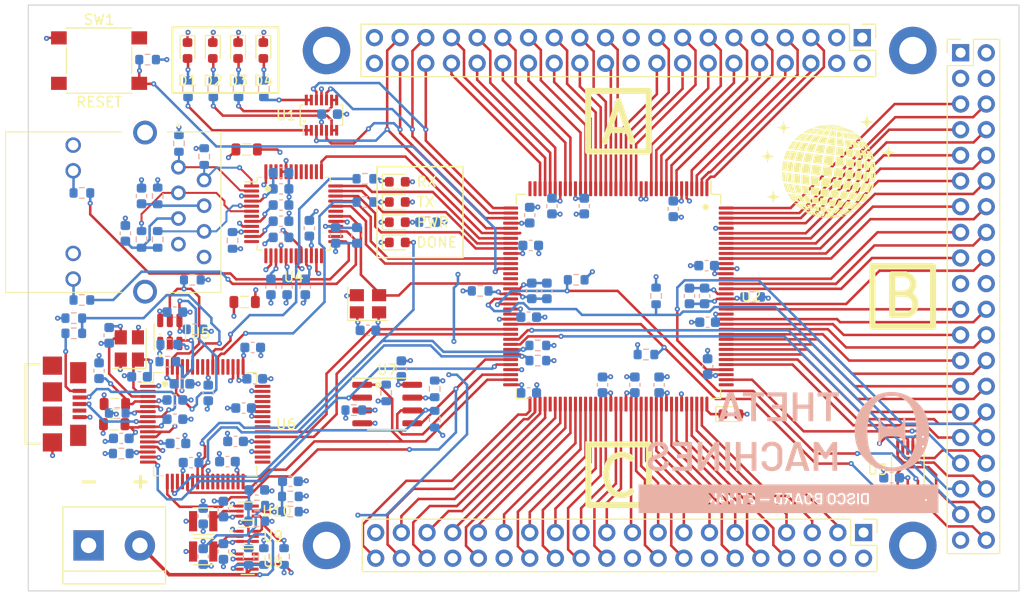
<source format=kicad_pcb>
(kicad_pcb (version 20221018) (generator pcbnew)
  (layers (0 "F.Cu" signal) (1 "In1.Cu" power "GND.Cu") (2 "In2.Cu" power "PWR.Cu") (31 "B.Cu" signal) (34 "B.Paste" user) (35 "F.Paste" user) (36 "B.SilkS" user "B.Silkscreen") (37 "F.SilkS" user "F.Silkscreen") (38 "B.Mask" user) (39 "F.Mask" user) (44 "Edge.Cuts" user))
  (net 0 "")
  (net 1 "GND")
  (net 2 "+3V3")
  (net 3 "+3.3VA")
  (net 4 "GNDA")
  (net 5 "Net-(C12-Pad1)")
  (net 6 "Net-(C13-Pad1)")
  (net 7 "Net-(U6-VPLL)")
  (net 8 "Net-(U6-OSCI)")
  (net 9 "Net-(U6-VPHY)")
  (net 10 "+1V8")
  (net 11 "+1V2")
  (net 12 "Net-(U2E-VCCPLL1)")
  (net 13 "Net-(U2E-GNDPLL1)")
  (net 14 "Net-(U2E-VCCPLL0)")
  (net 15 "Net-(U2E-GNDPLL0)")
  (net 16 "+5V")
  (net 17 "P144")
  (net 18 "CDONE")
  (net 19 "P143")
  (net 20 "P142")
  (net 21 "P141")
  (net 22 "P139")
  (net 23 "P138")
  (net 24 "P137")
  (net 25 "P136")
  (net 26 "P135")
  (net 27 "P134")
  (net 28 "P130")
  (net 29 "P129_GBIN0")
  (net 30 "P128_GBIN1")
  (net 31 "P125")
  (net 32 "P124")
  (net 33 "P122")
  (net 34 "P121")
  (net 35 "P120")
  (net 36 "P119")
  (net 37 "P118")
  (net 38 "P117")
  (net 39 "P116")
  (net 40 "P115")
  (net 41 "P114")
  (net 42 "P113")
  (net 43 "P112")
  (net 44 "P110")
  (net 45 "P63_CBSEL0")
  (net 46 "P64_CBSEL1")
  (net 47 "P1")
  (net 48 "P2")
  (net 49 "P3")
  (net 50 "P4")
  (net 51 "P7")
  (net 52 "P8")
  (net 53 "P9")
  (net 54 "P10")
  (net 55 "P11")
  (net 56 "P12")
  (net 57 "P15")
  (net 58 "P16")
  (net 59 "P17")
  (net 60 "P18")
  (net 61 "P19")
  (net 62 "P20_GBIN7")
  (net 63 "P21_GBIN6")
  (net 64 "P22")
  (net 65 "P23")
  (net 66 "P24")
  (net 67 "P25")
  (net 68 "P26")
  (net 69 "P28")
  (net 70 "P29")
  (net 71 "P31")
  (net 72 "P32")
  (net 73 "P33")
  (net 74 "P34")
  (net 75 "P38_LED3")
  (net 76 "P37_LED4")
  (net 77 "A0")
  (net 78 "P41_LED1")
  (net 79 "A1")
  (net 80 "P39_LED2")
  (net 81 "A2")
  (net 82 "A3")
  (net 83 "P107")
  (net 84 "P106")
  (net 85 "P105")
  (net 86 "P104")
  (net 87 "P102")
  (net 88 "P101")
  (net 89 "P99")
  (net 90 "P98")
  (net 91 "P97")
  (net 92 "P96")
  (net 93 "P95")
  (net 94 "P94_GBIN2")
  (net 95 "P93_GBIN3")
  (net 96 "P91")
  (net 97 "P90")
  (net 98 "P88")
  (net 99 "P87")
  (net 100 "P85")
  (net 101 "P84")
  (net 102 "P83")
  (net 103 "P82")
  (net 104 "P81")
  (net 105 "P80")
  (net 106 "P79")
  (net 107 "P78")
  (net 108 "P76")
  (net 109 "P75")
  (net 110 "P74")
  (net 111 "P73")
  (net 112 "ETH_TX+")
  (net 113 "ETH_TX-")
  (net 114 "ETH_RX+")
  (net 115 "Net-(U6-OSCO)")
  (net 116 "Net-(U9-FB)")
  (net 117 "ETH_RX-")
  (net 118 "Net-(J4-K1)")
  (net 119 "USB_PWR")
  (net 120 "Net-(U10-FB)")
  (net 121 "Net-(D1-A)")
  (net 122 "Net-(D2-A)")
  (net 123 "Net-(D3-A)")
  (net 124 "P49_RESET_BTN")
  (net 125 "Net-(J4-K2)")
  (net 126 "Net-(U9-SW)")
  (net 127 "Net-(D4-A)")
  (net 128 "Net-(D5-K)")
  (net 129 "Net-(D6-K)")
  (net 130 "CRESET")
  (net 131 "FLASH_CS")
  (net 132 "FLASH_SCK")
  (net 133 "Net-(D7-K)")
  (net 135 "Net-(D9-A)")
  (net 137 "Net-(J5-D-)")
  (net 138 "P42_ETH_RESET")
  (net 139 "P43_ETH_INT")
  (net 140 "P44_ETH_MOSI")
  (net 141 "P45_ETH_MISO")
  (net 142 "P47_ETH_SCK")
  (net 143 "P48_ETH_CS")
  (net 144 "Net-(J5-D+)")
  (net 146 "P52_25MHZ_CLK")
  (net 147 "P55_ADC_ALERT")
  (net 148 "Net-(J6-Pin_2)")
  (net 149 "P56_ADC_SCL")
  (net 150 "P61_FTDI_RX")
  (net 151 "P62_FTDI_TX")
  (net 152 "FLASH_MOSI")
  (net 153 "FLASH_MISO")
  (net 154 "Net-(U5-DO)")
  (net 155 "Net-(U10-SW)")
  (net 156 "Net-(U1A--)")
  (net 157 "Net-(U1B--)")
  (net 158 "Net-(U1C--)")
  (net 159 "Net-(U1D--)")
  (net 160 "Net-(U5-DI)")
  (net 161 "Net-(U5-CLK)")
  (net 162 "Net-(U6-REF)")
  (net 163 "P60_ADC_SDA")
  (net 164 "Net-(U5-CS)")
  (net 165 "Net-(U6-~{RESET})")
  (net 166 "Net-(U6-BCBUS3)")
  (net 167 "Net-(U6-BCBUS4)")
  (net 168 "Net-(U6-BCBUS7)")
  (net 169 "Net-(U8-PR1)")
  (net 171 "Net-(U7-~{HOLD})")
  (net 172 "Net-(U7-~{WP})")
  (net 173 "Net-(U4-EXRES1)")
  (net 174 "Net-(U10-EN)")
  (net 187 "Net-(U4-TOCAP)")
  (net 188 "Net-(U4-1V2O)")
  (net 190 "LINKLED")
  (net 192 "ACTLED")
  (footprint "Package_QFP:LQFP-64_10x10mm_P0.5mm" (layer "F.Cu") (at 88 117)
    (fp_text reference "U6")
    (fp_text value "FT2232HL" hide)
  )
  (footprint "Connector_PinHeader_2.54mm:PinHeader_2x20_P2.54mm_Vertical" (layer "F.Cu") (at 153 78.725 -90)
    (fp_text reference "J1" hide)
    (fp_text value "2x20 Male Header" hide)
  )
  (footprint "Package_TO_SOT_SMD:SOT-23-6" (layer "F.Cu") (at 84.5 107.8625 90)
    (fp_text reference "U5")
    (fp_text value "93LC56B")
  )
  (footprint "Custom_Footprints:ARJM11B1009ABEW2" (layer "F.Cu") (at 79 96 -90)
    (fp_text reference "J4" hide)
    (fp_text value "ARJM11" hide)
  )
  (footprint "LED_SMD:LED_0603_1608Metric" (layer "F.Cu") (at 107 99)
    (fp_text reference "D8" hide)
    (fp_text value "RED" hide)
  )
  (footprint "Custom_Footprints:sot23-14" (layer "F.Cu") (at 99.5 86.4 90)
    (fp_text reference "U1")
    (fp_text value "LMV324A" hide)
  )
  (footprint "TerminalBlock:TerminalBlock_bornier-2_P5.08mm" (layer "F.Cu") (at 76.46 129)
    (fp_text reference "J6" hide)
    (fp_text value "Screw_Terminal")
  )
  (footprint "Connector_PinHeader_2.54mm:PinHeader_2x20_P2.54mm_Vertical" (layer "F.Cu") (at 162.725 80.22)
    (fp_text reference "J2" hide)
    (fp_text value "2x20 Male Header" hide)
  )
  (footprint "Custom_Footprints:SOT-563" (layer "F.Cu") (at 92.2 125.6)
    (fp_text reference "U10")
    (fp_text value "TPS62A02")
  )
  (footprint "LED_SMD:LED_0603_1608Metric" (layer "F.Cu") (at 86.25 80 -90)
    (fp_text reference "D1")
    (fp_text value "RED" hide)
  )
  (footprint "Inductor_SMD:L_0805_2012Metric" (layer "F.Cu") (at 91.9 104.9)
    (fp_text reference "FB2" hide)
    (fp_text value "600Ω@100MHz" hide)
  )
  (footprint "MountingHole:MountingHole_2.7mm_M2.5_DIN965_Pad" (layer "F.Cu") (at 100 129)
    (fp_text reference "MH1" hide)
    (fp_text value "MountingHole_2.7mm_M2.5_DIN965_Pad" hide)
  )
  (footprint "MountingHole:MountingHole_2.7mm_M2.5_DIN965_Pad" (layer "F.Cu") (at 158 129)
    (fp_text reference "MH2" hide)
    (fp_text value "MountingHole_2.7mm_M2.5_DIN965_Pad" hide)
  )
  (footprint "Package_SO:VSSOP-10_3x3mm_P0.5mm" (layer "F.Cu") (at 157.5 121.5 -90)
    (fp_text reference "U3")
    (fp_text value "ADS1015")
  )
  (footprint "Custom_Footprints:101181920001LF" (layer "F.Cu") (at 73 115 -90)
    (fp_text reference "J5" hide)
    (fp_text value "USB_B_Micro" hide)
  )
  (footprint "Inductor_SMD:L_0805_2012Metric" (layer "F.Cu") (at 92.1 89.8 180)
    (fp_text reference "FB1" hide)
    (fp_text value "600Ω@100MHz" hide)
  )
  (footprint "LED_SMD:LED_0603_1608Metric" (layer "F.Cu") (at 91.25 80 -90)
    (fp_text reference "D3")
    (fp_text value "RED" hide)
  )
  (footprint "Custom_Footprints:SW_Push_1P1T_NO_6x6mm_H9.5mm" (layer "F.Cu") (at 77.5 81)
    (fp_text reference "SW1")
    (fp_text value locked "PTS645" hide)
  )
  (footprint "Package_QFP:LQFP-48_7x7mm_P0.5mm" (layer "F.Cu") (at 96.75 96.1625)
    (fp_text reference "U4")
    (fp_text value "W5500")
  )
  (footprint "LED_SMD:LED_0603_1608Metric" (layer "F.Cu") (at 93.75 80 -90)
    (fp_text reference "D4")
    (fp_text value "RED" hide)
  )
  (footprint "Diode_SMD:D_0603_1608Metric" (layer "F.Cu") (at 140 116)
    (fp_text reference "D7" hide)
    (fp_text value "CDBU0520" hide)
  )
  (footprint "Inductor_SMD:L_0805_2012Metric" (layer "F.Cu") (at 79 117)
    (fp_text reference "FB3" hide)
    (fp_text value "600Ω@100MHz" hide)
  )
  (footprint "Custom_Footprints:L_2.5x2.0mm" (layer "F.Cu") (at 87.8 126.6 180)
    (fp_text reference "L2" hide)
    (fp_text value "1μH" hide)
  )
  (footprint "LED_SMD:LED_0603_1608Metric" (layer "F.Cu") (at 107 97)
    (fp_text reference "D9" hide)
    (fp_text value "RED" hide)
  )
  (footprint "MountingHole:MountingHole_2.7mm_M2.5_DIN965_Pad" (layer "F.Cu") (at 158 80)
    (fp_text reference "MH4" hide)
    (fp_text value "MountingHole_2.7mm_M2.5_DIN965_Pad" hide)
  )
  (footprint "MountingHole:MountingHole_2.7mm_M2.5_DIN965_Pad" (layer "F.Cu") (at 100 80)
    (fp_text reference "MH3" hide)
    (fp_text value "MountingHole_2.7mm_M2.5_DIN965_Pad" hide)
  )
  (footprint "LED_SMD:LED_0603_1608Metric" (layer "F.Cu") (at 107 93)
    (fp_text reference "D6" hide)
    (fp_text value "RED" hide)
  )
  (footprint "Custom_Footprints:TPS2116DRLR" (layer "F.Cu") (at 92.2 130.6)
    (fp_text reference "U8")
    (fp_text value "TPS2116" hide)
  )
  (footprint "LOGO" (layer "F.Cu") (at 149.5 92)
    (fp_text reference "G***" hide)
    (fp_text value "LOGO" hide)
  )
  (footprint "Inductor_SMD:L_0805_2012Metric" (layer "F.Cu") (at 79.0625 115)
    (fp_text reference "FB4" hide)
    (fp_text value "600Ω@100MHz" hide)
  )
  (footprint "Connector_PinHeader_2.54mm:PinHeader_2x20_P2.54mm_Vertical" (layer "F.Cu") (at 153.125 127.725 -90)
    (fp_text reference "J3")
    (fp_text value "2x20 Male Header" hide)
  )
  (footprint "Custom_Footprints:L_2.5x2.0mm" (layer "F.Cu") (at 87.8 129.6 180)
    (fp_text reference "L1" hide)
    (fp_text value "1μH" hide)
  )
  (footprint "Package_SO:SOIC-8_3.9x4.9mm_P1.27mm" (layer "F.Cu") (at 106 115)
    (fp_text reference "U7")
    (fp_text value "W25Q80DV")
  )
  (footprint "Crystal:Crystal_SMD_Abracon_ABM8G-4Pin_3.2x2.5mm" (layer "F.Cu") (at 80.5 109.5 90)
    (fp_text reference "Y2" hide)
    (fp_text value "12MHz")
  )
  (footprint "Crystal:Crystal_SMD_Abracon_ABM8G-4Pin_3.2x2.5mm" (layer "F.Cu") (at 104.1 105.075)
    (fp_text reference "Y1" hide)
    (fp_text value "ASE-25.000MHZ" hide)
  )
  (footprint "Package_QFP:TQFP-144_20x20mm_P0.5mm" (layer "F.Cu") (at 128.875 104.345 -90)
    (fp_text reference "U2")
    (fp_text value "ICE40HX4K-TQ144" hide)
  )
  (footprint "LED_SMD:LED_0603_1608Metric" (layer "F.Cu") (at 107 95)
    (fp_text reference "D5" hide)
    (fp_text value "RED" hide)
  )
  (footprint "LED_SMD:LED_0603_1608Metric" (layer "F.Cu") (at 88.75 80 -90)
    (fp_text reference "D2")
    (fp_text value "RED" hide)
  )
  (footprint "Custom_Footprints:SOT-563" (layer "F.Cu") (at 92.2 128.1)
    (fp_text reference "U9")
    (fp_text value "TPS62A02")
  )
  (footprint "Capacitor_SMD:C_0603_1608Metric" (layer "B.Cu") (at 98.3 97.6 90)
    (fp_text reference "C14" hide)
    (fp_text value "10nF" hide)
  )
  (footprint "Resistor_SMD:R_0603_1608Metric" (layer "B.Cu") (at 110 97 180)
    (fp_text reference "R37" hide)
    (fp_text value "5.1kΩ" hide)
  )
  (footprint "Capacitor_SMD:C_0603_1608Metric" (layer "B.Cu") (at 95.5 93.7)
    (fp_text reference "C16" hide)
    (fp_text value "0.1μF" hide)
  )
  (footprint "Resistor_SMD:R_0603_1608Metric" (layer "B.Cu") (at 95.8 130.1 90)
    (fp_text reference "R38" hide)
    (fp_text value "499kΩ" hide)
  )
  (footprint "Resistor_SMD:R_0603_1608Metric" (layer "B.Cu") (at 131.6 110.1)
    (fp_text reference "R8" hide)
    (fp_text value "4.7kΩ" hide)
  )
  (footprint "Capacitor_SMD:C_0603_1608Metric" (layer "B.Cu") (at 120.2 99.3 180)
    (fp_text reference "C9" hide)
    (fp_text value "0.1μF" hide)
  )
  (footprint "Capacitor_SMD:C_0603_1608Metric" (layer "B.Cu") (at 88.3 113.9 -90)
    (fp_text reference "C40" hide)
    (fp_text value "0.1μF" hide)
  )
  (footprint "Capacitor_SMD:C_0603_1608Metric" (layer "B.Cu") (at 90.2 120.7 180)
    (fp_text reference "C38" hide)
    (fp_text value "0.1μF" hide)
  )
  (footprint "Capacitor_SMD:C_0603_1608Metric" (layer "B.Cu") (at 95.5 92.1)
    (fp_text reference "C24" hide)
    (fp_text value "10μF" hide)
  )
  (footprint "Capacitor_SMD:C_0603_1608Metric" (layer "B.Cu") (at 80.1 98.1 90)
    (fp_text reference "C13" hide)
    (fp_text value "0.1μF" hide)
  )
  (footprint "Capacitor_SMD:C_0603_1608Metric" (layer "B.Cu") (at 87.8 126.1 -90)
    (fp_text reference "C56" hide)
    (fp_text value "22μF" hide)
  )
  (footprint "Resistor_SMD:R_0603_1608Metric" (layer "B.Cu") (at 75.8 94.1 180)
    (fp_text reference "R14" hide)
    (fp_text value "330Ω" hide)
  )
  (footprint "Resistor_SMD:R_0603_1608Metric" (layer "B.Cu") (at 93.8 83.8 90)
    (fp_text reference "R4" hide)
    (fp_text value "2.2kΩ" hide)
  )
  (footprint "Resistor_SMD:R_0603_1608Metric" (layer "B.Cu") (at 132.6 104.3 -90)
    (fp_text reference "R6" hide)
    (fp_text value "4.7kΩ" hide)
  )
  (footprint "Resistor_SMD:R_0603_1608Metric" (layer "B.Cu") (at 85.4 89.2 -90)
    (fp_text reference "R9" hide)
    (fp_text value "49.9Ω" hide)
  )
  (footprint "Capacitor_SMD:C_0603_1608Metric" (layer "B.Cu") (at 86.6 120.8)
    (fp_text reference "C37" hide)
    (fp_text value "0.1μF" hide)
  )
  (footprint "Capacitor_SMD:C_0603_1608Metric" (layer "B.Cu") (at 121.8 103.8 90)
    (fp_text reference "C50" hide)
    (fp_text value "10μF" hide)
  )
  (footprint "Capacitor_SMD:C_0603_1608Metric" (layer "B.Cu") (at 87.8 130.1 -90)
    (fp_text reference "C55" hide)
    (fp_text value "22μF" hide)
  )
  (footprint "Resistor_SMD:R_0603_1608Metric" (layer "B.Cu") (at 93.8 130.1 90)
    (fp_text reference "R36" hide)
    (fp_text value "100kΩ" hide)
  )
  (footprint "Capacitor_SMD:C_0603_1608Metric" (layer "B.Cu") (at 85 105.9)
    (fp_text reference "C25" hide)
    (fp_text value "0.1μF" hide)
  )
  (footprint "Capacitor_SMD:C_0603_1608Metric" (layer "B.Cu") (at 132.9 113.1 -90)
    (fp_text reference "C5" hide)
    (fp_text value "0.1μF" hide)
  )
  (footprint "Capacitor_SMD:C_0603_1608Metric" (layer "B.Cu") (at 95.5 96.9)
    (fp_text reference "C21" hide)
    (fp_text value "0.1μF" hide)
  )
  (footprint "Capacitor_SMD:C_0603_1608Metric" (layer "B.Cu") (at 155.9 122.3)
    (fp_text reference "C8" hide)
    (fp_text value "0.1μF" hide)
  )
  (footprint "Resistor_SMD:R_0603_1608Metric" (layer "B.Cu") (at 90.7 98.8 -90)
    (fp_text reference "R16" hide)
    (fp_text value "12.4kΩ" hide)
  )
  (footprint "Resistor_SMD:R_0603_1608Metric" (layer "B.Cu") (at 81.7 98.7 -90)
    (fp_text reference "R13" hide)
    (fp_text value "49.9Ω" hide)
  )
  (footprint "Resistor_SMD:R_0603_1608Metric" (layer "B.Cu") (at 110.7 116.5 90)
    (fp_text reference "R29" hide)
    (fp_text value "10kΩ" hide)
  )
  (footprint "Capacitor_SMD:C_0603_1608Metric" (layer "B.Cu") (at 103 98.3 -90)
    (fp_text reference "C19" hide)
    (fp_text value "10μF" hide)
  )
  (footprint "LOGO" (layer "B.Cu") (at 145.7 119.8 180)
    (fp_text reference "G2" hide)
    (fp_text value "LOGO" hide)
  )
  (footprint "Resistor_SMD:R_0603_1608Metric" (layer "B.Cu") (at 75 106.5 180)
    (fp_text reference "R26" hide)
    (fp_text value "10kΩ" hide)
  )
  (footprint "Resistor_SMD:R_0603_1608Metric" (layer "B.Cu") (at 102.7 115.6)
    (fp_text reference "R31" hide)
    (fp_text value "10kΩ" hide)
  )
  (footprint "Capacitor_SMD:C_0603_1608Metric" (layer "B.Cu") (at 120 113.9)
    (fp_text reference "C41" hide)
    (fp_text value "0.1μF" hide)
  )
  (footprint "Resistor_SMD:R_0603_1608Metric" (layer "B.Cu") (at 124.7 102.7 180)
    (fp_text reference "R7" hide)
    (fp_text value "4.7kΩ" hide)
  )
  (footprint "Capacitor_SMD:C_0603_1608Metric" (layer "B.Cu") (at 78.5 108.2 -90)
    (fp_text reference "C30" hide)
    (fp_text value "27pF" hide)
  )
  (footprint "Capacitor_SMD:C_0603_1608Metric" (layer "B.Cu") (at 96.425 122.65 180)
    (fp_text reference "C54" hide)
    (fp_text value "120pF" hide)
  )
  (footprint "Resistor_SMD:R_0603_1608Metric" (layer "B.Cu") (at 88.8 83.8 90)
    (fp_text reference "R2" hide)
    (fp_text value "2.2kΩ" hide)
  )
  (footprint "Resistor_SMD:R_0603_1608Metric" (layer "B.Cu") (at 91.3 83.8 90)
    (fp_text reference "R3" hide)
    (fp_text value "2.2kΩ" hide)
  )
  (footprint "Capacitor_SMD:C_0603_1608Metric" (layer "B.Cu") (at 135.9 104.3 90)
    (fp_text reference "C48" hide)
    (fp_text value "10μF" hide)
  )
  (footprint "Capacitor_SMD:C_0603_1608Metric" (layer "B.Cu") (at 100.9 98.3 -90)
    (fp_text reference "C17" hide)
    (fp_text value "0.1μF" hide)
  )
  (footprint "Capacitor_SMD:C_0603_1608Metric" (layer "B.Cu") (at 95.5 98.5 180)
    (fp_text reference "C15" hide)
    (fp_text value "4.7μF" hide)
  )
  (footprint "Capacitor_SMD:C_0603_1608Metric" (layer "B.Cu") (at 137.7 106.9)
    (fp_text reference "C3" hide)
    (fp_text value "0.1μF" hide)
  )
  (footprint "Capacitor_SMD:C_0603_1608Metric" (layer "B.Cu") (at 107.4 111.5 90)
    (fp_text reference "C47" hide)
    (fp_text value "0.1μF" hide)
  )
  (footprint "Resistor_SMD:R_0603_1608Metric" (layer "B.Cu") (at 75.8 104.7 180)
    (fp_text reference "R15" hide)
    (fp_text value "330Ω" hide)
  )
  (footprint "Capacitor_SMD:C_0603_1608Metric" (layer "B.Cu") (at 92.9 112.5)
    (fp_text reference "C29" hide)
    (fp_text value "0.1μF" hide)
  )
  (footprint "Capacitor_SMD:C_0603_1608Metric" (layer "B.Cu") (at 137.7 111.3 90)
    (fp_text reference "C44" hide)
    (fp_text value "0.1μF" hide)
  )
  (footprint "Resistor_SMD:R_0603_1608Metric" (layer "B.Cu") (at 84.3 110.8 180)
    (fp_text reference "R18" hide)
    (fp_text value "2.2kΩ" hide)
  )
  (footprint "Capacitor_SMD:C_0603_1608Metric" (layer "B.Cu") (at 127.3 113.1 -90)
    (fp_text reference "C6" hide)
    (fp_text value "0.1μF" hide)
  )
  (footprint "Resistor_SMD:R_0603_1608Metric" (layer "B.Cu") (at 120.9 109.2 180)
    (fp_text reference "R34" hide)
    (fp_text value "2.2kΩ" hide)
  )
  (footprint "Capacitor_SMD:C_0603_1608Metric" (layer "B.Cu") (at 91.8 115.4 180)
    (fp_text reference "C39" hide)
    (fp_text value "0.1μF" hide)
  )
  (footprint "Capacitor_SMD:C_0603_1608Metric" (layer "B.Cu") (at 95.5 95.3)
    (fp_text reference "C18" hide)
    (fp_text value "0.1μF" hide)
  )
  (footprint "Resistor_SMD:R_0603_1608Metric" (layer "B.Cu") (at 93.1 126.6)
    (fp_text reference "R40" hide)
    (fp_text value "100kΩ" hide)
  )
  (footprint "Capacitor_SMD:C_0603_1608Metric" (layer "B.Cu") (at 125.5 95.4 -90)
    (fp_text reference "C45" hide)
    (fp_text value "0.1μF" hide)
  )
  (footprint "Resistor_SMD:R_0603_1608Metric" (layer "B.Cu") (at 86.725 102.7 180)
    (fp_text reference "R21" hide)
    (fp_text value "10kΩ" hide)
  )
  (footprint "Capacitor_SMD:C_0603_1608Metric" (layer "B.Cu") (at 96.1 103.4 -90)
    (fp_text reference "C22" hide)
    (fp_text value "0.1μF" hide)
  )
  (footprint "Capacitor_SMD:C_0603_1608Metric" (layer "B.Cu") (at 85.3 118.9)
    (fp_text reference "C34" hide)
    (fp_text value "0.1μF" hide)
  )
  (footprint "Capacitor_SMD:C_0603_1608Metric" (layer "B.Cu") (at 94.5 103.4 -90)
    (fp_text reference "C23" hide)
    (fp_text value "0.1μF" hide)
  )
  (footprint "Resistor_SMD:R_0603_1608Metric" (layer "B.Cu") (at 93.1 125.05 180)
    (fp_text reference "R39" hide)
    (fp_text value "100kΩ" hide)
  )
  (footprint "Capacitor_SMD:C_0603_1608Metric" (layer "B.Cu") (at 85 116.5)
    (fp_text reference "C31" hide)
    (fp_text value "0.1μF" hide)
  )
  (footprint "Capacitor_SMD:C_0603_1608Metric" (layer "B.Cu") (at 79.7 118.4 180)
    (fp_text reference "C26" hide)
    (fp_text value "4.7μF" hide)
  )
  (footprint "Capacitor_SMD:C_0603_1608Metric" (layer "B.Cu") (at 134.3 95.675 90)
    (fp_text reference "C10" hide)
    (fp_text value "0.1μF" hide)
  )
  (footprint "Capacitor_SMD:C_0603_1608Metric" (layer "B.Cu") (at 89.8 129.6 -90)
    (fp_text reference "C51" hide)
    (fp_text value "4.7μF" hide)
  )
  (footprint "Capacitor_SMD:C_0603_1608Metric" (layer "B.Cu") (at 81.7 94.4 90)
    (fp_text reference "C12" hide)
    (fp_text value "0.1μF" hide)
  )
  (footprint "Capacitor_SMD:C_0603_1608Metric" (layer "B.Cu") (at 91 118.7 180)
    (fp_text reference "C35" hide)
    (fp_text value "0.1μF" hide)
  )
  (footprint "Capacitor_SMD:C_0603_1608Metric" (layer "B.Cu") (at 85 114.6)
    (fp_text reference "C33" hide)
    (fp_text value "0.1μF" hide)
  )
  (footprint "Resistor_SMD:R_0603_1608Metric" (layer "B.Cu") (at 96.425 125.65)
    (fp_text reference "R42" hide)
    (fp_text value "100kΩ" hide)
  )
  (footprint "Resistor_SMD:R_0603_1608Metric" (layer "B.Cu") (at 96.425 124.15 180)
    (fp_text reference "R41" hide)
    (fp_text value "453kΩ" hide)
  )
  (footprint "Capacitor_SMD:C_0603_1608Metric" (layer "B.Cu") (at 120.3 103.8 90)
    (fp_text reference "C49" hide)
    (fp_text value "0.1μF" hide)
  )
  (footprint "Resistor_SMD:R_0603_1608Metric" (layer "B.Cu") (at 82.3 80.9 180)
    (fp_text reference "R5" hide)
    (fp_text value "10kΩ" hide)
  )
  (footprint "Capacitor_SMD:C_0603_1608Metric" (layer "B.Cu") (at 77.5 111.7 90)
    (fp_text reference "C28" hide)
    (fp_text value "4.7μF" hide)
  )
  (footprint "Resistor_SMD:R_0603_1608Metric" (layer "B.Cu") (at 75 108)
    (fp_text reference "R25" hide)
    (fp_text value "4.7kΩ" hide)
  )
  (footprint "Capacitor_SMD:C_0603_1608Metric" (layer "B.Cu") (at 122.3 95.4 90)
    (fp_text reference "C11" hide)
    (fp_text value "0.1μF" hide)
  )
  (footprint "Capacitor_SMD:C_0603_1608Metric" (layer "B.Cu") (at 104.1 107.7 180)
    (fp_text reference "C2" hide)
    (fp_text value "10nF" hide)
  )
  (footprint "Resistor_SMD:R_0603_1608Metric" (layer "B.Cu") (at 86.3 83.8 90)
    (fp_text reference "R1" hide)
    (fp_text value "2.2kΩ" hide)
  )
  (footprint "Capacitor_SMD:C_0603_1608Metric" (layer "B.Cu") (at 81.5 112.3)
    (fp_text reference "C27" hide)
    (fp_text value "27pF" hide)
  )
  (footprint "Resistor_SMD:R_0603_1608Metric" (layer "B.Cu") (at 142.15 104.4 180)
    (fp_text reference "R33" hide)
    (fp_text value "100Ω" hide)
  )
  (footprint "Capacitor_SMD:C_0603_1608Metric" (layer "B.Cu") (at 92.7 109.4)
    (fp_text reference "C32" hide)
    (fp_text value "0.1μF" hide)
  )
  (footprint "Resistor_SMD:R_0603_1608Metric" (layer "B.Cu") (at 79.3 115.9 180)
    (fp_text reference "R20" hide)
    (fp_text value "12kΩ" hide)
  )
  (footprint "Capacitor_SMD:C_0603_1608Metric" (layer "B.Cu") (at 93.1 123.5 180)
    (fp_text reference "C53" hide)
    (fp_text value "120pF" hide)
  )
  (footprint "Resistor_SMD:R_0603_1608Metric" (layer "B.Cu") (at 79.7 119.9)
    (fp_text reference "R22" hide)
    (fp_text value "10kΩ" hide)
  )
  (footprint "Resistor_SMD:R_0603_1608Metric" (layer "B.Cu") (at 84.4 109.1 180)
    (fp_text reference "R17" hide)
    (fp_text value "10kΩ" hide)
  )
  (footprint "Resistor_SMD:R_0603_1608Metric" (layer "B.Cu") (at 87 107.6 180)
    (fp_text reference "R19" hide)
    (fp_text value "10kΩ" hide)
  )
  (footprint "Resistor_SMD:R_0603_1608Metric" (layer "B.Cu") (at 92.3 130.1 -90)
    (fp_text reference "R35" hide)
    (fp_text value "374kΩ" hide)
  )
  (footprint "Resistor_SMD:R_0603_1608Metric" (layer "B.Cu") (at 120.9 110.7 180)
    (fp_text reference "R27" hide)
    (fp_text value "10kΩ" hide)
  )
  (footprint "Resistor_SMD:R_0603_1608Metric" (layer "B.Cu") (at 83.3 98.7 -90)
    (fp_text reference "R12" hide)
    (fp_text value "49.9Ω" hide)
  )
  (footprint "Capacitor_SMD:C_0603_1608Metric" (layer "B.Cu") (at 97.9 103.4 -90)
    (fp_text reference "C20" hide)
    (fp_text value "0.1μF" hide)
  )
  (footprint "Capacitor_SMD:C_0603_1608Metric" (layer "B.Cu") (at 137.6 101.3)
    (fp_text reference "C4" hide)
    (fp_text value "0.1μF" hide)
  )
  (footprint "Capacitor_SMD:C_0603_1608Metric" (layer "B.Cu") (at 89.8 125.4 90)
    (fp_text reference "C52" hide)
    (fp_text value "4.7μF" hide)
  )
  (footprint "Capacitor_SMD:C_0603_1608Metric" (layer "B.Cu") (at 100.3 86.3)
    (fp_text reference "C1" hide)
    (fp_text value "0.1μF" hide)
  )
  (footprint "Capacitor_SMD:C_0603_1608Metric" (layer "B.Cu") (at 137.4 104.3 90)
    (fp_text reference "C46" hide)
    (fp_text value "0.1μF" hide)
  )
  (footprint "Capacitor_SMD:C_0603_1608Metric" (layer "B.Cu") (at 130.5 113.1 90)
    (fp_text reference "C43" hide)
    (fp_text value "0.1μF" hide)
  )
  (footprint "Resistor_SMD:R_0603_1608Metric" (layer "B.Cu") (at 110.7 113.5 -90)
    (fp_text reference "R30" hide)
    (fp_text value "10kΩ" hide)
  )
  (footprint "Capacitor_SMD:C_0603_1608Metric" (layer "B.Cu") (at 85.7 113)
    (fp_text reference "C36" hide)
    (fp_text value "0.1μF" hide)
  )
  (footprint "Capacitor_SMD:C_0603_1608Metric" (layer "B.Cu") (at 120.1 96.3 90)
    (fp_text reference "C42" hide)
    (fp_text value "0.1μF" hide)
  )
  (footprint "Resistor_SMD:R_0603_1608Metric" (layer "B.Cu") (at 103.8 92.7 180)
    (fp_text reference "R24" hide)
    (fp_text value "150Ω" hide)
  )
  (footprint "Resistor_SMD:R_0603_1608Metric" (layer "B.Cu") (at 87.9 90.5 -90)
    (fp_text reference "R10" hide)
    (fp_text value "49.9Ω" hide)
  )
  (footprint "Resistor_SMD:R_0603_1608Metric" (layer "B.Cu") (at 115.2 103.8)
    (fp_text reference "R32" hide)
    (fp_text value "100Ω" hide)
  )
  (footprint "Resistor_SMD:R_0603_1608Metric" (layer "B.Cu") (at 105.9 113.9 90)
    (fp_text reference "R28" hide)
    (fp_text value "10kΩ" hide)
  )
  (footprint "Capacitor_SMD:C_0603_1608Metric" (layer "B.Cu") (at 120 106.4 180)
    (fp_text reference "C7" hide)
    (fp_text value "0.1μF" hide)
  )
  (footprint "Resistor_SMD:R_0603_1608Metric" (layer "B.Cu") (at 103.8 95 180)
    (fp_text reference "R23" hide)
    (fp_text value "150Ω" hide)
  )
  (footprint "Resistor_SMD:R_0603_1608Metric" (layer "B.Cu") (at 83.3 94.4 -90)
    (fp_text reference "R11" hide)
    (fp_text value "10Ω" hide)
  )
  (gr_rect (start 154 101.345) (end 160 107.345) (stroke (width 0.6)) (fill none) (layer "F.SilkS"))
  (gr_circle (center 94.2 93.7) (end 94.45 93.7) (stroke (width 0.15)) (fill solid) (layer "F.SilkS"))
  (gr_circle (center 84 113) (end 84.25 113) (stroke (width 0.15)) (fill solid) (layer "F.SilkS"))
  (gr_circle (center 158.6 120.5) (end 158.7 120.5) (stroke (width 0.15)) (fill solid) (layer "F.SilkS"))
  (gr_rect (start 105 91.5) (end 113.5 100.5) (stroke (width 0.15)) (fill none) (layer "F.SilkS"))
  (gr_rect (start 125.875 84) (end 131.875 90) (stroke (width 0.6)) (fill none) (layer "F.SilkS"))
  (gr_circle (center 90.55 127.574384) (end 90.675616 127.574384) (stroke (width 0.12)) (fill solid) (layer "F.SilkS"))
  (gr_circle (center 137.5 95.5) (end 137.75 95.5) (stroke (width 0.15)) (fill solid) (layer "F.SilkS"))
  (gr_rect (start 84.75 77.7) (end 95.25 84.2) (stroke (width 0.2)) (fill none) (layer "F.SilkS"))
  (gr_circle (center 83.55 108.1) (end 83.6 108.1) (stroke (width 0.15)) (fill solid) (layer "F.SilkS"))
  (gr_circle (center 90.550001 129.849999) (end 90.675617 129.849999) (stroke (width 0.12)) (fill solid) (layer "F.SilkS"))
  (gr_rect (start 125.9 119) (end 131.9 125) (stroke (width 0.6)) (fill none) (layer "F.SilkS"))
  (gr_circle (center 83.55 110.2) (end 83.675616 110.2) (stroke (width 0.12)) (fill solid) (layer "F.SilkS"))
  (gr_circle (center 90.55 125.1) (end 90.675616 125.1) (stroke (width 0.12)) (fill solid) (layer "F.SilkS"))
  (gr_circle (center 105.15 113.1) (end 105.4 113.1) (stroke (width 0.15)) (fill solid) (layer "F.SilkS"))
  (gr_rect locked (start 70.5 75.5) (end 168.5 133.5) (stroke (width 0.1)) (fill none) (layer "Edge.Cuts"))
  (gr_text "A" (at 128.875 87.2) (layer "F.SilkS") (effects (font (size 4 4) (thickness 0.6))))
  (gr_text "B" (at 157 104.345) (layer "F.SilkS") (effects (font (size 4 4) (thickness 0.6))))
  (gr_text "+" (at 81.6 122.6) (layer "F.SilkS") (effects (font (size 1.5 1.5) (thickness 0.3))))
  (gr_text "-" (at 76.5 122.6) (layer "F.SilkS") (effects (font (size 1.5 1.5) (thickness 0.3))))
  (gr_text "C" (at 128.9 122.2) (layer "F.SilkS") (effects (font (size 4 4) (thickness 0.6))))
  (segment (start 93.675 113.75) (end 92.65 113.75) (width 0.25) (layer "F.Cu") (net 1))
  (segment (start 83.35 113.25) (end 83.4 113.2) (width 0.25) (layer "F.Cu") (net 1))
  (segment (start 126.625 121.375) (end 122.645 125.355) (width 0.25) (layer "F.Cu") (net 1))
  (segment (start 135.625 94.625) (end 135.625 93.6825) (width 0.25) (layer "F.Cu") (net 1))
  (segment (start 118.2125 111.595) (end 119.295 111.595) (width 0.25) (layer "F.Cu") (net 1))
  (segment (start 90.9 127.6) (end 90.7 127.4) (width 0.25) (layer "F.Cu") (net 1))
  (segment (start 83.798648 119.601217) (end 83.588044 119.601217) (width 0.25) (layer "F.Cu") (net 1))
  (segment (start 90.5 112.7) (end 90.75 112.45) (width 0.25) (layer "F.Cu") (net 1))
  (segment (start 91.25 78.25) (end 91.3 78.2) (width 0.25) (layer "F.Cu") (net 1))
  (segment (start 139.5375 97.595) (end 138.505 97.595) (width 0.25) (layer "F.Cu") (net 1))
  (segment (start 79.65 111.55) (end 79.6 111.6) (width 0.25) (layer "F.Cu") (net 1))
  (segment (start 106.2125 97) (end 105.4 97) (width 0.25) (layer "F.Cu") (net 1))
  (segment (start 93.675 119.75) (end 92.65 119.75) (width 0.25) (layer "F.Cu") (net 1))
  (segment (start 135.125 114.025) (end 135.1 114) (width 0.25) (layer "F.Cu") (net 1))
  (segment (start 99.2255 102.0755) (end 99 101.85) (width 0.25) (layer "F.Cu") (net 1))
  (segment (start 88.25 122.675) (end 88.25 121.65) (width 0.25) (layer "F.Cu") (net 1))
  (segment (start 82.325 118.25) (end 83.15 118.25) (width 0.25) (layer "F.Cu") (net 1))
  (segment (start 81.35 107.45) (end 81.4 107.4) (width 0.25) (layer "F.Cu") (net 1))
  (segment (start 122.645 125.355) (end 122.645 127.725) (width 0.25) (layer "F.Cu") (net 1))
  (segment (start 102.042727 96.987) (end 101.968227 96.9125) (width 0.25) (layer "F.Cu") (net 1))
  (segment (start 105.15 106.85) (end 105.1 106.9) (width 0.25) (layer "F.Cu") (net 1))
  (segment (start 104.795 116.905) (end 104.8 116.9) (width 0.25) (layer "F.Cu") (net 1))
  (segment (start 105.15 105.9) (end 105.15 106.85) (width 0.25) (layer "F.Cu") (net 1))
  (segment (start 83.35 120.25) (end 83.4 120.3) (width 0.25) (layer "F.Cu") (net 1))
  (segment (start 83.35 115.25) (end 83.6 115.5) (width 0.25) (layer "F.Cu") (net 1))
  (segment (start 139.5375 101.595) (end 140.595 101.595) (width 0.25) (layer "F.Cu") (net 1))
  (segment (start 90.9 125.1) (end 90.7 124.9) (width 0.25) (layer "F.Cu") (net 1))
  (segment (start 157.240685 118.25) (end 155.35 118.25) (width 0.25) (layer "F.Cu") (net 1))
  (segment (start 138.505 97.595) (end 138.5 97.6) (width 0.25) (layer "F.Cu") (net 1))
  (segment (start 72.885 120.085) (end 72.9 120.1) (width 0.25) (layer "F.Cu") (net 1))
  (segment (start 92.65 119.75) (end 92.6 119.7) (width 0.25) (layer "F.Cu") (net 1))
  (segment (start 83.15 118.25) (end 83.65 117.75) (width 0.25) (layer "F.Cu") (net 1))
  (segment (start 99 101.85) (end 99 100.325) (width 0.25) (layer "F.Cu") (net 1))
  (segment (start 91.45 127.6) (end 90.9 127.6) (width 0.25) (layer "F.Cu") (net 1))
  (segment (start 91.45 125.1) (end 90.9 125.1) (width 0.25) (layer "F.Cu") (net 1))
  (segment (start 159 119.2) (end 158.6 119.2) (width 0.25) (layer "F.Cu") (net 1))
  (segment (start 155.35 118.25) (end 154.7 118.9) (width 0.25) (layer "F.Cu") (net 1))
  (segment (start 91.25 79.2125) (end 91.25 78.25) (width 0.25) (layer "F.Cu") (net 1))
  (segment (start 88.25 121.65) (end 88.3 121.6) (width 0.25) (layer "F.Cu") (net 1))
  (segment (start 72.35 78.75) (end 72.3 78.8) (width 0.25) (layer "F.Cu") (net 1))
  (segment (start 79.65 110.6) (end 79.65 111.55) (width 0.25) (layer "F.Cu") (net 1))
  (segment (start 88.75 79.2125) (end 88.75 78.25) (width 0.25) (layer "F.Cu") (net 1))
  (segment (start 82.325 113.25) (end 83.35 113.25) (width 0.25) (layer "F.Cu") (net 1))
  (segment (start 88.75 78.25) (end 88.8 78.2) (width 0.25) (layer "F.Cu") (net 1))
  (segment (start 99.5 84.9) (end 99.5 83.8) (width 0.25) (layer "F.Cu") (net 1))
  (segment (start 85 117.2) (end 84.45 117.75) (width 0.25) (layer "F.Cu") (net 1))
  (segment (start 131.125 94.675) (end 131.1 94.7) (width 0.25) (layer "F.Cu") (net 1))
  (segment (start 135.9 94.9) (end 135.625 94.625) (width 0.25) (layer "F.Cu") (net 1))
  (segment (start 72.885 118.8) (end 72.885 120.085) (width 0.25) (layer "F.Cu") (net 1))
  (segment (start 83.588044 119.601217) (end 83.236827 119.25) (width 0.25) (layer "F.Cu") (net 1))
  (segment (start 90.8375 106.3) (end 90.8375 104.9) (width 0.25) (layer "F.Cu") (net 1))
  (segment (start 157.5 118.509315) (end 157.240685 118.25) (width 0.25) (layer "F.Cu") (net 1))
  (segment (start 82.325 120.25) (end 83.35 120.25) (width 0.25) (layer "F.Cu") (net 1))
  (segment (start 86.25 78.25) (end 86.3 78.2) (width 0.25) (layer "F.Cu") (net 1))
  (segment (start 158.6 119.2) (end 158.5 119.3) (width 0.25) (layer "F.Cu") (net 1))
  (segment (start 101.968227 96.9125) (end 100.9125 96.9125) (width 0.25) (layer "F.Cu") (net 1))
  (segment (start 135.125 115.0075) (end 135.125 114.025) (width 0.25) (layer "F.Cu") (net 1))
  (segment (start 92.65 113.75) (end 92.6 113.7) (width 0.25) (layer "F.Cu") (net 1))
  (segment (start 84.45 117.75) (end 83.65 117.75) (width 0.25) (layer "F.Cu") (net 1))
  (segment (start 83.236827 119.25) (end 82.325 119.25) (width 0.25) (layer "F.Cu") (net 1))
  (segment (start 81.35 108.4) (end 81.35 107.45) (width 0.25) (layer "F.Cu") (net 1))
  (segment (start 91.459999 129.849999) (end 91.049999 129.849999) (width 0.25) (layer "F.Cu") (net 1))
  (segment (start 83.65 117.75) (end 82.325 117.75) (width 0.25) (layer "F.Cu") (net 1))
  (segment (start 73.525 78.75) (end 72.35 78.75) (width 0.25) (layer "F.Cu") (net 1))
  (segment (start 119.295 111.595) (end 119.3 111.6) (width 0.25) (layer "F.Cu") (net 1))
  (segment (start 157.5 119.3) (end 157.5 118.509315) (width 0.25) (layer "F.Cu") (net 1))
  (segment (start 103.525 116.905) (end 104.795 116.905) (width 0.25) (layer "F.Cu") (net 1))
  (segment (start 93.75 79.2125) (end 93.75 78.25) (width 0.25) (layer "F.Cu") (net 1))
  (segment (start 117.105 106.595) (end 117.1 106.6) (width 0.25) (layer "F.Cu") (net 1))
  (segment (start 131.625 94.675) (end 131.6 94.7) (width 0.25) (layer "F.Cu") (net 1))
  (segment (start 131.125 93.6825) (end 131.125 94.675) (width 0.25) (layer "F.Cu") (net 1))
  (segment (start 126.625 115.0075) (end 126.625 121.375) (width 0.25) (layer "F.Cu") (net 1))
  (segment (start 106.2125 99) (end 105.4 99) (width 0.25) (layer "F.Cu") (net 1))
  (segment (start 131.625 93.6825) (end 131.625 94.675) (width 0.25) (layer "F.Cu") (net 1))
  (segment (start 93.75 78.25) (end 93.8 78.2) (width 0.25) (layer "F.Cu") (net 1))
  (segment (start 118.2125 106.595) (end 117.105 106.595) (width 0.25) (layer "F.Cu") (net 1))
  (segment (start 84.5 109) (end 84.5 108) (width 0.25) (layer "F.Cu") (net 1))
  (segment (start 140.595 101.595) (end 140.6 101.6) (width 0.25) (layer "F.Cu") (net 1))
  (segment (start 91.049999 129.849999) (end 90.8 129.6) (width 0.25) (layer "F.Cu") (net 1))
  (segment (start 86.25 79.2125) (end 86.25 78.25) (width 0.25) (layer "F.Cu") (net 1))
  (segment (start 90.75 112.45) (end 90.75 111.325) (width 0.25) (layer "F.Cu") (net 1))
  (segment (start 75.56 116.3) (end 76.6 116.3) (width 0.25) (layer "F.Cu") (net 1))
  (segment (start 82.325 115.25) (end 83.35 115.25) (width 0.25) (layer "F.Cu") (net 1))
  (via (at 93.8 78.2) (size 0.5) (drill 0.2) (layers "F.Cu" "B.Cu") (net 1))
  (via (at 136 101.3) (size 0.5) (drill 0.2) (layers "F.Cu" "B.Cu") (net 1))
  (via (at 94.5 112.5) (size 0.5) (drill 0.2) (layers "F.Cu" "B.Cu") (net 1))
  (via (at 86.5 105.9) (size 0.5) (drill 0.2) (layers "F.Cu" "B.Cu") (net 1))
  (via (at 88.3 121.6) (size 0.5) (drill 0.2) (layers "F.Cu" "B.Cu") (net 1))
  (via (at 99.5 83.8) (size 0.5) (drill 0.2) (layers "F.Cu" "B.Cu") (net 1))
  (via (at 133.7 112.3) (size 0.5) (drill 0.2) (layers "F.Cu" "B.Cu") (net 1))
  (via (at 83.798648 119.601217) (size 0.5) (drill 0.2) (layers "F.Cu" "B.Cu") (net 1))
  (via (at 86.6 116.5) (size 0.5) (drill 0.2) (layers "F.Cu" "B.Cu") (net 1))
  (via (at 140.6 101.6) (size 0.5) (drill 0.2) (layers "F.Cu" "B.Cu") (net 1))
  (via (at 135.9 94.9) (size 0.5) (drill 0.2) (layers "F.Cu" "B.Cu") (net 1))
  (via (at 86.6 114.6) (size 0.5) (drill 0.2) (layers "F.Cu" "B.Cu") (net 1))
  (via (at 123.1 96.2) (size 0.5) (drill 0.2) (layers "F.Cu" "B.Cu") (net 1))
  (via (at 72.9 120.1) (size 0.5) (drill 0.2) (layers "F.Cu" "B.Cu") (net 1))
  (via (at 93.89669 99.138764) (size 0.5) (drill 0.2) (layers "F.Cu" "B.Cu") (net 1))
  (via (at 131.6 94.7) (size 0.5) (drill 0.2) (layers "F.Cu" "B.Cu") (net 1))
  (via (at 88.6 131.049502) (size 0.5) (drill 0.2) (layers "F.Cu" "B.Cu") (net 1))
  (via (at 154.7 118.9) (size 0.5) (drill 0.2) (layers "F.Cu" "B.Cu") (net 1))
  (via (at 136.1 106.9) (size 0.5) (drill 0.2) (layers "F.Cu" "B.Cu") (net 1))
  (via (at 121.6 106.4) (size 0.5) (drill 0.2) (layers "F.Cu" "B.Cu") (net 1))
  (via (at 89.4 119.9) (size 0.5) (drill 0.2) (layers "F.Cu" "B.Cu") (net 1))
  (via (at 99.2255 102.0755) (size 0.5) (drill 0.2) (layers "F.Cu" "B.Cu") (net 1))
  (via (at 83.4 120.3) (size 0.5) (drill 0.2) (layers "F.Cu" "B.Cu") (net 1))
  (via (at 98 125.6) (size 0.5) (drill 0.2) (layers "F.Cu" "B.Cu") (net 1))
  (via (at 135.1 96.5) (size 0.5) (drill 0.2) (layers "F.Cu" "B.Cu") (net 1))
  (via (at 87.3 113) (size 0.5) (drill 0.2) (layers "F.Cu" "B.Cu") (net 1))
  (via (at 90.5 112.7) (size 0.5) (drill 0.2) (layers "F.Cu" "B.Cu") (net 1))
  (via (at 128.1 112.3) (size 0.5) (drill 0.2) (layers "F.Cu" "B.Cu") (net 1))
  (via (at 121 100.1) (size 0.5) (drill 0.2) (layers "F.Cu" "B.Cu") (net 1))
  (via (at 77.7 109) (size 0.5) (drill 0.2) (layers "F.Cu" "B.Cu") (net 1))
  (via (at 87.4 120) (size 0.5) (drill 0.2) (layers "F.Cu" "B.Cu") (net 1))
  (via (at 159 119.2) (size 0.5) (drill 0.2) (layers "F.Cu" "B.Cu") (net 1))
  (via (at 105.4 97) (size 0.5) (drill 0.2) (layers "F.Cu" "B.Cu") (net 1))
  (via (at 138.5 97.6) (size 0.5) (drill 0.2) (layers "F.Cu" "B.Cu") (net 1))
  (via (at 155.1 121.5) (size 0.5) (drill 0.2) (layers "F.Cu" "B.Cu") (net 1))
  (via (at 90.8 129.6) (size 0.5) (drill 0.2) (layers "F.Cu" "B.Cu") (net 1))
  (via (at 100.9 99.9) (size 0.5) (drill 0.2) (layers "F.Cu" "B.Cu") (net 1))
  (via (at 93.8 128.5) (size 0.5) (drill 0.2) (layers "F.Cu" "B.Cu") (net 1))
  (via (at 77.5 110.2) (size 0.5) (drill 0.2) (layers "F.Cu" "B.Cu") (net 1))
  (via (at 79.2 116) (size 0.5) (drill 0.2) (layers "F.Cu" "B.Cu") (net 1))
  (via (at 88.8 78.2) (size 0.5) (drill 0.2) (layers "F.Cu" "B.Cu") (net 1))
  (via (at 90.2 117.9) (size 0.5) (drill 0.2) (layers "F.Cu" "B.Cu") (net 1))
  (via (at 105.4 99) (size 0.5) (drill 0.2) (layers "F.Cu" "B.Cu") (net 1))
  (via (at 98.973436 95.914098) (size 0.5) (drill 0.2) (layers "F.Cu" "B.Cu") (net 1))
  (via (at 92.6 119.7) (size 0.5) (drill 0.2) (layers "F.Cu" "B.Cu") (net 1))
  (via (at 88.9 124.6) (size 0.5) (drill 0.2) (layers "F.Cu" "B.Cu") (net 1))
  (via (at 102 86.3) (size 0.5) (drill 0.2) (layers "F.Cu" "B.Cu") (net 1))
  (via (at 94.6 126.61) (size 0.5) (drill 0.2) (layers "F.Cu" "B.Cu") (net 1))
  (via (at 120.9 95.5) (size 0.5) (drill 0.2) (layers "F.Cu" "B.Cu") (net 1))
  (via (at 92.6 113.7) (size 0.5) (drill 0.2) (layers "F.Cu" "B.Cu") (net 1))
  (via (at 81.4 107.4) (size 0.5) (drill 0.2) (layers "F.Cu" "B.Cu") (net 1))
  (via (at 85 117.2) (size 0.5) (drill 0.2) (layers "F.Cu" "B.Cu") (net 1))
  (via (at 83.4 113.2) (size 0.5) (drill 0.2) (layers "F.Cu" "B.Cu") (net 1))
  (via (at 90.7 124.9) (size 0.5) (drill 0.2) (layers "F.Cu" "B.Cu") (net 1))
  (via (at 83.6 115.5) (size 0.5) (drill 0.2) (layers "F.Cu" "B.Cu") (net 1))
  (via (at 90.8375 106.3) (size 0.5) (drill 0.2) (layers "F.Cu" "B.Cu") (net 1))
  (via (at 108.3 110.7) (size 0.5) (drill 0.2) (layers "F.Cu" "B.Cu") (net 1))
  (via (at 79.6 111.6) (size 0.5) (drill 0.2) (layers "F.Cu" "B.Cu") (net 1))
  (via (at 84.5 108) (size 0.5) (drill 0.2) (layers "F.Cu" "B.Cu") (net 1))
  (via (at 87.8 127.6) (size 0.5) (drill 0.2) (layers "F.Cu" "B.Cu") (net 1))
  (via (at 135.1 114) (size 0.5) (drill 0.2) (layers "F.Cu" "B.Cu") (net 1))
  (via (at 131.1 94.7) (size 0.5) (drill 0.2) (layers "F.Cu" "B.Cu") (net 1))
  (via (at 90.7 127.4) (size 0.5) (drill 0.2) (layers "F.Cu" "B.Cu") (net 1))
  (via (at 119.3 111.6) (size 0.5) (drill 0.2) (layers "F.Cu" "B.Cu") (net 1))
  (via (at 105.1 106.9) (size 0.5) (drill 0.2) (layers "F.Cu" "B.Cu") (net 1))
  (via (at 78.1 118.7) (size 0.5) (drill 0.2) (layers "F.Cu" "B.Cu") (net 1))
  (via (at 129.7 112.3) (size 0.5) (drill 0.2) (layers "F.Cu" "B.Cu") (net 1))
  (via (at 90.2 115.4) (size 0.5) (drill 0.2) (layers "F.Cu" "B.Cu") (net 1))
  (via (at 89.8 131.1) (size 0.5) (drill 0.2) (layers "F.Cu" "B.Cu") (net 1))
  (via (at 80 112.2) (size 0.5) (drill 0.2) (layers "F.Cu" "B.Cu") (net 1))
  (via (at 117.1 106.6) (size 0.5) (drill 0.2) (layers "F.Cu" "B.Cu") (net 1))
  (via (at 88.2 115.5) (size 0.5) (drill 0.2) (layers "F.Cu" "B.Cu") (net 1))
  (via (at 102.042727 96.987) (size 0.5) (drill 0.2) (layers "F.Cu" "B.Cu") (net 1))
  (via (at 91.5 99.625) (size 0.5) (drill 0.2) (layers "F.Cu" "B.Cu") (net 1))
  (via (at 91.3 78.2) (size 0.5) (drill 0.2) (layers "F.Cu" "B.Cu") (net 1))
  (via (at 76.6 116.3) (size 0.5) (drill 0.2) (layers "F.Cu" "B.Cu") (net 1))
  (via (at 120.8 113.1) (size 0.5) (drill 0.2) (layers "F.Cu" "B.Cu") (net 1))
  (via (at 86.3 78.2) (size 0.5) (drill 0.2) (layers "F.Cu" "B.Cu") (net 1))
  (via (at 86 118.1) (size 0.5) (drill 0.2) (layers "F.Cu" "B.Cu") (net 1))
  (via (at 93.5 110.2) (size 0.5) (drill 0.2) (layers "F.Cu" "B.Cu") (net 1))
  (via (at 104.8 116.9) (size 0.5) (drill 0.2) (layers "F.Cu" "B.Cu") (net 1))
  (via (at 73.4 106.5) (size 0.5) (drill 0.2) (layers "F.Cu" "B.Cu") (net 1))
  (via (at 137.7 109.7) (size 0.5) (drill 0.2) (layers "F.Cu" "B.Cu") (net 1))
  (via (at 124.7 96.2) (size 0.5) (drill 0.2) (layers "F.Cu" "B.Cu") (net 1))
  (via (at 72.3 78.8) (size 0.5) (drill 0.2) (layers "F.Cu" "B.Cu") (net 1))
  (segment (start 94.725 98.5) (end 94.535454 98.5) (width 0.25) (layer "B.Cu") (net 1))
  (segment (start 129.725 112.325) (end 129.7 112.3) (width 0.25) (layer "B.Cu") (net 1))
  (segment (start 155.125 121.525) (end 155.1 121.5) (width 0.25) (layer "B.Cu") (net 1))
  (segment (start 89.8 124.625) (end 88.925 124.625) (width 0.25) (layer "B.Cu") (net 1))
  (segment (start 120.975 99.3) (end 120.975 100.075) (width 0.25) (layer "B.Cu") (net 1))
  (segment (start 120.8 113.875) (end 120.775 113.9) (width 0.25) (layer "B.Cu") (net 1))
  (segment (start 87.375 120.025) (end 87.4 120) (width 0.25) (layer "B.Cu") (net 1))
  (segment (start 94.535454 98.5) (end 93.89669 99.138764) (width 0.25) (layer "B.Cu") (net 1))
  (segment (start 136.825 101.3) (end 136 101.3) (width 0.25) (layer "B.Cu") (net 1))
  (segment (start 108.3 110.7) (end 108.275 110.725) (width 0.25) (layer "B.Cu") (net 1))
  (segment (start 130.5 112.325) (end 129.725 112.325) (width 0.25) (layer "B.Cu") (net 1))
  (segment (start 93.925 126.55) (end 94.54 126.55) (width 0.25) (layer "B.Cu") (net 1))
  (segment (start 97.25 125.65) (end 97.95 125.65) (width 0.25) (layer "B.Cu") (net 1))
  (segment (start 94.54 126.55) (end 94.6 126.61) (width 0.25) (layer "B.Cu") (net 1))
  (segment (start 120.875 95.525) (end 120.9 95.5) (width 0.25) (layer "B.Cu") (net 1))
  (segment (start 132.9 112.325) (end 133.675 112.325) (width 0.25) (layer "B.Cu") (net 1))
  (segment (start 89.425 120.7) (end 89.425 119.925) (width 0.25) (layer "B.Cu") (net 1))
  (segment (start 137.7 110.525) (end 137.7 109.7) (width 0.25) (layer "B.Cu") (net 1))
  (segment (start 77.5 110.925) (end 77.5 110.2) (width 0.25) (layer "B.Cu") (net 1))
  (segment (start 100.9 99.075) (end 100.9 99.9) (width 0.25) (layer "B.Cu") (net 1))
  (segment (start 94.5 112.5) (end 93.675 112.5) (width 0.25) (layer "B.Cu") (net 1))
  (segment (start 127.3 112.325) (end 128.075 112.325) (width 0.25) (layer "B.Cu") (net 1))
  (segment (start 136.925 106.9) (end 136.1 106.9) (width 0.25) (layer "B.Cu") (net 1))
  (segment (start 88.6 131.049502) (end 87.974502 131.049502) (width 0.25) (layer "B.Cu") (net 1))
  (segment (start 155.125 122.3) (end 155.125 121.525) (width 0.25) (layer "B.Cu") (net 1))
  (segment (start 91.025 115.4) (end 90.2 115.4) (width 0.25) (layer "B.Cu") (net 1))
  (segment (start 91.5 99.625) (end 90.7 99.625) (width 0.25) (layer "B.Cu") (net 1))
  (segment (start 87.974502 131.049502) (end 87.8 130.875) (width 0.25) (layer "B.Cu") (net 1))
  (segment (start 122.3 96.175) (end 123.075 96.175) (width 0.25) (layer "B.Cu") (net 1))
  (segment (start 77.725 108.975) (end 77.7 109) (width 0.25) (layer "B.Cu") (net 1))
  (segment (start 89.425 119.925) (end 89.4 119.9) (width 0.25) (layer "B.Cu") (net 1))
  (segment (start 90.225 117.925) (end 90.2 117.9) (width 0.25) (layer "B.Cu") (net 1))
  (segment (start 78.475 115.9) (end 79.1 115.9) (width 0.25) (layer "B.Cu") (net 1))
  (segment (start 89.8 130.375) (end 89.8 131.1) (width 0.25) (layer "B.Cu") (net 1))
  (segment (start 120.1 95.525) (end 120.875 95.525) (width 0.25) (layer "B.Cu") (net 1))
  (segment (start 98.3 96.587534) (end 98.3 96.825) (width 0.25) (layer "B.Cu") (net 1))
  (segment (start 85.775 105.9) (end 86.5 105.9) (width 0.25) (layer "B.Cu") (net 1))
  (segment (start 74.175 106.5) (end 73.4 106.5) (width 0.25) (layer "B.Cu") (net 1))
  (segment (start 93.8 129.275) (end 93.8 128.5) (width 0.25) (layer "B.Cu") (net 1))
  (segment (start 78.625 118.7) (end 78.925 118.4) (width 0.25) (layer "B.Cu") (net 1))
  (segment (start 86.475 113) (end 87.3 113) (width 0.25) (layer "B.Cu") (net 1))
  (segment (start 133.675 112.325) (end 133.7 112.3) (width 0.25) (layer "B.Cu") (net 1))
  (segment (start 108.275 110.725) (end 107.1 110.725) (width 0.25) (layer "B.Cu") (net 1))
  (segment (start 135.05 96.45) (end 135.1 96.5) (width 0.25) (layer "B.Cu") (net 1))
  (segment (start 134.3 96.45) (end 135.05 96.45) (width 0.25) (layer "B.Cu") (net 1))
  (segment (start 120.8 113.1) (end 120.8 113.875) (width 0.25) (layer "B.Cu") (net 1))
  (segment (start 93.5 110.2) (end 93.5 109.425) (width 0.25) (layer "B.Cu") (net 1))
  (segment (start 123.075 96.175) (end 123.1 96.2) (width 0.25) (layer "B.Cu") (net 1))
  (segment (start 105.1 107.475) (end 104.875 107.7) (width 0.25) (layer "B.Cu") (net 1))
  (segment (start 93.5 109.425) (end 93.475 109.4) (width 0.25) (layer "B.Cu") (net 1))
  (segment (start 124.725 96.175) (end 124.7 96.2) (width 0.25) (layer "B.Cu") (net 1))
  (segment (start 78.1 118.7) (end 78.625 118.7) (width 0.25) (layer "B.Cu") (net 1))
  (segment (start 120.775 106.4) (end 121.6 106.4) (width 0.25) (layer "B.Cu") (net 1))
  (segment (start 103 99.075) (end 100.9 99.075) (width 0.25) (layer "B.Cu") (net 1))
  (segment (start 80.725 112.2) (end 80 112.2) (width 0.25) (layer "B.Cu") (net 1))
  (segment (start 90.225 118.7) (end 90.225 117.925) (width 0.25) (layer "B.Cu") (net 1))
  (segment (start 85.775 116.5) (end 86.6 116.5) (width 0.25) (layer "B.Cu") (net 1))
  (segment (start 85.975 118.125) (end 86 118.1) (width 0.25) (layer "B.Cu") (net 1))
  (segment (start 128.075 112.325) (end 128.1 112.3) (width 0.25) (layer "B.Cu") (net 1))
  (segment (start 88.925 124.625) (end 88.9 124.6) (width 0.25) (layer "B.Cu") (net 1))
  (segment (start 105.1 106.9) (end 105.1 107.475) (width 0.25) (layer "B.Cu") (net 1))
  (segment (start 78.5 108.975) (end 77.725 108.975) (width 0.25) (layer "B.Cu") (net 1))
  (segment (start 79.1 115.9) (end 79.2 116) (width 0.25) (layer "B.Cu") (net 1))
  (segment (start 101.075 86.3) (end 102 86.3) (width 0.25) (layer "B.Cu") (net 1))
  (segment (start 120.975 100.075) (end 121 100.1) (width 0.25) (layer "B.Cu") (net 1))
  (segment (start 97.95 125.65) (end 98 125.6) (width 0.25) (layer "B.Cu") (net 1))
  (segment (start 125.5 96.175) (end 124.725 96.175) (width 0.25) (layer "B.Cu") (net 1))
  (segment (start 88.3 115.4) (end 88.2 115.5) (width 0.25) (layer "B.Cu") (net 1))
  (segment (start 85.975 118.9) (end 85.975 118.125) (width 0.25) (layer "B.Cu") (net 1))
  (segment (start 85.775 114.6) (end 86.6 114.6) (width 0.25) (layer "B.Cu") (net 1))
  (segment (start 88.3 114.675) (end 88.3 115.4) (width 0.25) (layer "B.Cu") (net 1))
  (segment (start 98.973436 95.914098) (end 98.3 96.587534) (width 0.25) (layer "B.Cu") (net 1))
  (segment (start 87.375 120.8) (end 87.375 120.025) (width 0.25) (layer "B.Cu") (net 1))
  (segment (start 87.8 126.875) (end 87.8 127.6) (width 0.25) (layer "B.Cu") (net 1))
  (segment (start 133.625 113.975) (end 133.7 113.9) (width 0.25) (layer "F.Cu") (net 2))
  (segment (start 96 92) (end 96 90.9) (width 0.25) (layer "F.Cu") (net 2))
  (segment (start 88.25 112.35) (end 88.3 112.4) (width 0.25) (layer "F.Cu") (net 2))
  (segment (start 128.125 113.925) (end 128.1 113.9) (width 0.25) (layer "F.Cu") (net 2))
  (segment (start 96.5 92) (end 96 92) (width 0.25) (layer "F.Cu") (net 2))
  (segment (start 140.7875 116) (end 141.6 116) (width 0.25) (layer "F.Cu") (net 2))
  (segment (start 93.675 116.25) (end 92.65 116.25) (width 0.25) (layer "F.Cu") (net 2))
  (segment (start 95.5 92) (end 96 92) (width 0.25) (layer "F.Cu") (net 2))
  (segment (start 88.25 111.325) (end 88.25 112.35) (width 0.25) (layer "F.Cu") (net 2))
  (segment (start 118.2125 105.595) (end 119.182369 105.595) (width 0.25) (layer "F.Cu") (net 2))
  (segment (start 91.25 112.577566) (end 91.337264 112.66483) (width 0.25) (layer "F.Cu") (net 2))
  (segment (start 99.9 97.4125) (end 100.9125 97.4125) (width 0.25) (layer "F.Cu") (net 2))
  (segment (start 91.25 111.325) (end 91.25 112.577566) (width 0.25) (layer "F.Cu") (net 2))
  (segment (start 118.2125 100.095) (end 119.395 100.095) (width 0.25) (layer "F.Cu") (net 2))
  (segment (start 83.55 105.85) (end 83.5 105.8) (width 0.25) (layer "F.Cu") (net 2))
  (segment (start 108.475 113.095) (end 107.105 113.095) (width 0.25) (layer "F.Cu") (net 2))
  (segment (start 93.1625 89.8) (end 95.1255 89.8) (width 0.25) (layer "F.Cu") (net 2))
  (segment (start 85.75 122.675) (end 85.75 121.65) (width 0.25) (layer "F.Cu") (net 2))
  (segment (start 119.395 100.095) (end 119.4 100.1) (width 0.25) (layer "F.Cu") (net 2))
  (segment (start 119.295 113.095) (end 119.3 113.1) (width 0.25) (layer "F.Cu") (net 2))
  (segment (start 91.25 122.675) (end 91.25 121.666869) (width 0.25) (layer "F.Cu") (net 2))
  (segment (start 77.9375 117.8625) (end 77.9 117.9) (width 0.25) (layer "F.Cu") (net 2))
  (segment (start 85.75 121.65) (end 85.8 121.6) (width 0.25) (layer "F.Cu") (net 2))
  (segment (start 107.105 113.095) (end 107.1 113.1) (width 0.25) (layer "F.Cu") (net 2))
  (segment (start 139.5375 102.095) (end 138.405 102.095) (width 0.25) (layer "F.Cu") (net 2))
  (segment (start 103.05 106.85) (end 103.1 106.9) (width 0.25) (layer "F.Cu") (net 2))
  (segment (start 92.65 116.25) (end 92.6 116.2) (width 0.25) (layer "F.Cu") (net 2))
  (segment (start 103.05 105.9) (end 103.05 106.85) (width 0.25) (layer "F.Cu") (net 2))
  (segment (start 102.05 104.25) (end 102 104.3) (width 0.25) (layer "F.Cu") (net 2))
  (segment (start 138.405 102.095) (end 138.4 102.1) (width 0.25) (layer "F.Cu") (net 2))
  (segment (start 77.9375 117) (end 77.9375 117.8625) (width 0.25) (layer "F.Cu") (net 2))
  (segment (start 123.125 94.875) (end 123.1 94.9) (width 0.25) (layer "F.Cu") (net 2))
  (segment (start 103.05 104.25) (end 102.05 104.25) (width 0.25) (layer "F.Cu") (net 2))
  (segment (start 128.125 115.0075) (end 128.125 113.925) (width 0.25) (layer "F.Cu") (net 2))
  (segment (start 83.55 106.725) (end 83.55 105.85) (width 0.25) (layer "F.Cu") (net 2))
  (segment (start 138.505 106.095) (end 138.5 106.1) (width 0.25) (layer "F.Cu") (net 2))
  (segment (start 107.7875 93) (end 108.5 93) (width 0.25) (layer "F.Cu") (net 2))
  (segment (start 118.2125 113.095) (end 119.295 113.095) (width 0.25) (layer "F.Cu") (net 2))
  (segment (start 157.5 123.7) (end 157.5 122.3) (width 0.25) (layer "F.Cu") (net 2))
  (segment (start 139.5375 106.095) (end 138.505 106.095) (width 0.25) (layer "F.Cu") (net 2))
  (segment (start 135.125 94.875) (end 135.1 94.9) (width 0.25) (layer "F.Cu") (net 2))
  (segment (start 91.25 121.666869) (end 91.135171 121.55204) (width 0.25) (layer "F.Cu") (net 2))
  (segment (start 95.1255 89.8) (end 95.4 90.0745) (width 0.25) (layer "F.Cu") (net 2))
  (segment (start 123.125 93.6825) (end 123.125 94.875) (width 0.25) (layer "F.Cu") (net 2))
  (segment (start 86.8 126.6) (end 86.1 126.6) (width 0.25) (layer "F.Cu") (net 2))
  (segment (start 135.125 93.6825) (end 135.125 94.875) (width 0.25) (layer "F.Cu") (net 2))
  (segment (start 107.7875 95) (end 108.5 95) (width 0.25) (layer "F.Cu") (net 2))
  (segment (start 133.625 115.0075) (end 133.625 113.975) (width 0.25) (layer "F.Cu") (net 2))
  (segment (start 78 115) (end 78 114.1) (width 0.25) (layer "F.Cu") (net 2))
  (via (at 103.1 106.9) (size 0.5) (drill 0.2) (layers "F.Cu" "B.Cu") (net 2))
  (via (at 83.5 105.8) (size 0.5) (drill 0.2) (layers "F.Cu" "B.Cu") (net 2))
  (via (at 98 122.6) (size 0.5) (drill 0.2) (layers "F.Cu" "B.Cu") (net 2))
  (via (at 105.1 114.7) (size 0.5) (drill 0.2) (layers "F.Cu" "B.Cu") (net 2))
  (via (at 101.9 116.4) (size 0.5) (drill 0.2) (layers "F.Cu" "B.Cu") (net 2))
  (via (at 119.4 100.1) (size 0.5) (drill 0.2) (layers "F.Cu" "B.Cu") (net 2))
  (via (at 157.5 122.3) (size 0.5) (drill 0.2) (layers "F.Cu" "B.Cu") (net 2))
  (via (at 96 90.9) (size 0.5) (drill 0.2) (layers "F.Cu" "B.Cu") (net 2))
  (via (at 128.1 113.9) (size 0.5) (drill 0.2) (layers "F.Cu" "B.Cu") (net 2))
  (via (at 122.5 110.7) (size 0.5) (drill 0.2) (layers "F.Cu" "B.Cu") (net 2))
  (via (at 102 104.3) (size 0.5) (drill 0.2) (layers "F.Cu" "B.Cu") (net 2))
  (via (at 107.1 113.1) (size 0.5) (drill 0.2) (layers "F.Cu" "B.Cu") (net 2))
  (via (at 85.8 121.6) (size 0.5) (drill 0.2) (layers "F.Cu" "B.Cu") (net 2))
  (via (at 130.775 109.125) (size 0.5) (drill 0.2) (layers "F.Cu" "B.Cu") (net 2))
  (via (at 95.4 90.0745) (size 0.5) (drill 0.2) (layers "F.Cu" "B.Cu") (net 2))
  (via (at 91.337264 112.66483) (size 0.5) (drill 0.2) (layers "F.Cu" "B.Cu") (net 2))
  (via (at 78 114.1) (size 0.5) (drill 0.2) (layers "F.Cu" "B.Cu") (net 2))
  (via (at 108.5 93) (size 0.5) (drill 0.2) (layers "F.Cu" "B.Cu") (net 2))
  (via (at 108.5 95) (size 0.5) (drill 0.2) (layers "F.Cu" "B.Cu") (net 2))
  (via (at 99.9 97.4125) (size 0.5) (drill 0.2) (layers "F.Cu" "B.Cu") (net 2))
  (via (at 88.3 102.7) (size 0.5) (drill 0.2) (layers "F.Cu" "B.Cu") (net 2))
  (via (at 88.6 107.8) (size 0.5) (drill 0.2) (layers "F.Cu" "B.Cu") (net 2))
  (via (at 123.1 94.9) (size 0.5) (drill 0.2) (layers "F.Cu" "B.Cu") (net 2))
  (via (at 92.6 116.2) (size 0.5) (drill 0.2) (layers "F.Cu" "B.Cu") (net 2))
  (via (at 122.5 109.2) (size 0.5) (drill 0.2) (layers "F.Cu" "B.Cu") (net 2))
  (via (at 119.182369 105.595) (size 0.5) (drill 0.2) (layers "F.Cu" "B.Cu") (net 2))
  (via (at 84.2 80.9) (size 0.5) (drill 0.2) (layers "F.Cu" "B.Cu") (net 2))
  (via (at 138.4 102.1) (size 0.5) (drill 0.2) (layers "F.Cu" "B.Cu") (net 2))
  (via (at 133.7 113.9) (size 0.5) (drill 0.2) (layers "F.Cu" "B.Cu") (net 2))
  (via (at 91.135171 121.55204) (size 0.5) (drill 0.2) (layers "F.Cu" "B.Cu") (net 2))
  (via (at 119.3 113.1) (size 0.5) (drill 0.2) (layers "F.Cu" "B.Cu") (net 2))
  (via (at 86.1995 109.413) (size 0.5) (drill 0.2) (layers "F.Cu" "B.Cu") (net 2))
  (via (at 77.9 117.9) (size 0.5) (drill 0.2) (layers "F.Cu" "B.Cu") (net 2))
  (via (at 141.6 116) (size 0.5) (drill 0.2) (layers "F.Cu" "B.Cu") (net 2))
  (via (at 87.8 124.6) (size 0.5) (drill 0.2) (layers "F.Cu" "B.Cu") (net 2))
  (via (at 138.5 106.1) (size 0.5) (drill 0.2) (layers "F.Cu" "B.Cu") (net 2))
  (via (at 88.3 112.4) (size 0.5) (drill 0.2) (layers "F.Cu" "B.Cu") (net 2))
  (via (at 126.3 101.9) (size 0.5) (drill 0.2) (layers "F.Cu" "B.Cu") (net 2))
  (via (at 111.5 112.7) (size 0.5) (drill 0.2) (layers "F.Cu" "B.Cu") (net 2))
  (via (at 98 124.1) (size 0.5) (drill 0.2) (layers "F.Cu" "B.Cu") (net 2))
  (via (at 135.1 94.9) (size 0.5) (drill 0.2) (layers "F.Cu" "B.Cu") (net 2))
  (via (at 86.1 126.6) (size 0.5) (drill 0.2) (layers "F.Cu" "B.Cu") (net 2))
  (via (at 132.6 102.4) (size 0.5) (drill 0.2) (layers "F.Cu" "B.Cu") (net 2))
  (via (at 78.1 119.9) (size 0.5) (drill 0.2) (layers "F.Cu" "B.Cu") (net 2))
  (via (at 111.5 118.1) (size 0.5) (drill 0.2) (layers "F.Cu" "B.Cu") (net 2))
  (segment (start 91.135171 120.860171) (end 90.975 120.7) (width 0.25) (layer "B.Cu") (net 2))
  (segment (start 111.475 112.675) (end 111.5 112.7) (width 0.25) (layer "B.Cu") (net 2))
  (segment (start 103.1 106.9) (end 103.1 107.475) (width 0.25) (layer "B.Cu") (net 2))
  (segment (start 119.4 99.325) (end 119.425 99.3) (width 0.25) (layer "B.Cu") (net 2))
  (segment (start 87.55 102.7) (end 88.3 102.7) (width 0.25) (layer "B.Cu") (net 2))
  (segment (start 138.4 101.325) (end 138.375 101.3) (width 0.25) (layer "B.Cu") (net 2))
  (segment (start 138.4 102.1) (end 138.4 101.325) (width 0.25) (layer "B.Cu") (net 2))
  (segment (start 121.725 109.2) (end 122.5 109.2) (width 0.25) (layer "B.Cu") (net 2))
  (segment (start 97.95 124.15) (end 98 124.1) (width 0.25) (layer "B.Cu") (net 2))
  (segment (start 97.25 124.15) (end 97.95 124.15) (width 0.25) (layer "B.Cu") (net 2))
  (segment (start 133.7 113.9) (end 132.925 113.9) (width 0.25) (layer "B.Cu") (net 2))
  (segment (start 92.6 115.425) (end 92.575 115.4) (width 0.25) (layer "B.Cu") (net 2))
  (segment (start 119.3 113.1) (end 119.3 113.825) (width 0.25) (layer "B.Cu") (net 2))
  (segment (start 130.775 109.125) (end 130.775 110.1) (width 0.25) (layer "B.Cu") (net 2))
  (segment (start 128.1 113.9) (end 127.325 113.9) (width 0.25) (layer "B.Cu") (net 2))
  (segment (start 100.937 97.562) (end 100.9 97.525) (width 0.25) (layer "B.Cu") (net 2))
  (segment (start 85.8 121.6) (end 85.8 120.825) (width 0.25) (layer "B.Cu") (net 2))
  (segment (start 123.1 94.9) (end 122.575 94.9) (width 0.25) (layer "B.Cu") (net 2))
  (segment (start 103 97.525) (end 102.963 97.562) (width 0.25) (layer "B.Cu") (net 2))
  (segment (start 97.95 122.65) (end 98 122.6) (width 0.25) (layer "B.Cu") (net 2))
  (segment (start 119.4 100.1) (end 119.4 99.325) (width 0.25) (layer "B.Cu") (net 2))
  (segment (start 105.125 114.725) (end 105.1 114.7) (width 0.25) (layer "B.Cu") (net 2))
  (segment (start 85.8 120.825) (end 85.825 120.8) (width 0.25) (layer "B.Cu") (net 2))
  (segment (start 83.125 80.9) (end 84.2 80.9) (width 0.25) (layer "B.Cu") (net 2))
  (segment (start 110.7 112.675) (end 111.475 112.675) (width 0.25) (layer "B.Cu") (net 2))
  (segment (start 121.725 110.7) (end 122.5 110.7) (width 0.25) (layer "B.Cu") (net 2))
  (segment (start 103.1 107.475) (end 103.325 107.7) (width 0.25) (layer "B.Cu") (net 2))
  (segment (start 110.725 117.325) (end 111.5 118.1) (width 0.25) (layer "B.Cu") (net 2))
  (segment (start 122.575 94.9) (end 122.3 94.625) (width 0.25) (layer "B.Cu") (net 2))
  (segment (start 87.825 107.8) (end 88.6 107.8) (width 0.25) (layer "B.Cu") (net 2))
  (segment (start 97.2 122.65) (end 97.95 122.65) (width 0.25) (layer "B.Cu") (net 2))
  (segment (start 91.96017 112.66483) (end 92.125 112.5) (width 0.25) (layer "B.Cu") (net 2))
  (segment (start 85.8865 109.1) (end 86.1995 109.413) (width 0.25) (layer "B.Cu") (net 2))
  (segment (start 92.6 116.2) (end 92.6 115.425) (width 0.25) (layer "B.Cu") (net 2))
  (segment (start 84.125 105.8) (end 84.225 105.9) (width 0.25) (layer "B.Cu") (net 2))
  (segment (start 135.1 94.9) (end 134 94.9) (width 0.25) (layer "B.Cu") (net 2))
  (segment (start 138.5 106.1) (end 138.5 106.875) (width 0.25) (layer "B.Cu") (net 2))
  (segment (start 85.225 109.1) (end 85.8865 109.1) (width 0.25) (layer "B.Cu") (net 2))
  (segment (start 119.3 113.825) (end 119.225 113.9) (width 0.25) (layer "B.Cu") (net 2))
  (segment (start 87.8 125.325) (end 87.8 124.6) (width 0.25) (layer "B.Cu") (net 2))
  (segment (start 101.875 115.6) (end 101.875 116.375) (width 0.25) (layer "B.Cu") (net 2))
  (segment (start 88.3 112.4) (end 88.3 113.125) (width 0.25) (layer "B.Cu") (net 2))
  (segment (start 110.7 117.325) (end 110.725 117.325) (width 0.25) (layer "B.Cu") (net 2))
  (segment (start 138.5 106.875) (end 138.475 106.9) (width 0.25) (layer "B.Cu") (net 2))
  (segment (start 83.5 105.8) (end 84.125 105.8) (width 0.25) (layer "B.Cu") (net 2))
  (segment (start 119.182369 106.357369) (end 119.225 106.4) (width 0.25) (layer "B.Cu") (net 2))
  (segment (start 99.9 97.4125) (end 100.7875 97.4125) (width 0.25) (layer "B.Cu") (net 2))
  (segment (start 78.875 119.9) (end 78.1 119.9) (width 0.25) (layer "B.Cu") (net 2))
  (segment (start 125.525 102.675) (end 126.3 101.9) (width 0.25) (layer "B.Cu") (net 2))
  (segment (start 132.925 113.9) (end 132.9 113.875) (width 0.25) (layer "B.Cu") (net 2))
  (segment (start 100.7875 97.4125) (end 100.9 97.525) (width 0.25) (layer "B.Cu") (net 2))
  (segment (start 91.135171 121.55204) (end 91.135171 120.860171) (width 0.25) (layer "B.Cu") (net 2))
  (segment (start 132.6 103.475) (end 132.6 102.4) (width 0.25) (layer "B.Cu") (net 2))
  (segment (start 127.325 113.9) (end 127.3 113.875) (width 0.25) (layer "B.Cu") (net 2))
  (segment (start 107.1 112.575) (end 107.4 112.275) (width 0.25) (layer "B.Cu") (net 2))
  (segment (start 91.337264 112.66483) (end 91.96017 112.66483) (width 0.25) (layer "B.Cu") (net 2))
  (segment (start 101.875 116.375) (end 101.9 116.4) (width 0.25) (layer "B.Cu") (net 2))
  (segment (start 107.1 113.1) (end 107.1 112.575) (width 0.25) (layer "B.Cu") (net 2))
  (segment (start 125.525 102.7) (end 125.525 102.675) (width 0.25) (layer "B.Cu") (net 2))
  (segment (start 157.5 122.3) (end 156.675 122.3) (width 0.25) (layer "B.Cu") (net 2))
  (segment (start 105.9 114.725) (end 105.125 114.725) (width 0.25) (layer "B.Cu") (net 2))
  (segment (start 102.963 97.562) (end 100.937 97.562) (width 0.25) (layer "B.Cu") (net 2))
  (segment (start 119.182369 105.595) (end 119.182369 106.357369) (width 0.25) (layer "B.Cu") (net 2))
  (segment (start 93.9 94.453185) (end 93.9 94.4) (width 0.25) (layer "F.Cu") (net 3))
  (segment (start 93.9 96.2) (end 93.9 96.453185) (width 0.25) (layer "F.Cu") (net 3))
  (segment (start 93.440685 94.9125) (end 93.9 94.453185) (width 0.25) (layer "F.Cu") (net 3))
  (segment (start 96 100.325) (end 96 101.3255) (width 0.25) (layer "F.Cu") (net 3))
  (segment (start 98 101.2) (end 98.3 101.5) (width 0.25) (layer "F.Cu") (net 3))
  (segment (start 93.440685 96.9125) (end 92.5875 96.9125) (width 0.25) (layer "F.Cu") (net 3))
  (segment (start 93.9 97.8) (end 93.9 97.953185) (width 0.25) (layer "F.Cu") (net 3))
  (segment (start 98 100.325) (end 98 101.2) (width 0.25) (layer "F.Cu") (net 3))
  (segment (start 91.0375 89.8) (end 91.0375 89.8625) (width 0.25) (layer "F.Cu") (net 3))
  (segment (start 95 101.6) (end 95 100.325) (width 0.25) (layer "F.Cu") (net 3))
  (segment (start 93.440685 98.4125) (end 92.5875 98.4125) (width 0.25) (layer "F.Cu") (net 3))
  (segment (start 91.0375 89.8625) (end 90.3 90.6) (width 0.25) (layer "F.Cu") (net 3))
  (segment (start 93.9 97.953185) (end 93.440685 98.4125) (width 0.25) (layer "F.Cu") (net 3))
  (segment (start 96 101.3255) (end 96.1 101.4255) (width 0.25) (layer "F.Cu") (net 3))
  (segment (start 92.5875 94.9125) (end 93.440685 94.9125) (width 0.25) (layer "F.Cu") (net 3))
  (segment (start 93.9 96.453185) (end 93.440685 96.9125) (width 0.25) (layer "F.Cu") (net 3))
  (via (at 96.1 101.4255) (size 0.5) (drill 0.2) (layers "F.Cu" "B.Cu") (net 3))
  (via (at 93.9 97.8) (size 0.5) (drill 0.2) (layers "F.Cu" "B.Cu") (net 3))
  (via (at 87.1 89.7) (size 0.5) (drill 0.2) (layers "F.Cu" "B.Cu") (net 3))
  (via (at 85.4 87.6) (size 0.5) (drill 0.2) (layers "F.Cu" "B.Cu") (net 3))
  (via (at 98.3 101.5) (size 0.5) (drill 0.2) (layers "F.Cu" "B.Cu") (net 3))
  (via (at 83.3 92.8) (size 0.5) (drill 0.2) (layers "F.Cu" "B.Cu") (net 3))
  (via (at 95 101.6) (size 0.5) (drill 0.2) (layers "F.Cu" "B.Cu") (net 3))
  (via (at 93.9 96.2) (size 0.5) (drill 0.2) (layers "F.Cu" "B.Cu") (net 3))
  (via (at 90.3 90.6) (size 0.5) (drill 0.2) (layers "F.Cu" "B.Cu") (net 3))
  (via (at 93.9 94.4) (size 0.5) (drill 0.2) (layers "F.Cu" "B.Cu") (net 3))
  (segment (start 93.9 97.8) (end 93.9 97.725) (width 0.25) (layer "B.Cu") (net 3))
  (segment (start 94.025 94.4) (end 94.725 93.7) (width 0.25) (layer "B.Cu") (net 3))
  (segment (start 93.9 96.2) (end 93.9 96.125) (width 0.25) (layer "B.Cu") (net 3))
  (segment (start 83.3 93.575) (end 83.3 92.8) (width 0.25) (layer "B.Cu") (net 3))
  (segment (start 93.9 96.125) (end 94.725 95.3) (width 0.25) (layer "B.Cu") (net 3))
  (segment (start 93.9 94.4) (end 94.025 94.4) (width 0.25) (layer "B.Cu") (net 3))
  (segment (start 95 101.6) (end 94.5 102.1) (width 0.25) (layer "B.Cu") (net 3))
  (segment (start 97.9 102.625) (end 98.3 102.225) (width 0.25) (layer "B.Cu") (net 3))
  (segment (start 98.3 102.225) (end 98.3 101.5) (width 0.25) (layer "B.Cu") (net 3))
  (segment (start 87.125 89.675) (end 87.1 89.7) (width 0.25) (layer "B.Cu") (net 3))
  (segment (start 87.9 89.675) (end 87.125 89.675) (width 0.25) (layer "B.Cu") (net 3))
  (segment (start 94.725 93.7) (end 94.725 92.1) (width 0.25) (layer "B.Cu") (net 3))
  (segment (start 94.5 102.1) (end 94.5 102.625) (width 0.25) (layer "B.Cu") (net 3))
  (segment (start 96.1 102.625) (end 96.1 101.4255) (width 0.25) (layer "B.Cu") (net 3))
  (segment (start 93.9 97.725) (end 94.725 96.9) (width 0.25) (layer "B.Cu") (net 3))
  (segment (start 85.4 88.375) (end 85.4 87.6) (width 0.25) (layer "B.Cu") (net 3))
  (segment (start 94 101.7) (end 94.5 101.2) (width 0.25) (layer "F.Cu") (net 4))
  (segment (start 95.5 100.325) (end 95.5 99.3) (width 0.25) (layer "F.Cu") (net 4))
  (segment (start 92.9625 104.9) (end 92.9625 103.7375) (width 0.25) (layer "F.Cu") (net 4))
  (segment (start 94 93.1) (end 93.8 93.3) (width 0.25) (layer "F.Cu") (net 4))
  (segment (start 91.7125 97.4125) (end 91.4 97.1) (width 0.25) (layer "F.Cu") (net 4))
  (segment (start 97.421815 101.6) (end 97.5745 101.6) (width 0.25) (layer "F.Cu") (net 4))
  (segment (start 97 101.178185) (end 97.421815 101.6) (width 0.25) (layer "F.Cu") (net 4))
  (segment (start 94.5 101.2) (end 94.5 100.325) (width 0.25) (layer "F.Cu") (net 4))
  (segment (start 97 100.325) (end 97 101.178185) (width 0.25) (layer "F.Cu") (net 4))
  (segment (start 92.9625 103.7375) (end 93 103.7) (width 0.25) (layer "F.Cu") (net 4))
  (segment (start 94 92) (end 94 93.1) (width 0.25) (layer "F.Cu") (net 4))
  (segment (start 92.5875 94.4125) (end 91.6125 94.4125) (width 0.25) (layer "F.Cu") (net 4))
  (segment (start 92.5875 97.4125) (end 91.7125 97.4125) (width 0.25) (layer "F.Cu") (net 4))
  (segment (start 91.6125 94.4125) (end 91.6 94.4) (width 0.25) (layer "F.Cu") (net 4))
  (via (at 97.5745 101.6) (size 0.5) (drill 0.2) (layers "F.Cu" "B.Cu") (net 4))
  (via (at 96 105) (size 0.5) (drill 0.2) (layers "F.Cu" "B.Cu") (net 4))
  (via (at 96.3 96.1) (size 0.5) (drill 0.2) (layers "F.Cu" "B.Cu") (net 4))
  (via (at 80.1 96.6) (size 0.5) (drill 0.2) (layers "F.Cu" "B.Cu") (net 4))
  (via (at 93.8 93.3) (size 0.5) (drill 0.2) (layers "F.Cu" "B.Cu") (net 4))
  (via (at 95.5 99.3) (size 0.5) (drill 0.2) (layers "F.Cu" "B.Cu") (net 4))
  (via (at 93 103.7) (size 0.5) (drill 0.2) (layers "F.Cu" "B.Cu") (net 4))
  (via (at 91.6 94.4) (size 0.5) (drill 0.2) (layers "F.Cu" "B.Cu") (net 4))
  (via (at 94.5 105) (size 0.5) (drill 0.2) (layers "F.Cu" "B.Cu") (net 4))
  (via (at 94 101.7) (size 0.5) (drill 0.2) (layers "F.Cu" "B.Cu") (net 4))
  (via (at 96.3 94.5) (size 0.5) (drill 0.2) (layers "F.Cu" "B.Cu") (net 4))
  (via (at 91.4 97.1) (size 0.5) (drill 0.2) (layers "F.Cu" "B.Cu") (net 4))
  (via (at 97.7 105) (size 0.5) (drill 0.2) (layers "F.Cu" "B.Cu") (net 4))
  (via (at 81.7 92.8) (size 0.5) (drill 0.2) (layers "F.Cu" "B.Cu") (net 4))
  (segment (start 96.275 93.7) (end 96.275 92.1) (width 0.25) (layer "B.Cu") (net 4))
  (segment (start 96.1 104.9) (end 96 105) (width 0.25) (layer "B.Cu") (net 4))
  (segment (start 96.275 94.475) (end 96.3 94.5) (width 0.25) (layer "B.Cu") (net 4))
  (segment (start 81.7 93.625) (end 81.7 92.8) (width 0.25) (layer "B.Cu") (net 4))
  (segment (start 96.275 96.125) (end 96.3 96.1) (width 0.25) (layer "B.Cu") (net 4))
  (segment (start 97.9 104.8) (end 97.7 105) (width 0.25) (layer "B.Cu") (net 4))
  (segment (start 96.275 94.525) (end 96.3 94.5) (width 0.25) (layer "B.Cu") (net 4))
  (segment (start 96.275 95.3) (end 96.275 94.525) (width 0.25) (layer "B.Cu") (net 4))
  (segment (start 96.275 96.9) (end 96.275 96.125) (width 0.25) (layer "B.Cu") (net 4))
  (segment (start 96.275 93.7) (end 96.275 94.475) (width 0.25) (layer "B.Cu") (net 4))
  (segment (start 80.1 97.325) (end 80.1 96.6) (width 0.25) (layer "B.Cu") (net 4))
  (segment (start 94.5 104.175) (end 94.5 105) (width 0.25) (layer "B.Cu") (net 4))
  (segment (start 96.1 104.175) (end 96.1 104.9) (width 0.25) (layer "B.Cu") (net 4))
  (segment (start 97.9 104.175) (end 97.9 104.8) (width 0.25) (layer "B.Cu") (net 4))
  (segment (start 81.75 95.225) (end 81.7 95.175) (width 0.25) (layer "B.Cu") (net 5))
  (segment (start 83.3 95.225) (end 83.44 95.365) (width 0.25) (layer "B.Cu") (net 5))
  (segment (start 83.44 95.365) (end 87.89 95.365) (width 0.25) (layer "B.Cu") (net 5))
  (segment (start 83.3 95.225) (end 81.75 95.225) (width 0.25) (layer "B.Cu") (net 5))
  (segment (start 82.5 97.4) (end 83.265 96.635) (width 0.25) (layer "B.Cu") (net 6))
  (segment (start 81.7 99.525) (end 82.5 98.725) (width 0.25) (layer "B.Cu") (net 6))
  (segment (start 83.3 99.525) (end 81.7 99.525) (width 0.25) (layer "B.Cu") (net 6))
  (segment (start 83.265 96.635) (end 85.35 96.635) (width 0.25) (layer "B.Cu") (net 6))
  (segment (start 81.7 99.525) (end 80.75 99.525) (width 0.25) (layer "B.Cu") (net 6))
  (segment (start 80.75 99.525) (end 80.1 98.875) (width 0.25) (layer "B.Cu") (net 6))
  (segment (start 82.5 98.725) (end 82.5 97.4) (width 0.25) (layer "B.Cu") (net 6))
  (segment (start 80.589317 117.310683) (end 80.373183 117.310683) (width 0.25) (layer "F.Cu") (net 7))
  (segment (start 81.415628 117.310683) (end 80.589317 117.310683) (width 0.25) (layer "F.Cu") (net 7))
  (segment (start 80.373183 117.310683) (end 80.0625 117) (width 0.25) (layer "F.Cu") (net 7))
  (segment (start 82.325 117.25) (end 81.476311 117.25) (width 0.25) (layer "F.Cu") (net 7))
  (segment (start 81.1 117.8) (end 80.610683 117.310683) (width 0.25) (layer "F.Cu") (net 7))
  (segment (start 80.610683 117.310683) (end 80.589317 117.310683) (width 0.25) (layer "F.Cu") (net 7))
  (segment (start 83.578803 117.25) (end 83.664918 117.163885) (width 0.25) (layer "F.Cu") (net 7))
  (segment (start 81.476311 117.25) (end 81.415628 117.310683) (width 0.25) (layer "F.Cu") (net 7))
  (segment (start 82.325 117.25) (end 83.578803 117.25) (width 0.25) (layer "F.Cu") (net 7))
  (via (at 81.1 117.8) (size 0.5) (drill 0.2) (layers "F.Cu" "B.Cu") (net 7))
  (via (at 83.664918 117.163885) (size 0.5) (drill 0.2) (layers "F.Cu" "B.Cu") (net 7))
  (segment (start 83.664918 117.060082) (end 84.225 116.5) (width 0.25) (layer "B.Cu") (net 7))
  (segment (start 80.5 118.4) (end 81.1 117.8) (width 0.25) (layer "B.Cu") (net 7))
  (segment (start 80.475 118.4) (end 80.5 118.4) (width 0.25) (layer "B.Cu") (net 7))
  (segment (start 83.664918 117.163885) (end 83.664918 117.060082) (width 0.25) (layer "B.Cu") (net 7))
  (segment (start 80.9 111.05) (end 80.9 113.4) (width 0.25) (layer "F.Cu") (net 8))
  (segment (start 81.35 110.6) (end 80.9 111.05) (width 0.25) (layer "F.Cu") (net 8))
  (segment (start 80.9 113.4) (end 81.25 113.75) (width 0.25) (layer "F.Cu") (net 8))
  (segment (start 81.25 113.75) (end 82.325 113.75) (width 0.25) (layer "F.Cu") (net 8))
  (segment (start 81.35 110.6) (end 82.4 110.6) (width 0.25) (layer "F.Cu") (net 8))
  (segment (start 82.4 110.6) (end 82.6 110.8) (width 0.25) (layer "F.Cu") (net 8))
  (via (at 82.6 110.8) (size 0.5) (drill 0.2) (layers "F.Cu" "B.Cu") (net 8))
  (segment (start 82.6 110.8) (end 82.6 111.975) (width 0.25) (layer "B.Cu") (net 8))
  (segment (start 82.6 111.975) (end 82.275 112.3) (width 0.25) (layer "B.Cu") (net 8))
  (segment (start 83.341009 114.75) (end 82.325 114.75) (width 0.25) (layer "F.Cu") (net 9))
  (segment (start 78.643741 112.993772) (end 80.125 114.475031) (width 0.25) (layer "F.Cu") (net 9))
  (segment (start 83.412139 114.67887) (end 83.341009 114.75) (width 0.25) (layer "F.Cu") (net 9))
  (segment (start 80.125 115) (end 80.8 115) (width 0.25) (layer "F.Cu") (net 9))
  (segment (start 80.125 114.475031) (end 80.125 115) (width 0.25) (layer "F.Cu") (net 9))
  (segment (start 81.05 114.75) (end 82.325 114.75) (width 0.25) (layer "F.Cu") (net 9))
  (segment (start 80.8 115) (end 81.05 114.75) (width 0.25) (layer "F.Cu") (net 9))
  (via (at 78.643741 112.993772) (size 0.5) (drill 0.2) (layers "F.Cu" "B.Cu") (net 9))
  (via (at 83.412139 114.67887) (size 0.5) (drill 0.2) (layers "F.Cu" "B.Cu") (net 9))
  (segment (start 84.14613 114.67887) (end 84.225 114.6) (width 0.25) (layer "B.Cu") (net 9))
  (segment (start 83.412139 114.67887) (end 84.14613 114.67887) (width 0.25) (layer "B.Cu") (net 9))
  (segment (start 78.124969 112.475) (end 78.643741 112.993772) (width 0.25) (layer "B.Cu") (net 9))
  (segment (start 77.5 112.475) (end 78.124969 112.475) (width 0.25) (layer "B.Cu") (net 9))
  (segment (start 84.25 111.325) (end 84.25 112.35) (width 0.25) (layer "F.Cu") (net 10))
  (segment (start 91.75 110.25) (end 91.8 110.2) (width 0.25) (layer "F.Cu") (net 10))
  (segment (start 92.65 118.75) (end 92.6 118.7) (width 0.25) (layer "F.Cu") (net 10))
  (segment (start 82.325 118.75) (end 83.55 118.75) (width 0.25) (layer "F.Cu") (net 10))
  (segment (start 84.25 112.35) (end 84.2 112.4) (width 0.25) (layer "F.Cu") (net 10))
  (segment (start 93.675 118.75) (end 92.65 118.75) (width 0.25) (layer "F.Cu") (net 10))
  (segment (start 83.55 118.75) (end 83.6 118.8) (width 0.25) (layer "F.Cu") (net 10))
  (segment (start 91.75 111.325) (end 91.75 110.25) (width 0.25) (layer "F.Cu") (net 10))
  (via (at 92.6 118.7) (size 0.5) (drill 0.2) (layers "F.Cu" "B.Cu") (net 10))
  (via (at 91.8 110.2) (size 0.5) (drill 0.2) (layers "F.Cu" "B.Cu") (net 10))
  (via (at 83.6 118.8) (size 0.5) (drill 0.2) (layers "F.Cu" "B.Cu") (net 10))
  (via (at 84.2 112.4) (size 0.5) (drill 0.2) (layers "F.Cu" "B.Cu") (net 10))
  (segment (start 84.2 112.4) (end 84.325 112.4) (width 0.25) (layer "B.Cu") (net 10))
  (segment (start 84.425 118.9) (end 83.7 118.9) (width 0.25) (layer "B.Cu") (net 10))
  (segment (start 83.7 118.9) (end 83.6 118.8) (width 0.25) (layer "B.Cu") (net 10))
  (segment (start 91.8 110.2) (end 91.8 109.525) (width 0.25) (layer "B.Cu") (net 10))
  (segment (start 84.325 112.4) (end 84.925 113) (width 0.25) (layer "B.Cu") (net 10))
  (segment (start 92.6 118.7) (end 91.775 118.7) (width 0.25) (layer "B.Cu") (net 10))
  (segment (start 91.8 109.525) (end 91.925 109.4) (width 0.25) (layer "B.Cu") (net 10))
  (segment (start 118.2125 97.095) (end 119.295 97.095) (width 0.25) (layer "F.Cu") (net 11))
  (segment (start 129.625 113.975) (end 129.7 113.9) (width 0.25) (layer "F.Cu") (net 11))
  (segment (start 138.560556 112.095) (end 138.476019 112.179537) (width 0.25) (layer "F.Cu") (net 11))
  (segment (start 124.625 94.653651) (end 124.628499 94.65715) (width 0.25) (layer "F.Cu") (net 11))
  (segment (start 86.8 129.6) (end 86.1 129.6) (width 0.25) (layer "F.Cu") (net 11))
  (segment (start 129.625 115.0075) (end 129.625 113.975) (width 0.25) (layer "F.Cu") (net 11))
  (segment (start 124.625 93.6825) (end 124.625 94.653651) (width 0.25) (layer "F.Cu") (net 11))
  (segment (start 139.5375 112.095) (end 138.560556 112.095) (width 0.25) (layer "F.Cu") (net 11))
  (segment (start 119.295 97.095) (end 119.3 97.1) (width 0.25) (layer "F.Cu") (net 11))
  (via (at 94.6 123.6) (size 0.5) (drill 0.2) (layers "F.Cu" "B.Cu") (net 11))
  (via (at 87.8 128.6) (size 0.5) (drill 0.2) (layers "F.Cu" "B.Cu") (net 11))
  (via (at 113.5 103.8) (size 0.5) (drill 0.2) (layers "F.Cu" "B.Cu") (net 11))
  (via (at 124.628499 94.65715) (size 0.5) (drill 0.2) (layers "F.Cu" "B.Cu") (net 11))
  (via (at 138.476019 112.179537) (size 0.5) (drill 0.2) (layers "F.Cu" "B.Cu") (net 11))
  (via (at 119.3 97.1) (size 0.5) (drill 0.2) (layers "F.Cu" "B.Cu") (net 11))
  (via (at 143.7 104.5205) (size 0.5) (drill 0.2) (layers "F.Cu" "B.Cu") (net 11))
  (via (at 129.7 113.9) (size 0.5) (drill 0.2) (layers "F.Cu" "B.Cu") (net 11))
  (via (at 94.6 125.030498) (size 0.5) (drill 0.2) (layers "F.Cu" "B.Cu") (net 11))
  (via (at 86.1 129.6) (size 0.5) (drill 0.2) (layers "F.Cu" "B.Cu") (net 11))
  (segment (start 120.075 97.1) (end 120.1 97.075) (width 0.25) (layer "B.Cu") (net 11))
  (segment (start 124.628499 94.65715) (end 125.46785 94.65715) (width 0.25) (layer "B.Cu") (net 11))
  (segment (start 125.46785 94.65715) (end 125.5 94.625) (width 0.25) (layer "B.Cu") (net 11))
  (segment (start 93.875 123.6) (end 94.6 123.6) (width 0.25) (layer "B.Cu") (net 11))
  (segment (start 93.925 125.05) (end 94.580498 125.05) (width 0.25) (layer "B.Cu") (net 11))
  (segment (start 138.476019 112.179537) (end 137.804537 112.179537) (width 0.25) (layer "B.Cu") (net 11))
  (segment (start 130.475 113.9) (end 130.5 113.875) (width 0.25) (layer "B.Cu") (net 11))
  (segment (start 92.121231 128) (end 89.125 128) (width 0.25) (layer "B.Cu") (net 11))
  (segment (start 87.8 129.325) (end 87.8 128.6) (width 0.25) (layer "B.Cu") (net 11))
  (segment (start 93.925 125.05) (end 93 125.975) (width 0.25) (layer "B.Cu") (net 11))
  (segment (start 93 127.121231) (end 92.121231 128) (width 0.25) (layer "B.Cu") (net 11))
  (segment (start 119.3 97.1) (end 120.075 97.1) (width 0.25) (layer "B.Cu") (net 11))
  (segment (start 89.125 128) (end 87.8 129.325) (width 0.25) (layer "B.Cu") (net 11))
  (segment (start 114.375 103.8) (end 113.5 103.8) (width 0.25) (layer "B.Cu") (net 11))
  (segment (start 137.804537 112.179537) (end 137.7 112.075) (width 0.25) (layer "B.Cu") (net 11))
  (segment (start 129.7 113.9) (end 130.475 113.9) (width 0.25) (layer "B.Cu") (net 11))
  (segment (start 143.5795 104.4) (end 143.7 104.5205) (width 0.25) (layer "B.Cu") (net 11))
  (segment (start 94.580498 125.05) (end 94.6 125.030498) (width 0.25) (layer "B.Cu") (net 11))
  (segment (start 143.025 104.4) (end 143.5795 104.4) (width 0.25) (layer "B.Cu") (net 11))
  (segment (start 93 125.975) (end 93 127.121231) (width 0.25) (layer "B.Cu") (net 11))
  (segment (start 139.5375 104.595) (end 140.5255 104.595) (width 0.25) (layer "F.Cu") (net 12))
  (segment (start 140.5255 104.595) (end 140.6 104.5205) (width 0.25) (layer "F.Cu") (net 12))
  (segment (start 138.388013 104.825205) (end 138.618218 104.595) (width 0.25) (layer "F.Cu") (net 12))
  (segment (start 138.618218 104.595) (end 139.5375 104.595) (width 0.25) (layer "F.Cu") (net 12))
  (via (at 140.6 104.5205) (size 0.5) (drill 0.2) (layers "F.Cu" "B.Cu") (net 12))
  (via (at 138.388013 104.825205) (size 0.5) (drill 0.2) (layers "F.Cu" "B.Cu") (net 12))
  (segment (start 140.6 104.5205) (end 141.2545 104.5205) (width 0.25) (layer "B.Cu") (net 12))
  (segment (start 141.2545 104.5205) (end 141.375 104.4) (width 0.25) (layer "B.Cu") (net 12))
  (segment (start 138.388013 104.825205) (end 137.649795 104.825205) (width 0.25) (layer "B.Cu") (net 12))
  (segment (start 137.649795 104.825205) (end 137.4 105.075) (width 0.25) (layer "B.Cu") (net 12))
  (segment (start 137.4 105.075) (end 135.9 105.075) (width 0.25) (layer "B.Cu") (net 12))
  (segment (start 139.5375 104.095) (end 138.695 104.095) (width 0.25) (layer "F.Cu") (net 13))
  (segment (start 138.695 104.095) (end 138.3 103.7) (width 0.25) (layer "F.Cu") (net 13))
  (via (at 138.3 103.7) (size 0.5) (drill 0.2) (layers "F.Cu" "B.Cu") (net 13))
  (segment (start 137.4 103.525) (end 135.9 103.525) (width 0.25) (layer "B.Cu") (net 13))
  (segment (start 137.575 103.7) (end 137.4 103.525) (width 0.25) (layer "B.Cu") (net 13))
  (segment (start 138.3 103.7) (end 137.575 103.7) (width 0.25) (layer "B.Cu") (net 13))
  (segment (start 118.2125 104.095) (end 119.095 104.095) (width 0.25) (layer "F.Cu") (net 14))
  (segment (start 117 103.9) (end 117.195 104.095) (width 0.25) (layer "F.Cu") (net 14))
  (segment (start 117.195 104.095) (end 118.2125 104.095) (width 0.25) (layer "F.Cu") (net 14))
  (segment (start 119.095 104.095) (end 119.4 104.4) (width 0.25) (layer "F.Cu") (net 14))
  (via (at 117 103.9) (size 0.5) (drill 0.2) (layers "F.Cu" "B.Cu") (net 14))
  (via (at 119.4 104.4) (size 0.5) (drill 0.2) (layers "F.Cu" "B.Cu") (net 14))
  (segment (start 116.125 103.9) (end 116.025 103.8) (width 0.25) (layer "B.Cu") (net 14))
  (segment (start 121.8 104.575) (end 120.3 104.575) (width 0.25) (layer "B.Cu") (net 14))
  (segment (start 119.4 104.4) (end 120.125 104.4) (width 0.25) (layer "B.Cu") (net 14))
  (segment (start 120.125 104.4) (end 120.3 104.575) (width 0.25) (layer "B.Cu") (net 14))
  (segment (start 117 103.9) (end 116.125 103.9) (width 0.25) (layer "B.Cu") (net 14))
  (segment (start 118.2125 103.595) (end 119.105 103.595) (width 0.25) (layer "F.Cu") (net 15))
  (segment (start 119.105 103.595) (end 119.5 103.2) (width 0.25) (layer "F.Cu") (net 15))
  (via (at 119.5 103.2) (size 0.5) (drill 0.2) (layers "F.Cu" "B.Cu") (net 15))
  (segment (start 121.8 103.025) (end 120.3 103.025) (width 0.25) (layer "B.Cu") (net 15))
  (segment (start 119.5 103.2) (end 120.125 103.2) (width 0.25) (layer "B.Cu") (net 15))
  (segment (start 120.125 103.2) (end 120.3 103.025) (width 0.25) (layer "B.Cu") (net 15))
  (segment (start 91.45 128.6) (end 90.8 128.6) (width 0.25) (layer "F.Cu") (net 16))
  (segment (start 92.940001 130.35) (end 91.459999 130.35) (width 0.25) (layer "F.Cu") (net 16))
  (segment (start 90.743808 130.35) (end 91.459999 130.35) (width 0.25) (layer "F.Cu") (net 16))
  (segment (start 90.8 126.1) (end 91.45 126.1) (width 0.25) (layer "F.Cu") (net 16))
  (segment (start 92.95 128.6) (end 91.45 128.6) (width 0.25) (layer "F.Cu") (net 16))
  (segment (start 90.7 126.2) (end 90.8 126.1) (width 0.25) (layer "F.Cu") (net 16))
  (segment (start 90.8 128.6) (end 90.7 128.7) (width 0.25) (layer "F.Cu") (net 16))
  (segment (start 99.5 87.9) (end 99.500001 87.092952) (width 0.25) (layer "F.Cu") (net 16))
  (via (at 90.743808 130.35) (size 0.5) (drill 0.2) (layers "F.Cu" "B.Cu") (net 16))
  (via (at 95.8 131.7) (size 0.5) (drill 0.2) (layers "F.Cu" "B.Cu") (net 16))
  (via (at 90.7 126.2) (size 0.5) (drill 0.2) (layers "F.Cu" "B.Cu") (net 16))
  (via (at 111.7 97) (size 0.5) (drill 0.2) (layers "F.Cu" "B.Cu") (net 16))
  (via (at 90.7 128.7) (size 0.5) (drill 0.2) (layers "F.Cu" "B.Cu") (net 16))
  (via (at 112.6 108.8) (size 0.5) (drill 0.2) (layers "F.Cu" "B.Cu") (net 16))
  (via (at 103.1 126) (size 0.5) (drill 0.2) (layers "F.Cu" "B.Cu") (net 16))
  (via (at 99.500001 87.092952) (size 0.5) (drill 0.2) (layers "F.Cu" "B.Cu") (net 16))
  (via (at 113 102.1695) (size 0.5) (drill 0.2) (layers "F.Cu" "B.Cu") (net 16))
  (via (at 112.1 112.1) (size 0.5) (drill 0.2) (layers "F.Cu" "B.Cu") (net 16))
  (segment (start 103.1 126) (end 105.901701 126) (width 0.25) (layer "B.Cu") (net 16))
  (segment (start 113.9 113.1) (end 112.9 112.1) (width 0.25) (layer "B.Cu") (net 16))
  (segment (start 112.6 103.5) (end 112.6 108.8) (width 0.25) (layer "B.Cu") (net 16))
  (segment (start 95.8 130.925) (end 95.8 131.7) (width 0.25) (layer "B.Cu") (net 16))
  (segment (start 99.500001 87.092952) (end 99.500001 86.324999) (width 0.25) (layer "B.Cu") (net 16))
  (segment (start 99.500001 86.324999) (end 99.525 86.3) (width 0.25) (layer "B.Cu") (net 16))
  (segment (start 89.925 128.7) (end 89.8 128.825) (width 0.25) (layer "B.Cu") (net 16))
  (segment (start 113.9 118.001701) (end 113.9 113.1) (width 0.25) (layer "B.Cu") (net 16))
  (segment (start 113 102.1695) (end 113 103.1) (width 0.25) (layer "B.Cu") (net 16))
  (segment (start 110.825 97) (end 111.7 97) (width 0.25) (layer "B.Cu") (net 16))
  (segment (start 90.7 126.2) (end 89.825 126.2) (width 0.25) (layer "B.Cu") (net 16))
  (segment (start 89.825 126.2) (end 89.8 126.175) (width 0.25) (layer "B.Cu") (net 16))
  (segment (start 105.901701 126) (end 113.9 118.001701) (width 0.25) (layer "B.Cu") (net 16))
  (segment (start 113 103.1) (end 112.6 103.5) (width 0.25) (layer "B.Cu") (net 16))
  (segment (start 112.9 112.1) (end 112.1 112.1) (width 0.25) (layer "B.Cu") (net 16))
  (segment (start 90.7 128.7) (end 89.925 128.7) (width 0.25) (layer "B.Cu") (net 16))
  (segment (start 139.5375 95.595) (end 145.905 95.595) (width 0.25) (layer "F.Cu") (net 17))
  (segment (start 145.905 95.595) (end 156.2 85.3) (width 0.25) (layer "F.Cu") (net 17))
  (segment (start 156.2 85.3) (end 162.725 85.3) (width 0.25) (layer "F.Cu") (net 17))
  (segment (start 119.455549 109.595) (end 118.2125 109.595) (width 0.25) (layer "F.Cu") (net 18))
  (segment (start 87.413173 120.8) (end 87.4 120.8) (width 0.25) (layer "F.Cu") (net 18))
  (segment (start 87.7 118.9) (end 87.975 119.175) (width 0.25) (layer "F.Cu") (net 18))
  (segment (start 87.25 120.95) (end 87.25 122.675) (width 0.25) (layer "F.Cu") (net 18))
  (segment (start 119.460798 109.589751) (end 119.455549 109.595) (width 0.25) (layer "F.Cu") (net 18))
  (segment (start 87.975 119.175) (end 87.975 120.238173) (width 0.25) (layer "F.Cu") (net 18))
  (segment (start 87.4 120.8) (end 87.25 120.95) (width 0.25) (layer "F.Cu") (net 18))
  (segment (start 107.7875 99) (end 108.6 99) (width 0.25) (layer "F.Cu") (net 18))
  (segment (start 87.975 120.238173) (end 87.413173 120.8) (width 0.25) (layer "F.Cu") (net 18))
  (via (at 87.7 118.9) (size 0.5) (drill 0.2) (layers "F.Cu" "B.Cu") (net 18))
  (via (at 108.6 99) (size 0.5) (drill 0.2) (layers "F.Cu" "B.Cu") (net 18))
  (via (at 119.460798 109.589751) (size 0.5) (drill 0.2) (layers "F.Cu" "B.Cu") (net 18))
  (segment (start 119.460798 109.589751) (end 119.216753 109.589751) (width 0.25) (layer "B.Cu") (net 18))
  (segment (start 110.486396 108.75) (end 105.513604 108.75) (width 0.25) (layer "B.Cu") (net 18))
  (segment (start 96.913604 117.35) (end 105.331802 108.931802) (width 0.25) (layer "B.Cu") (net 18))
  (segment (start 108.6 99) (end 108.6 105.663604) (width 0.25) (layer "B.Cu") (net 18))
  (segment (start 87.7 118.9) (end 87.7 118.563604) (width 0.25) (layer "B.Cu") (net 18))
  (segment (start 87.7 118.563604) (end 89.388604 116.875) (width 0.25) (layer "B.Cu") (net 18))
  (segment (start 119.685249 109.589751) (end 120.075 109.2) (width 0.25) (layer "B.Cu") (net 18))
  (segment (start 111.565279 109.828883) (end 110.486396 108.75) (width 0.25) (layer "B.Cu") (net 18))
  (segment (start 89.388604 116.875) (end 91.375 116.875) (width 0.25) (layer "B.Cu") (net 18))
  (segment (start 105.513604 108.75) (end 105.331802 108.931802) (width 0.25) (layer "B.Cu") (net 18))
  (segment (start 91.375 116.875) (end 91.85 117.35) (width 0.25) (layer "B.Cu") (net 18))
  (segment (start 119.460798 109.589751) (end 119.685249 109.589751) (width 0.25) (layer "B.Cu") (net 18))
  (segment (start 91.85 117.35) (end 96.913604 117.35) (width 0.25) (layer "B.Cu") (net 18))
  (segment (start 119.216753 109.589751) (end 118.977621 109.828883) (width 0.25) (layer "B.Cu") (net 18))
  (segment (start 118.977621 109.828883) (end 111.565279 109.828883) (width 0.25) (layer "B.Cu") (net 18))
  (segment (start 108.6 105.663604) (end 105.331802 108.931802) (width 0.25) (layer "B.Cu") (net 18))
  (segment (start 146.768604 96.095) (end 139.5375 96.095) (width 0.25) (layer "F.Cu") (net 19))
  (segment (start 165.265 85.3) (end 163.965 86.6) (width 0.25) (layer "F.Cu") (net 19))
  (segment (start 156.263604 86.6) (end 146.768604 96.095) (width 0.25) (layer "F.Cu") (net 19))
  (segment (start 163.965 86.6) (end 156.263604 86.6) (width 0.25) (layer "F.Cu") (net 19))
  (segment (start 146.905 96.595) (end 139.5375 96.595) (width 0.25) (layer "F.Cu") (net 20))
  (segment (start 162.725 87.84) (end 155.66 87.84) (width 0.25) (layer "F.Cu") (net 20))
  (segment (start 155.66 87.84) (end 146.905 96.595) (width 0.25) (layer "F.Cu") (net 20))
  (segment (start 164.005 89.1) (end 155.4 89.1) (width 0.25) (layer "F.Cu") (net 21))
  (segment (start 155.4 89.1) (end 147.405 97.095) (width 0.25) (layer "F.Cu") (net 21))
  (segment (start 165.265 87.84) (end 164.005 89.1) (width 0.25) (layer "F.Cu") (net 21))
  (segment (start 147.405 97.095) (end 139.5375 97.095) (width 0.25) (layer "F.Cu") (net 21))
  (segment (start 162.725 90.38) (end 155.12 90.38) (width 0.25) (layer "F.Cu") (net 22))
  (segment (start 147.405 98.095) (end 139.5375 98.095) (width 0.25) (layer "F.Cu") (net 22))
  (segment (start 155.12 90.38) (end 147.405 98.095) (width 0.25) (layer "F.Cu") (net 22))
  (segment (start 154.8 91.7) (end 147.905 98.595) (width 0.25) (layer "F.Cu") (net 23))
  (segment (start 165.265 90.38) (end 163.945 91.7) (width 0.25) (layer "F.Cu") (net 23))
  (segment (start 163.945 91.7) (end 154.8 91.7) (width 0.25) (layer "F.Cu") (net 23))
  (segment (start 147.905 98.595) (end 139.5375 98.595) (width 0.25) (layer "F.Cu") (net 23))
  (segment (start 154.58 92.92) (end 148.405 99.095) (width 0.25) (layer "F.Cu") (net 24))
  (segment (start 162.725 92.92) (end 154.58 92.92) (width 0.25) (layer "F.Cu") (net 24))
  (segment (start 148.405 99.095) (end 139.5375 99.095) (width 0.25) (layer "F.Cu") (net 24))
  (segment (start 148.855 99.595) (end 139.5375 99.595) (width 0.25) (layer "F.Cu") (net 25))
  (segment (start 163.985 94.2) (end 154.25 94.2) (width 0.25) (layer "F.Cu") (net 25))
  (segment (start 154.25 94.2) (end 148.855 99.595) (width 0.25) (layer "F.Cu") (net 25))
  (segment (start 163.985 94.2) (end 165.265 92.92) (width 0.25) (layer "F.Cu") (net 25))
  (segment (start 149.405 100.095) (end 139.5375 100.095) (width 0.25) (layer "F.Cu") (net 26))
  (segment (start 154.04 95.46) (end 149.405 100.095) (width 0.25) (layer "F.Cu") (net 26))
  (segment (start 162.725 95.46) (end 154.04 95.46) (width 0.25) (layer "F.Cu") (net 26))
  (segment (start 164.025 96.7) (end 153.8 96.7) (width 0.25) (layer "F.Cu") (net 27))
  (segment (start 165.265 95.46) (end 164.025 96.7) (width 0.25) (layer "F.Cu") (net 27))
  (segment (start 149.905 100.595) (end 139.5375 100.595) (width 0.25) (layer "F.Cu") (net 27))
  (segment (start 153.8 96.7) (end 149.905 100.595) (width 0.25) (layer "F.Cu") (net 27))
  (segment (start 162.725 98) (end 154.5 98) (width 0.25) (layer "F.Cu") (net 28))
  (segment (start 149.905 102.595) (end 139.5375 102.595) (width 0.25) (layer "F.Cu") (net 28))
  (segment (start 154.5 98) (end 149.905 102.595) (width 0.25) (layer "F.Cu") (net 28))
  (segment (start 150.405 103.095) (end 139.5375 103.095) (width 0.25) (layer "F.Cu") (net 29))
  (segment (start 165.265 98) (end 163.965 99.3) (width 0.25) (layer "F.Cu") (net 29))
  (segment (start 154.2 99.3) (end 150.405 103.095) (width 0.25) (layer "F.Cu") (net 29))
  (segment (start 163.965 99.3) (end 154.2 99.3) (width 0.25) (layer "F.Cu") (net 29))
  (segment (start 153.96 100.54) (end 150.905 103.595) (width 0.25) (layer "F.Cu") (net 30))
  (segment (start 150.905 103.595) (end 139.5375 103.595) (width 0.25) (layer "F.Cu") (net 30))
  (segment (start 162.725 100.54) (end 153.96 100.54) (width 0.25) (layer "F.Cu") (net 30))
  (segment (start 165.265 100.54) (end 164.005 101.8) (width 0.25) (layer "F.Cu") (net 31))
  (segment (start 164.005 101.8) (end 154.7 101.8) (width 0.25) (layer "F.Cu") (net 31))
  (segment (start 154.7 101.8) (end 151.405 105.095) (width 0.25) (layer "F.Cu") (net 31))
  (segment (start 151.405 105.095) (end 139.5375 105.095) (width 0.25) (layer "F.Cu") (net 31))
  (segment (start 139.5625 105.62) (end 162.725 105.62) (width 0.25) (layer "F.Cu") (net 32))
  (segment (start 139.5375 105.595) (end 139.5625 105.62) (width 0.25) (layer "F.Cu") (net 32))
  (segment (start 150.5 106.595) (end 150.805 106.9) (width 0.25) (layer "F.Cu") (net 33))
  (segment (start 139.5375 106.595) (end 150.5 106.595) (width 0.25) (layer "F.Cu") (net 33))
  (segment (start 163.985 106.9) (end 165.265 105.62) (width 0.25) (layer "F.Cu") (net 33))
  (segment (start 150.805 106.9) (end 163.985 106.9) (width 0.25) (layer "F.Cu") (net 33))
  (segment (start 151.16 108.16) (end 162.725 108.16) (width 0.25) (layer "F.Cu") (net 34))
  (segment (start 139.5375 107.095) (end 150.095 107.095) (width 0.25) (layer "F.Cu") (net 34))
  (segment (start 150.095 107.095) (end 151.16 108.16) (width 0.25) (layer "F.Cu") (net 34))
  (segment (start 164.025 109.4) (end 165.265 108.16) (width 0.25) (layer "F.Cu") (net 35))
  (segment (start 149.595 107.595) (end 151.4 109.4) (width 0.25) (layer "F.Cu") (net 35))
  (segment (start 139.5375 107.595) (end 149.595 107.595) (width 0.25) (layer "F.Cu") (net 35))
  (segment (start 151.4 109.4) (end 164.025 109.4) (width 0.25) (layer "F.Cu") (net 35))
  (segment (start 151.7 110.7) (end 162.725 110.7) (width 0.25) (layer "F.Cu") (net 36))
  (segment (start 149.095 108.095) (end 151.7 110.7) (width 0.25) (layer "F.Cu") (net 36))
  (segment (start 139.5375 108.095) (end 149.095 108.095) (width 0.25) (layer "F.Cu") (net 36))
  (segment (start 152 112) (end 163.965 112) (width 0.25) (layer "F.Cu") (net 37))
  (segment (start 139.5375 108.595) (end 148.595 108.595) (width 0.25) (layer "F.Cu") (net 37))
  (segment (start 163.965 112) (end 165.265 110.7) (width 0.25) (layer "F.Cu") (net 37))
  (segment (start 148.595 108.595) (end 152 112) (width 0.25) (layer "F.Cu") (net 37))
  (segment (start 148.095 109.095) (end 152.24 113.24) (width 0.25) (layer "F.Cu") (net 38))
  (segment (start 152.24 113.24) (end 162.725 113.24) (width 0.25) (layer "F.Cu") (net 38))
  (segment (start 139.5375 109.095) (end 148.095 109.095) (width 0.25) (layer "F.Cu") (net 38))
  (segment (start 152.5 114.5) (end 164.005 114.5) (width 0.25) (layer "F.Cu") (net 39))
  (segment (start 147.595 109.595) (end 152.5 114.5) (width 0.25) (layer "F.Cu") (net 39))
  (segment (start 164.005 114.5) (end 165.265 113.24) (width 0.25) (layer "F.Cu") (net 39))
  (segment (start 139.5375 109.595) (end 147.595 109.595) (width 0.25) (layer "F.Cu") (net 39))
  (segment (start 139.5375 110.095) (end 147.095 110.095) (width 0.25) (layer "F.Cu") (net 40))
  (segment (start 147.095 110.095) (end 152.78 115.78) (width 0.25) (layer "F.Cu") (net 40))
  (segment (start 152.78 115.78) (end 162.725 115.78) (width 0.25) (layer "F.Cu") (net 40))
  (segment (start 160.1 116.5) (end 160.555 116.955) (width 0.25) (layer "F.Cu") (net 41))
  (segment (start 152.5 116.5) (end 160.1 116.5) (width 0.25) (layer "F.Cu") (net 41))
  (segment (start 164.09 116.955) (end 165.265 115.78) (width 0.25) (layer "F.Cu") (net 41))
  (segment (start 160.555 116.955) (end 164.09 116.955) (width 0.25) (layer "F.Cu") (net 41))
  (segment (start 139.5375 110.595) (end 146.595 110.595) (width 0.25) (layer "F.Cu") (net 41))
  (segment (start 146.595 110.595) (end 152.5 116.5) (width 0.25) (layer "F.Cu") (net 41))
  (segment (start 152.1 117.1) (end 146.095 111.095) (width 0.25) (layer "F.Cu") (net 42))
  (segment (start 159.3 117.1) (end 152.1 117.1) (width 0.25) (layer "F.Cu") (net 42))
  (segment (start 162.725 118.32) (end 160.52 118.32) (width 0.25) (layer "F.Cu") (net 42))
  (segment (start 160.52 118.32) (end 159.3 117.1) (width 0.25) (layer "F.Cu") (net 42))
  (segment (start 146.095 111.095) (end 139.5375 111.095) (width 0.25) (layer "F.Cu") (net 42))
  (segment (start 137.595 111.595) (end 139.5375 111.595) (width 0.25) (layer "F.Cu") (net 43))
  (segment (start 134.7 108.7) (end 137.595 111.595) (width 0.25) (layer "F.Cu") (net 43))
  (segment (start 134.7 105.6) (end 134.7 108.7) (width 0.25) (layer "F.Cu") (net 43))
  (via (at 134.7 105.6) (size 0.5) (drill 0.2) (layers "F.Cu" "B.Cu") (net 43))
  (segment (start 134.7 103.472183) (end 135.422183 102.75) (width 0.25) (layer "B.Cu") (net 43))
  (segment (start 163.9 116.955) (end 165.265 118.32) (width 0.25) (layer "B.Cu") (net 43))
  (segment (start 134.7 105.6) (end 134.7 103.472183) (width 0.25) (layer "B.Cu") (net 43))
  (segment (start 156.955 116.955) (end 163.9 116.955) (width 0.25) (layer "B.Cu") (net 43))
  (segment (start 135.422183 102.75) (end 142.75 102.75) (width 0.25) (layer "B.Cu") (net 43))
  (segment (start 142.75 102.75) (end 156.955 116.955) (width 0.25) (layer "B.Cu") (net 43))
  (segment (start 142.095 112.595) (end 139.5375 112.595) (width 0.25) (layer "F.Cu") (net 44))
  (segment (start 157.897763 117.7) (end 147.2 117.7) (width 0.25) (layer "F.Cu") (net 44))
  (segment (start 147.2 117.7) (end 142.095 112.595) (width 0.25) (layer "F.Cu") (net 44))
  (segment (start 157.923263 117.6745) (end 157.897763 117.7) (width 0.25) (layer "F.Cu") (net 44))
  (via (at 157.923263 117.6745) (size 0.5) (drill 0.2) (layers "F.Cu" "B.Cu") (net 44))
  (segment (start 159.2745 117.6745) (end 157.923263 117.6745) (width 0.25) (layer "B.Cu") (net 44))
  (segment (start 162.725 120.86) (end 162.46 120.86) (width 0.25) (layer "B.Cu") (net 44))
  (segment (start 162.46 120.86) (end 159.2745 117.6745) (width 0.25) (layer "B.Cu") (net 44))
  (segment (start 119.275 108.335685) (end 119.275 108.325) (width 0.25) (layer "F.Cu") (net 45))
  (segment (start 119.015685 108.595) (end 119.275 108.335685) (width 0.25) (layer "F.Cu") (net 45))
  (segment (start 119.275 108.325) (end 119.9 107.7) (width 0.25) (layer "F.Cu") (net 45))
  (segment (start 118.2125 108.595) (end 119.015685 108.595) (width 0.25) (layer "F.Cu") (net 45))
  (segment (start 119.9 107.7) (end 120.3 107.7) (width 0.25) (layer "F.Cu") (net 45))
  (via (at 120.3 107.7) (size 0.5) (drill 0.2) (layers "F.Cu" "B.Cu") (net 45))
  (segment (start 161.4 123.4) (end 145.7 107.7) (width 0.25) (layer "B.Cu") (net 45))
  (segment (start 162.725 123.4) (end 161.4 123.4) (width 0.25) (layer "B.Cu") (net 45))
  (segment (start 145.7 107.7) (end 120.3 107.7) (width 0.25) (layer "B.Cu") (net 45))
  (segment (start 119.152081 109.095) (end 119.373541 108.87354) (width 0.25) (layer "F.Cu") (net 46))
  (segment (start 119.947081 108.3) (end 123.2 108.3) (width 0.25) (layer "F.Cu") (net 46))
  (segment (start 119.373541 108.87354) (end 119.947081 108.3) (width 0.25) (layer "F.Cu") (net 46))
  (segment (start 118.2125 109.095) (end 119.152081 109.095) (width 0.25) (layer "F.Cu") (net 46))
  (via (at 123.2 108.3) (size 0.5) (drill 0.2) (layers "F.Cu" "B.Cu") (net 46))
  (segment (start 123.2 108.3) (end 145.3 108.3) (width 0.25) (layer "B.Cu") (net 46))
  (segment (start 162.725 125.725) (end 162.725 125.94) (width 0.25) (layer "B.Cu") (net 46))
  (segment (start 145.3 108.3) (end 162.725 125.725) (width 0.25) (layer "B.Cu") (net 46))
  (segment (start 149.2 80.005) (end 149.2 81.646701) (width 0.25) (layer "F.Cu") (net 47))
  (segment (start 138.346701 92.5) (end 138 92.5) (width 0.25) (layer "F.Cu") (net 47))
  (segment (start 137.625 92.875) (end 137.625 93.6825) (width 0.25) (layer "F.Cu") (net 47))
  (segment (start 147.92 78.725) (end 149.2 80.005) (width 0.25) (layer "F.Cu") (net 47))
  (segment (start 138 92.5) (end 137.625 92.875) (width 0.25) (layer "F.Cu") (net 47))
  (segment (start 149.2 81.646701) (end 138.346701 92.5) (width 0.25) (layer "F.Cu") (net 47))
  (segment (start 137.813604 92.05) (end 137.95 92.05) (width 0.25) (layer "F.Cu") (net 48))
  (segment (start 137.125 93.6825) (end 137.125 92.738604) (width 0.25) (layer "F.Cu") (net 48))
  (segment (start 137.125 92.738604) (end 137.813604 92.05) (width 0.25) (layer "F.Cu") (net 48))
  (segment (start 137.95 92.05) (end 147.92 82.08) (width 0.25) (layer "F.Cu") (net 48))
  (segment (start 147.92 82.08) (end 147.92 81.265) (width 0.25) (layer "F.Cu") (net 48))
  (segment (start 145.38 78.725) (end 146.6 79.945) (width 0.25) (layer "F.Cu") (net 49))
  (segment (start 146.6 79.945) (end 146.6 82.4) (width 0.25) (layer "F.Cu") (net 49))
  (segment (start 146.6 82.4) (end 136.625 92.375) (width 0.25) (layer "F.Cu") (net 49))
  (segment (start 136.625 92.375) (end 136.625 93.6825) (width 0.25) (layer "F.Cu") (net 49))
  (segment (start 145.38 82.62) (end 136.125 91.875) (width 0.25) (layer "F.Cu") (net 50))
  (segment (start 136.125 91.875) (end 136.125 93.6825) (width 0.25) (layer "F.Cu") (net 50))
  (segment (start 145.38 81.265) (end 145.38 82.62) (width 0.25) (layer "F.Cu") (net 50))
  (segment (start 144.1 82.4) (end 144.1 79.985) (width 0.25) (layer "F.Cu") (net 51))
  (segment (start 144.1 79.985) (end 142.84 78.725) (width 0.25) (layer "F.Cu") (net 51))
  (segment (start 134.625 91.875) (end 144.1 82.4) (width 0.25) (layer "F.Cu") (net 51))
  (segment (start 134.625 93.6825) (end 134.625 91.875) (width 0.25) (layer "F.Cu") (net 51))
  (segment (start 134.125 91.375) (end 142.84 82.66) (width 0.25) (layer "F.Cu") (net 52))
  (segment (start 134.125 93.6825) (end 134.125 91.375) (width 0.25) (layer "F.Cu") (net 52))
  (segment (start 142.84 82.66) (end 142.84 81.265) (width 0.25) (layer "F.Cu") (net 52))
  (segment (start 133.625 90.875) (end 133.625 93.6825) (width 0.25) (layer "F.Cu") (net 53))
  (segment (start 140.3 78.725) (end 141.6 80.025) (width 0.25) (layer "F.Cu") (net 53))
  (segment (start 141.6 82.9) (end 133.625 90.875) (width 0.25) (layer "F.Cu") (net 53))
  (segment (start 141.6 80.025) (end 141.6 82.9) (width 0.25) (layer "F.Cu") (net 53))
  (segment (start 140.3 83.2) (end 133.125 90.375) (width 0.25) (layer "F.Cu") (net 54))
  (segment (start 133.125 90.375) (end 133.125 93.6825) (width 0.25) (layer "F.Cu") (net 54))
  (segment (start 140.3 81.265) (end 140.3 83.2) (width 0.25) (layer "F.Cu") (net 54))
  (segment (start 139 83.5) (end 132.625 89.875) (width 0.25) (layer "F.Cu") (net 55))
  (segment (start 137.76 78.725) (end 139 79.965) (width 0.25) (layer "F.Cu") (net 55))
  (segment (start 139 79.965) (end 139 83.5) (width 0.25) (layer "F.Cu") (net 55))
  (segment (start 132.625 89.875) (end 132.625 93.6825) (width 0.25) (layer "F.Cu") (net 55))
  (segment (start 137.76 83.74) (end 132.125 89.375) (width 0.25) (layer "F.Cu") (net 56))
  (segment (start 132.125 89.375) (end 132.125 93.6825) (width 0.25) (layer "F.Cu") (net 56))
  (segment (start 137.76 81.265) (end 137.76 83.74) (width 0.25) (layer "F.Cu") (net 56))
  (segment (start 130.625 89.275) (end 136.5 83.4) (width 0.25) (layer "F.Cu") (net 57))
  (segment (start 136.5 80.005) (end 135.22 78.725) (width 0.25) (layer "F.Cu") (net 57))
  (segment (start 130.625 93.6825) (end 130.625 89.275) (width 0.25) (layer "F.Cu") (net 57))
  (segment (start 136.5 83.4) (end 136.5 80.005) (width 0.25) (layer "F.Cu") (net 57))
  (segment (start 135.22 81.265) (end 135.22 83.78) (width 0.25) (layer "F.Cu") (net 58))
  (segment (start 130.125 88.875) (end 130.125 93.6825) (width 0.25) (layer "F.Cu") (net 58))
  (segment (start 135.22 83.78) (end 130.125 88.875) (width 0.25) (layer "F.Cu") (net 58))
  (segment (start 133.855 79.9) (end 133.855 84.145) (width 0.25) (layer "F.Cu") (net 59))
  (segment (start 133.855 84.145) (end 129.625 88.375) (width 0.25) (layer "F.Cu") (net 59))
  (segment (start 132.68 78.725) (end 133.855 79.9) (width 0.25) (layer "F.Cu") (net 59))
  (segment (start 129.625 88.375) (end 129.625 93.6825) (width 0.25) (layer "F.Cu") (net 59))
  (segment (start 132.68 84.32) (end 129.125 87.875) (width 0.25) (layer "F.Cu") (net 60))
  (segment (start 132.68 81.265) (end 132.68 84.32) (width 0.25) (layer "F.Cu") (net 60))
  (segment (start 129.125 87.875) (end 129.125 93.6825) (width 0.25) (layer "F.Cu") (net 60))
  (segment (start 128.625 85.175) (end 128.8 85) (width 0.25) (layer "F.Cu") (net 61))
  (segment (start 128.8 85) (end 128.8 79.925) (width 0.25) (layer "F.Cu") (net 61))
  (segment (start 128.625 93.6825) (end 128.625 85.175) (width 0.25) (layer "F.Cu") (net 61))
  (segment (start 128.8 79.925) (end 127.6 78.725) (width 0.25) (layer "F.Cu") (net 61))
  (segment (start 127.6 81.265) (end 128.125 81.79) (width 0.25) (layer "F.Cu") (net 62))
  (segment (start 128.125 81.79) (end 128.125 93.6825) (width 0.25) (layer "F.Cu") (net 62))
  (segment (start 127.625 85.075) (end 127.625 93.6825) (width 0.25) (layer "F.Cu") (net 63))
  (segment (start 125.06 78.725) (end 126.425 80.09) (width 0.25) (layer "F.Cu") (net 63))
  (segment (start 126.425 80.09) (end 126.425 83.875) (width 0.25) (layer "F.Cu") (net 63))
  (segment (start 126.425 83.875) (end 127.625 85.075) (width 0.25) (layer "F.Cu") (net 63))
  (segment (start 125.06 81.265) (end 125.06 83.56) (width 0.25) (layer "F.Cu") (net 64))
  (segment (start 127.125 85.625) (end 127.125 93.6825) (width 0.25) (layer "F.Cu") (net 64))
  (segment (start 125.06 83.56) (end 127.125 85.625) (width 0.25) (layer "F.Cu") (net 64))
  (segment (start 126.625 86.125) (end 123.8 83.3) (width 0.25) (layer "F.Cu") (net 65))
  (segment (start 126.625 93.6825) (end 126.625 86.125) (width 0.25) (layer "F.Cu") (net 65))
  (segment (start 123.8 80.005) (end 122.52 78.725) (width 0.25) (layer "F.Cu") (net 65))
  (segment (start 123.8 83.3) (end 123.8 80.005) (width 0.25) (layer "F.Cu") (net 65))
  (segment (start 126.125 86.725) (end 122.52 83.12) (width 0.25) (layer "F.Cu") (net 66))
  (segment (start 122.52 83.12) (end 122.52 81.265) (width 0.25) (layer "F.Cu") (net 66))
  (segment (start 126.125 93.6825) (end 126.125 86.725) (width 0.25) (layer "F.Cu") (net 66))
  (segment (start 125.625 87.375) (end 121.2 82.95) (width 0.25) (layer "F.Cu") (net 67))
  (segment (start 121.2 82.95) (end 121.2 79.945) (width 0.25) (layer "F.Cu") (net 67))
  (segment (start 125.625 93.6825) (end 125.625 87.375) (width 0.25) (layer "F.Cu") (net 67))
  (segment (start 121.2 79.945) (end 119.98 78.725) (width 0.25) (layer "F.Cu") (net 67))
  (segment (start 119.98 82.98) (end 119.98 81.265) (width 0.25) (layer "F.Cu") (net 68))
  (segment (start 125.125 93.6825) (end 125.125 88.125) (width 0.25) (layer "F.Cu") (net 68))
  (segment (start 125.125 88.125) (end 119.98 82.98) (width 0.25) (layer "F.Cu") (net 68))
  (segment (start 124.125 93.6825) (end 124.125 88.625) (width 0.25) (layer "F.Cu") (net 69))
  (segment (start 124.125 88.625) (end 118.7 83.2) (width 0.25) (layer "F.Cu") (net 69))
  (segment (start 118.7 83.2) (end 118.7 79.985) (width 0.25) (layer "F.Cu") (net 69))
  (segment (start 118.7 79.985) (end 117.44 78.725) (width 0.25) (layer "F.Cu") (net 69))
  (segment (start 123.625 93.6825) (end 123.625 89.125) (width 0.25) (layer "F.Cu") (net 70))
  (segment (start 123.625 89.125) (end 117.44 82.94) (width 0.25) (layer "F.Cu") (net 70))
  (segment (start 117.44 82.94) (end 117.44 81.265) (width 0.25) (layer "F.Cu") (net 70))
  (segment (start 122.625 89.625) (end 116.2 83.2) (width 0.25) (layer "F.Cu") (net 71))
  (segment (start 116.2 83.2) (end 116.2 80.025) (width 0.25) (layer "F.Cu") (net 71))
  (segment (start 122.625 93.6825) (end 122.625 89.625) (width 0.25) (layer "F.Cu") (net 71))
  (segment (start 116.2 80.025) (end 114.9 78.725) (width 0.25) (layer "F.Cu") (net 71))
  (segment (start 114.9 82.9) (end 114.9 81.265) (width 0.25) (layer "F.Cu") (net 72))
  (segment (start 122.125 90.125) (end 114.9 82.9) (width 0.25) (layer "F.Cu") (net 72))
  (segment (start 122.125 93.6825) (end 122.125 90.125) (width 0.25) (layer "F.Cu") (net 72))
  (segment (start 113.6 79.965) (end 112.36 78.725) (width 0.25) (layer "F.Cu") (net 73))
  (segment (start 113.6 82.6) (end 113.6 79.965) (width 0.25) (layer "F.Cu") (net 73))
  (segment (start 121.625 90.625) (end 113.6 82.6) (width 0.25) (layer "F.Cu") (net 73))
  (segment (start 121.625 93.6825) (end 121.625 90.625) (width 0.25) (layer "F.Cu") (net 73))
  (segment (start 121.125 93.6825) (end 121.125 91.125) (width 0.25) (layer "F.Cu") (net 74))
  (segment (start 112.36 82.36) (end 112.36 81.265) (width 0.25) (layer "F.Cu") (net 74))
  (segment (start 121.125 91.125) (end 112.36 82.36) (width 0.25) (layer "F.Cu") (net 74))
  (segment (start 108.5 87.8) (end 108.5 88.5) (width 0.25) (layer "F.Cu") (net 75))
  (segment (start 108.5 87.8) (end 108.5 80.045) (width 0.25) (layer "F.Cu") (net 75))
  (segment (start 108.5 88.5) (end 116.095 96.095) (width 0.25) (layer "F.Cu") (net 75))
  (segment (start 116.095 96.095) (end 118.2125 96.095) (width 0.25) (layer "F.Cu") (net 75))
  (segment (start 100 84.2) (end 100.4 83.8) (width 0.25) (layer "F.Cu") (net 75))
  (segment (start 108.5 80.045) (end 109.82 78.725) (width 0.25) (layer "F.Cu") (net 75))
  (segment (start 100 84.9) (end 100 84.2) (width 0.25) (layer "F.Cu") (net 75))
  (via (at 100.4 83.8) (size 0.5) (drill 0.2) (layers "F.Cu" "B.Cu") (net 75))
  (via (at 108.5 87.8) (size 0.5) (drill 0.2) (layers "F.Cu" "B.Cu") (net 75))
  (segment (start 100.4 83.8) (end 100.613173 83.8) (width 0.25) (layer "B.Cu") (net 75))
  (segment (start 100.613173 83.8) (end 102.613173 85.8) (width 0.25) (layer "B.Cu") (net 75))
  (segment (start 102.613173 85.8) (end 106.5 85.8) (width 0.25) (layer "B.Cu") (net 75))
  (segment (start 106.5 85.8) (end 108.5 87.8) (width 0.25) (layer "B.Cu") (net 75))
  (segment (start 109.82 88.92) (end 116.495 95.595) (width 0.25) (layer "F.Cu") (net 76))
  (segment (start 109.82 87.82) (end 109.82 81.265) (width 0.25) (layer "F.Cu") (net 76))
  (segment (start 99 84.1) (end 98.7 83.8) (width 0.25) (layer "F.Cu") (net 76))
  (segment (start 116.495 95.595) (end 118.2125 95.595) (width 0.25) (layer "F.Cu") (net 76))
  (segment (start 99 84.9) (end 99 84.1) (width 0.25) (layer "F.Cu") (net 76))
  (segment (start 109.82 87.82) (end 109.82 88.92) (width 0.25) (layer "F.Cu") (net 76))
  (via (at 109.82 87.82) (size 0.5) (drill 0.2) (layers "F.Cu" "B.Cu") (net 76))
  (via (at 98.7 83.8) (size 0.5) (drill 0.2) (layers "F.Cu" "B.Cu") (net 76))
  (segment (start 98.7 83.8) (end 98.7 83.786827) (width 0.25) (layer "B.Cu") (net 76))
  (segment (start 98.7 83.786827) (end 99.261827 83.225) (width 0.25) (layer "B.Cu") (net 76))
  (segment (start 99.261827 83.225) (end 105.225 83.225) (width 0.25) (layer "B.Cu") (net 76))
  (segment (start 105.225 83.225) (end 109.82 87.82) (width 0.25) (layer "B.Cu") (net 76))
  (segment (start 157 120.090685) (end 157 119.3) (width 0.25) (layer "F.Cu") (net 77))
  (segment (start 164.005 119.6) (end 160.9 119.6) (width 0.25) (layer "F.Cu") (net 77))
  (segment (start 160.15 120.35) (end 157.259315 120.35) (width 0.25) (layer "F.Cu") (net 77))
  (segment (start 165.265 120.86) (end 164.005 119.6) (width 0.25) (layer "F.Cu") (net 77))
  (segment (start 157.259315 120.35) (end 157 120.090685) (width 0.25) (layer "F.Cu") (net 77))
  (segment (start 160.9 119.6) (end 160.15 120.35) (width 0.25) (layer "F.Cu") (net 77))
  (segment (start 99 87.9) (end 99 88.9255) (width 0.25) (layer "F.Cu") (net 78))
  (segment (start 115.8 97.6) (end 118.2075 97.6) (width 0.25) (layer "F.Cu") (net 78))
  (segment (start 106 80.005) (end 107.28 78.725) (width 0.25) (layer "F.Cu") (net 78))
  (segment (start 106 87.8) (end 115.8 97.6) (width 0.25) (layer "F.Cu") (net 78))
  (segment (start 118.2075 97.6) (end 118.2125 97.595) (width 0.25) (layer "F.Cu") (net 78))
  (segment (start 106 87.8) (end 106 80.005) (width 0.25) (layer "F.Cu") (net 78))
  (via (at 106 87.8) (size 0.5) (drill 0.2) (layers "F.Cu" "B.Cu") (net 78))
  (via (at 99 88.9255) (size 0.5) (drill 0.2) (layers "F.Cu" "B.Cu") (net 78))
  (segment (start 99 88.9255) (end 104.8745 88.9255) (width 0.25) (layer "B.Cu") (net 78))
  (segment (start 104.8745 88.9255) (end 106 87.8) (width 0.25) (layer "B.Cu") (net 78))
  (segment (start 163.965 122.1) (end 161.4 122.1) (width 0.25) (layer "F.Cu") (net 79))
  (segment (start 156.5 120.227081) (end 156.5 119.3) (width 0.25) (layer "F.Cu") (net 79))
  (segment (start 161.4 122.1) (end 160.1 120.8) (width 0.25) (layer "F.Cu") (net 79))
  (segment (start 157.072919 120.8) (end 156.5 120.227081) (width 0.25) (layer "F.Cu") (net 79))
  (segment (start 160.1 120.8) (end 157.072919 120.8) (width 0.25) (layer "F.Cu") (net 79))
  (segment (start 165.265 123.4) (end 163.965 122.1) (width 0.25) (layer "F.Cu") (net 79))
  (segment (start 104.15 87.75) (end 102.7 89.2) (width 0.25) (layer "F.Cu") (net 80))
  (segment (start 107.28 87.82) (end 107.28 88.18) (width 0.25) (layer "F.Cu") (net 80))
  (segment (start 100 88.725) (end 100 87.9) (width 0.25) (layer "F.Cu") (net 80))
  (segment (start 115.695 96.595) (end 118.2125 96.595) (width 0.25) (layer "F.Cu") (net 80))
  (segment (start 100.475 89.2) (end 100 88.725) (width 0.25) (layer "F.Cu") (net 80))
  (segment (start 107.28 87.82) (end 107.28 81.265) (width 0.25) (layer "F.Cu") (net 80))
  (segment (start 102.7 89.2) (end 100.475 89.2) (width 0.25) (layer "F.Cu") (net 80))
  (segment (start 107.28 88.18) (end 115.695 96.595) (width 0.25) (layer "F.Cu") (net 80))
  (via (at 107.28 87.82) (size 0.5) (drill 0.2) (layers "F.Cu" "B.Cu") (net 80))
  (via (at 104.15 87.75) (size 0.5) (drill 0.2) (layers "F.Cu" "B.Cu") (net 80))
  (segment (start 104.15 87.75) (end 104.7 87.2) (width 0.25) (layer "B.Cu") (net 80))
  (segment (start 104.7 87.2) (end 106.66 87.2) (width 0.25) (layer "B.Cu") (net 80))
  (segment (start 106.66 87.2) (end 107.28 87.82) (width 0.25) (layer "B.Cu") (net 80))
  (segment (start 161.6 124.7) (end 164.025 124.7) (width 0.25) (layer "F.Cu") (net 81))
  (segment (start 156.5 121.8) (end 157.05 121.25) (width 0.25) (layer "F.Cu") (net 81))
  (segment (start 157.05 121.25) (end 159.55 121.25) (width 0.25) (layer "F.Cu") (net 81))
  (segment (start 159.55 121.25) (end 160.3 122) (width 0.25) (layer "F.Cu") (net 81))
  (segment (start 160.3 123.4) (end 161.6 124.7) (width 0.25) (layer "F.Cu") (net 81))
  (segment (start 156.5 123.7) (end 156.5 121.8) (width 0.25) (layer "F.Cu") (net 81))
  (segment (start 164.025 124.7) (end 165.265 125.94) (width 0.25) (layer "F.Cu") (net 81))
  (segment (start 160.3 122) (end 160.3 123.4) (width 0.25) (layer "F.Cu") (net 81))
  (segment (start 161.415 127.115) (end 159.5 125.2) (width 0.25) (layer "F.Cu") (net 82))
  (segment (start 157 124.490685) (end 157 123.7) (width 0.25) (layer "F.Cu") (net 82))
  (segment (start 163.9 127.115) (end 161.415 127.115) (width 0.25) (layer "F.Cu") (net 82))
  (segment (start 159.5 125.2) (end 157.709315 125.2) (width 0.25) (layer "F.Cu") (net 82))
  (segment (start 157.709315 125.2) (end 157 124.490685) (width 0.25) (layer "F.Cu") (net 82))
  (segment (start 165.265 128.48) (end 163.9 127.115) (width 0.25) (layer "F.Cu") (net 82))
  (segment (start 137.125 117.125) (end 137.125 115.0075) (width 0.25) (layer "F.Cu") (net 83))
  (segment (start 150.585 127.725) (end 150.585 127.085) (width 0.25) (layer "F.Cu") (net 83))
  (segment (start 143.4 123.4) (end 137.125 117.125) (width 0.25) (layer "F.Cu") (net 83))
  (segment (start 150.585 127.085) (end 146.9 123.4) (width 0.25) (layer "F.Cu") (net 83))
  (segment (start 146.9 123.4) (end 143.4 123.4) (width 0.25) (layer "F.Cu") (net 83))
  (segment (start 145.6 124.1) (end 143.1 124.1) (width 0.25) (layer "F.Cu") (net 84))
  (segment (start 148.045 127.725) (end 148.045 126.545) (width 0.25) (layer "F.Cu") (net 84))
  (segment (start 136.625 117.625) (end 136.625 115.0075) (width 0.25) (layer "F.Cu") (net 84))
  (segment (start 143.1 124.1) (end 136.625 117.625) (width 0.25) (layer "F.Cu") (net 84))
  (segment (start 148.045 126.545) (end 145.6 124.1) (width 0.25) (layer "F.Cu") (net 84))
  (segment (start 136.125 118.125) (end 136.125 115.0075) (width 0.25) (layer "F.Cu") (net 85))
  (segment (start 145.505 125.905) (end 144.6 125) (width 0.25) (layer "F.Cu") (net 85))
  (segment (start 145.505 127.725) (end 145.505 125.905) (width 0.25) (layer "F.Cu") (net 85))
  (segment (start 143 125) (end 136.125 118.125) (width 0.25) (layer "F.Cu") (net 85))
  (segment (start 144.6 125) (end 143 125) (width 0.25) (layer "F.Cu") (net 85))
  (segment (start 135.625 118.723299) (end 144.2 127.298299) (width 0.25) (layer "F.Cu") (net 86))
  (segment (start 144.2 127.298299) (end 144.2 128.96) (width 0.25) (layer "F.Cu") (net 86))
  (segment (start 144.2 128.96) (end 145.505 130.265) (width 0.25) (layer "F.Cu") (net 86))
  (segment (start 135.625 115.0075) (end 135.625 118.723299) (width 0.25) (layer "F.Cu") (net 86))
  (segment (start 141.6 128.9) (end 141.6 125.6) (width 0.25) (layer "F.Cu") (net 87))
  (segment (start 142.965 130.265) (end 141.6 128.9) (width 0.25) (layer "F.Cu") (net 87))
  (segment (start 141.6 125.6) (end 134.625 118.625) (width 0.25) (layer "F.Cu") (net 87))
  (segment (start 134.625 118.625) (end 134.625 115.0075) (width 0.25) (layer "F.Cu") (net 87))
  (segment (start 140.425 125.425) (end 134.125 119.125) (width 0.25) (layer "F.Cu") (net 88))
  (segment (start 134.125 119.125) (end 134.125 115.0075) (width 0.25) (layer "F.Cu") (net 88))
  (segment (start 140.425 127.725) (end 140.425 125.425) (width 0.25) (layer "F.Cu") (net 88))
  (segment (start 139.1 128.94) (end 139.1 125.1) (width 0.25) (layer "F.Cu") (net 89))
  (segment (start 139.1 125.1) (end 133.125 119.125) (width 0.25) (layer "F.Cu") (net 89))
  (segment (start 133.125 119.125) (end 133.125 115.0075) (width 0.25) (layer "F.Cu") (net 89))
  (segment (start 140.425 130.265) (end 139.1 128.94) (width 0.25) (layer "F.Cu") (net 89))
  (segment (start 137.885 124.885) (end 137.885 127.725) (width 0.25) (layer "F.Cu") (net 90))
  (segment (start 132.625 115.0075) (end 132.625 119.625) (width 0.25) (layer "F.Cu") (net 90))
  (segment (start 132.625 119.625) (end 137.885 124.885) (width 0.25) (layer "F.Cu") (net 90))
  (segment (start 132.125 115.0075) (end 132.125 120.125) (width 0.25) (layer "F.Cu") (net 91))
  (segment (start 135.345 123.345) (end 135.345 127.725) (width 0.25) (layer "F.Cu") (net 91))
  (segment (start 132.125 120.125) (end 135.345 123.345) (width 0.25) (layer "F.Cu") (net 91))
  (segment (start 131.625 120.625) (end 131.625 115.0075) (width 0.25) (layer "F.Cu") (net 92))
  (segment (start 135.345 130.265) (end 134.1 129.02) (width 0.25) (layer "F.Cu") (net 92))
  (segment (start 134.1 129.02) (end 134.1 123.1) (width 0.25) (layer "F.Cu") (net 92))
  (segment (start 134.1 123.1) (end 131.625 120.625) (width 0.25) (layer "F.Cu") (net 92))
  (segment (start 132.805 122.805) (end 131.125 121.125) (width 0.25) (layer "F.Cu") (net 93))
  (segment (start 131.125 121.125) (end 131.125 115.0075) (width 0.25) (layer "F.Cu") (net 93))
  (segment (start 132.805 127.725) (end 132.805 122.805) (width 0.25) (layer "F.Cu") (net 93))
  (segment (start 131.5 122.5) (end 130.625 121.625) (width 0.25) (layer "F.Cu") (net 94))
  (segment (start 131.5 128.96) (end 131.5 122.5) (width 0.25) (layer "F.Cu") (net 94))
  (segment (start 132.805 130.265) (end 131.5 128.96) (width 0.25) (layer "F.Cu") (net 94))
  (segment (start 130.625 121.625) (end 130.625 115.0075) (width 0.25) (layer "F.Cu") (net 94))
  (segment (start 130.125 115.0075) (end 130.125 127.585) (width 0.25) (layer "F.Cu") (net 95))
  (segment (start 130.125 127.585) (end 130.265 127.725) (width 0.25) (layer "F.Cu") (net 95))
  (segment (start 129.125 123.375) (end 129.125 115.0075) (width 0.25) (layer "F.Cu") (net 96))
  (segment (start 127.725 127.725) (end 127.725 124.775) (width 0.25) (layer "F.Cu") (net 96))
  (segment (start 127.725 124.775) (end 129.125 123.375) (width 0.25) (layer "F.Cu") (net 96))
  (segment (start 126.5 125) (end 126.5 129.04) (width 0.25) (layer "F.Cu") (net 97))
  (segment (start 128.625 115.0075) (end 128.625 122.875) (width 0.25) (layer "F.Cu") (net 97))
  (segment (start 128.625 122.875) (end 126.5 125) (width 0.25) (layer "F.Cu") (net 97))
  (segment (start 126.5 129.04) (end 127.725 130.265) (width 0.25) (layer "F.Cu") (net 97))
  (segment (start 127.625 122.875) (end 125.185 125.315) (width 0.25) (layer "F.Cu") (net 98))
  (segment (start 127.625 115.0075) (end 127.625 122.875) (width 0.25) (layer "F.Cu") (net 98))
  (segment (start 125.185 125.315) (end 125.185 127.725) (width 0.25) (layer "F.Cu") (net 98))
  (segment (start 123.9 129.4) (end 124.765 130.265) (width 0.25) (layer "F.Cu") (net 99))
  (segment (start 127.125 122.075) (end 123.9 125.3) (width 0.25) (layer "F.Cu") (net 99))
  (segment (start 124.765 130.265) (end 125.185 130.265) (width 0.25) (layer "F.Cu") (net 99))
  (segment (start 123.9 125.3) (end 123.9 129.4) (width 0.25) (layer "F.Cu") (net 99))
  (segment (start 127.125 115.0075) (end 127.125 122.075) (width 0.25) (layer "F.Cu") (net 99))
  (segment (start 126.125 120.775) (end 121.4 125.5) (width 0.25) (layer "F.Cu") (net 100))
  (segment (start 121.4 129.02) (end 122.645 130.265) (width 0.25) (layer "F.Cu") (net 100))
  (segment (start 121.4 125.5) (end 121.4 129.02) (width 0.25) (layer "F.Cu") (net 100))
  (segment (start 126.125 115.0075) (end 126.125 120.775) (width 0.25) (layer "F.Cu") (net 100))
  (segment (start 125.625 115.0075) (end 125.625 120.175) (width 0.25) (layer "F.Cu") (net 101))
  (segment (start 120.105 125.695) (end 120.105 127.725) (width 0.25) (layer "F.Cu") (net 101))
  (segment (start 125.625 120.175) (end 120.105 125.695) (width 0.25) (layer "F.Cu") (net 101))
  (segment (start 118.93 129.09) (end 120.105 130.265) (width 0.25) (layer "F.Cu") (net 102))
  (segment (start 125.125 119.475) (end 118.93 125.67) (width 0.25) (layer "F.Cu") (net 102))
  (segment (start 125.125 115.0075) (end 125.125 119.475) (width 0.25) (layer "F.Cu") (net 102))
  (segment (start 118.93 125.67) (end 118.93 129.09) (width 0.25) (layer "F.Cu") (net 102))
  (segment (start 124.625 115.0075) (end 124.625 118.875) (width 0.25) (layer "F.Cu") (net 103))
  (segment (start 117.565 125.935) (end 117.565 127.725) (width 0.25) (layer "F.Cu") (net 103))
  (segment (start 124.625 118.875) (end 117.565 125.935) (width 0.25) (layer "F.Cu") (net 103))
  (segment (start 124.125 115.0075) (end 124.125 117.875) (width 0.25) (layer "F.Cu") (net 104))
  (segment (start 115.025 126.975) (end 115.025 127.725) (width 0.25) (layer "F.Cu") (net 104))
  (segment (start 124.125 117.875) (end 115.025 126.975) (width 0.25) (layer "F.Cu") (net 104))
  (segment (start 113.8 127.2) (end 123.625 117.375) (width 0.25) (layer "F.Cu") (net 105))
  (segment (start 123.625 117.375) (end 123.625 115.0075) (width 0.25) (layer "F.Cu") (net 105))
  (segment (start 113.8 129.04) (end 113.8 127.2) (width 0.25) (layer "F.Cu") (net 105))
  (segment (start 115.025 130.265) (end 113.8 129.04) (width 0.25) (layer "F.Cu") (net 105))
  (segment (start 112.485 127.725) (end 112.485 127.515) (width 0.25) (layer "F.Cu") (net 106))
  (segment (start 112.485 127.515) (end 123.125 116.875) (width 0.25) (layer "F.Cu") (net 106))
  (segment (start 123.125 116.875) (end 123.125 115.0075) (width 0.25) (layer "F.Cu") (net 106))
  (segment (start 112.07 125.6) (end 113.4 125.6) (width 0.25) (layer "F.Cu") (net 107))
  (segment (start 109.945 127.725) (end 112.07 125.6) (width 0.25) (layer "F.Cu") (net 107))
  (segment (start 122.625 116.375) (end 122.625 115.0075) (width 0.25) (layer "F.Cu") (net 107))
  (segment (start 113.4 125.6) (end 122.625 116.375) (width 0.25) (layer "F.Cu") (net 107))
  (segment (start 110.2 125.1) (end 112.9 125.1) (width 0.25) (layer "F.Cu") (net 108))
  (segment (start 108.58 128.9) (end 108.58 126.72) (width 0.25) (layer "F.Cu") (net 108))
  (segment (start 109.945 130.265) (end 108.58 128.9) (width 0.25) (layer "F.Cu") (net 108))
  (segment (start 108.58 126.72) (end 110.2 125.1) (width 0.25) (layer "F.Cu") (net 108))
  (segment (start 121.625 116.375) (end 121.625 115.0075) (width 0.25) (layer "F.Cu") (net 108))
  (segment (start 112.9 125.1) (end 121.625 116.375) (width 0.25) (layer "F.Cu") (net 108))
  (segment (start 107.405 126.095) (end 107.405 127.725) (width 0.25) (layer "F.Cu") (net 109))
  (segment (start 121.125 115.947081) (end 112.672081 124.4) (width 0.25) (layer "F.Cu") (net 109))
  (segment (start 121.125 115.0075) (end 121.125 115.947081) (width 0.25) (layer "F.Cu") (net 109))
  (segment (start 112.672081 124.4) (end 109.1 124.4) (width 0.25) (layer "F.Cu") (net 109))
  (segment (start 109.1 124.4) (end 107.405 126.095) (width 0.25) (layer "F.Cu") (net 109))
  (segment (start 106.04 128.9) (end 106.04 125.96) (width 0.25) (layer "F.Cu") (net 110))
  (segment (start 119.5 116.5) (end 119.935685 116.5) (width 0.25) (layer "F.Cu") (net 110))
  (segment (start 112.6 123.4) (end 119.5 116.5) (width 0.25) (layer "F.Cu") (net 110))
  (segment (start 108.6 123.4) (end 112.6 123.4) (width 0.25) (layer "F.Cu") (net 110))
  (segment (start 106.04 125.96) (end 108.6 123.4) (width 0.25) (layer "F.Cu") (net 110))
  (segment (start 107.405 130.265) (end 106.04 128.9) (width 0.25) (layer "F.Cu") (net 110))
  (segment (start 119.935685 116.5) (end 120.625 115.810685) (width 0.25) (layer "F.Cu") (net 110))
  (segment (start 120.625 115.810685) (end 120.625 115.0075) (width 0.25) (layer "F.Cu") (net 110))
  (segment (start 112.4 122.6) (end 118.95 116.05) (width 0.25) (layer "F.Cu") (net 111))
  (segment (start 104.865 130.265) (end 103.6 129) (width 0.25) (layer "F.Cu") (net 111))
  (segment (start 107.9 122.6) (end 112.4 122.6) (width 0.25) (layer "F.Cu") (net 111))
  (segment (start 120.125 115.674289) (end 120.125 115.0075) (width 0.25) (layer "F.Cu") (net 111))
  (segment (start 103.6 129) (end 103.6 126.9) (width 0.25) (layer "F.Cu") (net 111))
  (segment (start 119.749289 116.05) (end 120.125 115.674289) (width 0.25) (layer "F.Cu") (net 111))
  (segment (start 118.95 116.05) (end 119.749289 116.05) (width 0.25) (layer "F.Cu") (net 111))
  (segment (start 103.6 126.9) (end 107.9 122.6) (width 0.25) (layer "F.Cu") (net 111))
  (segment (start 92.5875 93.9125) (end 91.890318 93.9125) (width 0.2) (layer "F.Cu") (net 112))
  (segment (start 89.155 91.555) (end 85.35 91.555) (width 0.2) (layer "F.Cu") (net 112))
  (segment (start 91.890318 93.9125) (end 91.827818 93.85) (width 0.2) (layer "F.Cu") (net 112))
  (segment (start 91.45 93.85) (end 89.155 91.555) (width 0.2) (layer "F.Cu") (net 112))
  (segment (start 91.827818 93.85) (end 91.45 93.85) (width 0.2) (layer "F.Cu") (net 112))
  (segment (start 85.4 90.025) (end 85.4 91.505) (width 0.2) (layer "B.Cu") (net 112))
  (segment (start 85.4 91.505) (end 85.35 91.555) (width 0.2) (layer "B.Cu") (net 112))
  (segment (start 92.5875 92.7875) (end 92.5875 93.4125) (width 0.2) (layer "F.Cu") (net 113))
  (segment (start 91.4 91.6) (end 92.5875 92.7875) (width 0.2) (layer "F.Cu") (net 113))
  (via (at 91.4 91.6) (size 0.5) (drill 0.2) (layers "F.Cu" "B.Cu") (net 113))
  (segment (start 91.4 91.6) (end 89.115 91.6) (width 0.2) (layer "B.Cu") (net 113))
  (segment (start 87.9 92.815) (end 87.89 92.825) (width 0.2) (layer "B.Cu") (net 113))
  (segment (start 89.115 91.6) (end 87.89 92.825) (width 0.2) (layer "B.Cu") (net 113))
  (segment (start 87.9 91.325) (end 87.9 92.815) (width 0.2) (layer "B.Cu") (net 113))
  (segment (start 89.9 95.3) (end 89.9 94.9) (width 0.2) (layer "F.Cu") (net 114))
  (segment (start 89.095 94.095) (end 85.35 94.095) (width 0.2) (layer "F.Cu") (net 114))
  (segment (start 81.7 97.1) (end 81.7 96.2) (width 0.2) (layer "F.Cu") (net 114))
  (segment (start 92.5875 95.9125) (end 90.5125 95.9125) (width 0.2) (layer "F.Cu") (net 114))
  (segment (start 90.5125 95.9125) (end 89.9 95.3) (width 0.2) (layer "F.Cu") (net 114))
  (segment (start 81.7 96.2) (end 83.805 94.095) (width 0.2) (layer "F.Cu") (net 114))
  (segment (start 89.9 94.9) (end 89.095 94.095) (width 0.2) (layer "F.Cu") (net 114))
  (segment (start 83.805 94.095) (end 85.35 94.095) (width 0.2) (layer "F.Cu") (net 114))
  (via (at 81.7 97.1) (size 0.5) (drill 0.2) (layers "F.Cu" "B.Cu") (net 114))
  (segment (start 81.7 97.875) (end 81.7 97.1) (width 0.2) (layer "B.Cu") (net 114))
  (segment (start 78.5 112.006021) (end 80.743979 114.25) (width 0.25) (layer "F.Cu") (net 115))
  (segment (start 79.65 108.4) (end 79.65 107.35) (width 0.25) (layer "F.Cu") (net 115))
  (segment (start 80.743979 114.25) (end 82.325 114.25) (width 0.25) (layer "F.Cu") (net 115))
  (segment (start 78.5 109) (end 78.5 112.006021) (width 0.25) (layer "F.Cu") (net 115))
  (segment (start 79.1 108.4) (end 78.5 109) (width 0.25) (layer "F.Cu") (net 115))
  (segment (start 79.65 107.35) (end 79.6 107.3) (width 0.25) (layer "F.Cu") (net 115))
  (segment (start 79.65 108.4) (end 79.1 108.4) (width 0.25) (layer "F.Cu") (net 115))
  (via (at 79.6 107.3) (size 0.5) (drill 0.2) (layers "F.Cu" "B.Cu") (net 115))
  (segment (start 78.625 107.3) (end 78.5 107.425) (width 0.25) (layer "B.Cu") (net 115))
  (segment (start 79.6 107.3) (end 78.625 107.3) (width 0.25) (layer "B.Cu") (net 115))
  (segment (start 92.4 128.1) (end 92.95 128.1) (width 0.25) (layer "F.Cu") (net 116))
  (segment (start 92.275 127.255) (end 92.275 127.975) (width 0.25) (layer "F.Cu") (net 116))
  (segment (start 92.275 127.975) (end 92.4 128.1) (width 0.25) (layer "F.Cu") (net 116))
  (segment (start 91.739502 126.719502) (end 92.275 127.255) (width 0.25) (layer "F.Cu") (net 116))
  (segment (start 91.5 126.719502) (end 91.739502 126.719502) (width 0.25) (layer "F.Cu") (net 116))
  (via (at 91.5 126.719502) (size 0.5) (drill 0.2) (layers "F.Cu" "B.Cu") (net 116))
  (segment (start 92.275 126.55) (end 91.669502 126.55) (width 0.25) (layer "B.Cu") (net 116))
  (segment (start 92.325 123.6) (end 92.325 125) (width 0.25) (layer "B.Cu") (net 116))
  (segment (start 92.275 125.05) (end 92.275 126.55) (width 0.25) (layer "B.Cu") (net 116))
  (segment (start 92.325 125) (end 92.275 125.05) (width 0.25) (layer "B.Cu") (net 116))
  (segment (start 91.669502 126.55) (end 91.5 126.719502) (width 0.25) (layer "B.Cu") (net 116))
  (segment (start 91.516641 95.4125) (end 91.467141 95.363) (width 0.2) (layer "F.Cu") (net 117))
  (segment (start 92.5875 95.4125) (end 91.516641 95.4125) (width 0.2) (layer "F.Cu") (net 117))
  (via (at 91.467141 95.363) (size 0.5) (drill 0.2) (layers "F.Cu" "B.Cu") (net 117))
  (segment (start 90.737 95.363) (end 90.1 96) (width 0.2) (layer "B.Cu") (net 117))
  (segment (start 89.095 97.905) (end 87.89 97.905) (width 0.2) (layer "B.Cu") (net 117))
  (segment (start 90.1 96) (end 90.1 96.9) (width 0.2) (layer "B.Cu") (net 117))
  (segment (start 83.33 97.905) (end 83.3 97.875) (width 0.2) (layer "B.Cu") (net 117))
  (segment (start 90.1 96.9) (end 89.095 97.905) (width 0.2) (layer "B.Cu") (net 117))
  (segment (start 91.467141 95.363) (end 90.737 95.363) (width 0.2) (layer "B.Cu") (net 117))
  (segment (start 87.89 97.905) (end 83.33 97.905) (width 0.2) (layer "B.Cu") (net 117))
  (segment (start 74.975 91.945) (end 74.94 91.91) (width 0.25) (layer "B.Cu") (net 118))
  (segment (start 74.975 94.1) (end 74.975 91.945) (width 0.25) (layer "B.Cu") (net 118))
  (segment (start 95.763173 130.85) (end 96.499503 131.58633) (width 0.25) (layer "F.Cu") (net 119))
  (segment (start 74.2 113.265) (end 74.2 109.8) (width 0.25) (layer "F.Cu") (net 119))
  (segment (start 96.499503 131.58633) (end 96.499503 131.7) (width 0.25) (layer "F.Cu") (net 119))
  (segment (start 74.635 113.7) (end 74.2 113.265) (width 0.25) (layer "F.Cu") (net 119))
  (segment (start 92.940001 130.85) (end 95.763173 130.85) (width 0.25) (layer "F.Cu") (net 119))
  (segment (start 75.56 113.7) (end 74.635 113.7) (width 0.25) (layer "F.Cu") (net 119))
  (via (at 96.499503 131.7) (size 0.5) (drill 0.2) (layers "F.Cu" "B.Cu") (net 119))
  (via (at 74.2 109.8) (size 0.5) (drill 0.2) (layers "F.Cu" "B.Cu") (net 119))
  (segment (start 74.2 108.025) (end 74.175 108) (width 0.25) (layer "B.Cu") (net 119))
  (segment (start 74.2 109.8) (end 74.2 108.025) (width 0.25) (layer "B.Cu") (net 119))
  (segment (start 94.831777 125.690485) (end 93.790485 125.690485) (width 0.25) (layer "F.Cu") (net 120))
  (segment (start 93.790485 125.690485) (end 93.7 125.6) (width 0.25) (layer "F.Cu") (net 120))
  (segment (start 93.7 125.6) (end 92.95 125.6) (width 0.25) (layer "F.Cu") (net 120))
  (via (at 94.831777 125.690485) (size 0.5) (drill 0.2) (layers "F.Cu" "B.Cu") (net 120))
  (segment (start 95.6 124.15) (end 95.6 122.7) (width 0.25) (layer "B.Cu") (net 120))
  (segment (start 95.6 122.7) (end 95.65 122.65) (width 0.25) (layer "B.Cu") (net 120))
  (segment (start 95.6 125.65) (end 95.6 124.15) (width 0.25) (layer "B.Cu") (net 120))
  (segment (start 95.6 125.65) (end 94.872262 125.65) (width 0.25) (layer "B.Cu") (net 120))
  (segment (start 94.872262 125.65) (end 94.831777 125.690485) (width 0.25) (layer "B.Cu") (net 120))
  (segment (start 86.3 81.9) (end 86.3 80.8375) (width 0.25) (layer "F.Cu") (net 121))
  (segment (start 86.3 80.8375) (end 86.25 80.7875) (width 0.25) (layer "F.Cu") (net 121))
  (via (at 86.3 81.9) (size 0.5) (drill 0.2) (layers "F.Cu" "B.Cu") (net 121))
  (segment (start 86.3 82.975) (end 86.3 81.9) (width 0.25) (layer "B.Cu") (net 121))
  (segment (start 88.8 81.9) (end 88.8 80.8375) (width 0.25) (layer "F.Cu") (net 122))
  (segment (start 88.8 80.8375) (end 88.75 80.7875) (width 0.25) (layer "F.Cu") (net 122))
  (via (at 88.8 81.9) (size 0.5) (drill 0.2) (layers "F.Cu" "B.Cu") (net 122))
  (segment (start 88.8 82.975) (end 88.8 81.9) (width 0.25) (layer "B.Cu") (net 122))
  (segment (start 91.3 80.8375) (end 91.25 80.7875) (width 0.25) (layer "F.Cu") (net 123))
  (segment (start 91.3 81.9) (end 91.3 80.8375) (width 0.25) (layer "F.Cu") (net 123))
  (via (at 91.3 81.9) (size 0.5) (drill 0.2) (layers "F.Cu" "B.Cu") (net 123))
  (segment (start 91.3 82.975) (end 91.3 81.9) (width 0.25) (layer "B.Cu") (net 123))
  (segment (start 81.525 83.3) (end 81.475 83.25) (width 0.25) (layer "F.Cu") (net 124))
  (segment (start 81.475 82.025) (end 81.5 82) (width 0.25) (layer "F.Cu") (net 124))
  (segment (start 116.689597 101.9) (end 116.994597 101.595) (width 0.25) (layer "F.Cu") (net 124))
  (segment (start 82.9 83.3) (end 81.525 83.3) (width 0.25) (layer "F.Cu") (net 124))
  (segment (start 116.994597 101.595) (end 118.2125 101.595) (width 0.25) (layer "F.Cu") (net 124))
  (segment (start 81.475 83.25) (end 81.475 82.025) (width 0.25) (layer "F.Cu") (net 124))
  (via (at 82.9 83.3) (size 0.5) (drill 0.2) (layers "F.Cu" "B.Cu") (net 124))
  (via (at 116.689597 101.9) (size 0.5) (drill 0.2) (layers "F.Cu" "B.Cu") (net 124))
  (via (at 81.5 82) (size 0.5) (drill 0.2) (layers "F.Cu" "B.Cu") (net 124))
  (segment (start 89.1 89.5) (end 82.9 83.3) (width 0.25) (layer "B.Cu") (net 124))
  (segment (start 116.7 97.657538) (end 108.542462 89.5) (width 0.25) (layer "B.Cu") (net 124))
  (segment (start 81.5 82) (end 81.5 80.925) (width 0.25) (layer "B.Cu") (net 124))
  (segment (start 116.7 97.657538) (end 116.7 101.889597) (width 0.25) (layer "B.Cu") (net 124))
  (segment (start 108.542462 89.5) (end 89.1 89.5) (width 0.25) (layer "B.Cu") (net 124))
  (segment (start 81.5 80.925) (end 81.475 80.9) (width 0.25) (layer "B.Cu") (net 124))
  (segment (start 116.7 101.889597) (end 116.689597 101.9) (width 0.25) (layer "B.Cu") (net 124))
  (segment (start 74.975 102.665) (end 74.94 102.63) (width 0.25) (layer "B.Cu") (net 125))
  (segment (start 74.975 104.7) (end 74.975 102.665) (width 0.25) (layer "B.Cu") (net 125))
  (segment (start 90.2 128.1) (end 88.8 129.5) (width 0.25) (layer "F.Cu") (net 126))
  (segment (start 91.45 128.1) (end 90.2 128.1) (width 0.25) (layer "F.Cu") (net 126))
  (segment (start 93.8 80.8375) (end 93.75 80.7875) (width 0.25) (layer "F.Cu") (net 127))
  (segment (start 93.8 81.9) (end 93.8 80.8375) (width 0.25) (layer "F.Cu") (net 127))
  (via (at 93.8 81.9) (size 0.5) (drill 0.2) (layers "F.Cu" "B.Cu") (net 127))
  (segment (start 93.8 82.975) (end 93.8 81.9) (width 0.25) (layer "B.Cu") (net 127))
  (segment (start 105.4 95) (end 106.2125 95) (width 0.25) (layer "F.Cu") (net 128))
  (via (at 105.4 95) (size 0.5) (drill 0.2) (layers "F.Cu" "B.Cu") (net 128))
  (segment (start 104.625 95) (end 105.4 95) (width 0.25) (layer "B.Cu") (net 128))
  (segment (start 106.1125 92.9) (end 106.2125 93) (width 0.25) (layer "F.Cu") (net 129))
  (segment (start 105.4 92.9) (end 106.1125 92.9) (width 0.25) (layer "F.Cu") (net 129))
  (via (at 105.4 92.9) (size 0.5) (drill 0.2) (layers "F.Cu" "B.Cu") (net 129))
  (segment (start 104.625 92.7) (end 105.2 92.7) (width 0.25) (layer "B.Cu") (net 129))
  (segment (start 105.2 92.7) (end 105.4 92.9) (width 0.25) (layer "B.Cu") (net 129))
  (segment (start 87.725 121.334293) (end 88.2745 120.784793) (width 0.25) (layer "F.Cu") (net 130))
  (segment (start 87.725 122.65) (end 87.725 121.334293) (width 0.25) (layer "F.Cu") (net 130))
  (segment (start 87.75 122.675) (end 87.725 122.65) (width 0.25) (layer "F.Cu") (net 130))
  (segment (start 118.2125 110.095) (end 119.156911 110.095) (width 0.25) (layer "F.Cu") (net 130))
  (segment (start 119.156911 110.095) (end 119.340794 110.278883) (width 0.25) (layer "F.Cu") (net 130))
  (via (at 88.2745 120.784793) (size 0.5) (drill 0.2) (layers "F.Cu" "B.Cu") (net 130))
  (via (at 119.340794 110.278883) (size 0.5) (drill 0.2) (layers "F.Cu" "B.Cu") (net 130))
  (segment (start 111.378883 110.278883) (end 119.340794 110.278883) (width 0.25) (layer "B.Cu") (net 130))
  (segment (start 91.125 117.325) (end 91.6 117.8) (width 0.25) (layer "B.Cu") (net 130))
  (segment (start 119.340794 110.278883) (end 119.653883 110.278883) (width 0.25) (layer "B.Cu") (net 130))
  (segment (start 89.575 117.325) (end 91.125 117.325) (width 0.25) (layer "B.Cu") (net 130))
  (segment (start 88.2745 118.6255) (end 89.575 117.325) (width 0.25) (layer "B.Cu") (net 130))
  (segment (start 105.7 109.2) (end 110.3 109.2) (width 0.25) (layer "B.Cu") (net 130))
  (segment (start 119.653883 110.278883) (end 120.075 110.7) (width 0.25) (layer "B.Cu") (net 130))
  (segment (start 88.2745 120.784793) (end 88.2745 118.6255) (width 0.25) (layer "B.Cu") (net 130))
  (segment (start 91.6 117.8) (end 97.1 117.8) (width 0.25) (layer "B.Cu") (net 130))
  (segment (start 97.1 117.8) (end 105.7 109.2) (width 0.25) (layer "B.Cu") (net 130))
  (segment (start 110.3 109.2) (end 111.378883 110.278883) (width 0.25) (layer "B.Cu") (net 130))
  (segment (start 118.2125 112.595) (end 115.905 112.595) (width 0.25) (layer "F.Cu") (net 131))
  (segment (start 86.25 122.675) (end 86.25 123.515685) (width 0.25) (layer "F.Cu") (net 131))
  (segment (start 107.5 118.7) (end 106.5 117.7) (width 0.25) (layer "F.Cu") (net 131))
  (segment (start 96 121.5) (end 98.8 118.7) (width 0.25) (layer "F.Cu") (net 131))
  (segment (start 98.8 118.7) (end 108.3 118.7) (width 0.25) (layer "F.Cu") (net 131))
  (segment (start 106.5 114.5) (end 105.1 113.1) (width 0.25) (layer "F.Cu") (net 131))
  (segment (start 92.025 123.775) (end 94.3 121.5) (width 0.25) (layer "F.Cu") (net 131))
  (segment (start 105.095 113.095) (end 103.525 113.095) (width 0.25) (layer "F.Cu") (net 131))
  (segment (start 86.25 123.515685) (end 86.509315 123.775) (width 0.25) (layer "F.Cu") (net 131))
  (segment (start 94.3 121.5) (end 96 121.5) (width 0.25) (layer "F.Cu") (net 131))
  (segment (start 86.509315 123.775) (end 92.025 123.775) (width 0.25) (layer "F.Cu") (net 131))
  (segment (start 106.5 117.7) (end 106.5 114.5) (width 0.25) (layer "F.Cu") (net 131))
  (segment (start 109.8 118.7) (end 107.5 118.7) (width 0.25) (layer "F.Cu") (net 131))
  (segment (start 115.905 112.595) (end 109.8 118.7) (width 0.25) (layer "F.Cu") (net 131))
  (segment (start 105.1 113.1) (end 105.095 113.095) (width 0.25) (layer "F.Cu") (net 131))
  (via (at 105.1 113.1) (size 0.5) (drill 0.2) (layers "F.Cu" "B.Cu") (net 131))
  (segment (start 105.9 113.075) (end 105.125 113.075) (width 0.25) (layer "B.Cu") (net 131))
  (segment (start 105.125 113.075) (end 105.1 113.1) (width 0.25) (layer "B.Cu") (net 131))
  (segment (start 107 117.5) (end 107 116) (width 0.25) (layer "F.Cu") (net 132))
  (segment (start 107 116) (end 107.365 115.635) (width 0.25) (layer "F.Cu") (net 132))
  (segment (start 107.365 115.635) (end 108.475 115.635) (width 0.25) (layer "F.Cu") (net 132))
  (segment (start 109.513376 118) (end 107.5 118) (width 0.25) (layer "F.Cu") (net 132))
  (segment (start 118.2125 112.095) (end 115.418376 112.095) (width 0.25) (layer "F.Cu") (net 132))
  (segment (start 83.3 121.013173) (end 83.3 121.1) (width 0.25) (layer "F.Cu") (net 132))
  (segment (start 108.475 115.635) (end 109.765 115.635) (width 0.25) (layer "F.Cu") (net 132))
  (segment (start 115.418376 112.095) (end 109.513376 118) (width 0.25) (layer "F.Cu") (net 132))
  (segment (start 83.036827 120.75) (end 83.3 121.013173) (width 0.25) (layer "F.Cu") (net 132))
  (segment (start 107.5 118) (end 107 117.5) (width 0.25) (layer "F.Cu") (net 132))
  (segment (start 82.325 120.75) (end 83.036827 120.75) (width 0.25) (layer "F.Cu") (net 132))
  (segment (start 109.765 115.635) (end 109.8 115.6) (width 0.25) (layer "F.Cu") (net 132))
  (via (at 109.8 115.6) (size 0.5) (drill 0.2) (layers "F.Cu" "B.Cu") (net 132))
  (via (at 83.3 121.1) (size 0.5) (drill 0.2) (layers "F.Cu" "B.Cu") (net 132))
  (segment (start 84.234994 124.434994) (end 85.665006 124.434994) (width 0.25) (layer "B.Cu") (net 132))
  (segment (start 109.8 115.6) (end 110.625 115.6) (width 0.25) (layer "B.Cu") (net 132))
  (segment (start 98.572792 117.6) (end 107.8 117.6) (width 0.25) (layer "B.Cu") (net 132))
  (segment (start 107.8 117.6) (end 109.8 115.6) (width 0.25) (layer "B.Cu") (net 132))
  (segment (start 83.3 123.5) (end 84.234994 124.434994) (width 0.25) (layer "B.Cu") (net 132))
  (segment (start 87.475 122.625) (end 93.547792 122.625) (width 0.25) (layer "B.Cu") (net 132))
  (segment (start 93.547792 122.625) (end 98.572792 117.6) (width 0.25) (layer "B.Cu") (net 132))
  (segment (start 83.3 121.1) (end 83.3 123.5) (width 0.25) (layer "B.Cu") (net 132))
  (segment (start 110.625 115.6) (end 110.7 115.675) (width 0.25) (layer "B.Cu") (net 132))
  (segment (start 85.665006 124.434994) (end 87.475 122.625) (width 0.25) (layer "B.Cu") (net 132))
  (segment (start 137.625 115.625) (end 137.625 115.0075) (width 0.25) (layer "F.Cu") (net 133))
  (segment (start 139.2125 116) (end 138 116) (width 0.25) (layer "F.Cu") (net 133))
  (segment (start 138 116) (end 137.625 115.625) (width 0.25) (layer "F.Cu") (net 133))
  (segment (start 107.7875 97) (end 108.5 97) (width 0.25) (layer "F.Cu") (net 135))
  (via (at 108.5 97) (size 0.5) (drill 0.2) (layers "F.Cu" "B.Cu") (net 135))
  (segment (start 108.5 97) (end 109.175 97) (width 0.25) (layer "B.Cu") (net 135))
  (segment (start 83.7255 116.25) (end 84.4 115.5755) (width 0.25) (layer "F.Cu") (net 137))
  (segment (start 76.450497 114.35) (end 76.5 114.300497) (width 0.25) (layer "F.Cu") (net 137))
  (segment (start 82.325 116.25) (end 83.7255 116.25) (width 0.25) (layer "F.Cu") (net 137))
  (segment (start 75.56 114.35) (end 76.450497 114.35) (width 0.25) (layer "F.Cu") (net 137))
  (via (at 76.5 114.300497) (size 0.5) (drill 0.2) (layers "F.Cu" "B.Cu") (net 137))
  (via (at 84.4 115.5755) (size 0.5) (drill 0.2) (layers "F.Cu" "B.Cu") (net 137))
  (segment (start 84.4 115.5755) (end 84.802317 115.5755) (width 0.25) (layer "B.Cu") (net 137))
  (segment (start 77.275497 113.525) (end 78.425 113.525) (width 0.25) (layer "B.Cu") (net 137))
  (segment (start 84.802317 115.5755) (end 85 115.377817) (width 0.25) (layer "B.Cu") (net 137))
  (segment (start 85 114.122183) (end 84.677817 113.8) (width 0.25) (layer "B.Cu") (net 137))
  (segment (start 78.7 113.8) (end 78.425 113.525) (width 0.25) (layer "B.Cu") (net 137))
  (segment (start 84.677817 113.8) (end 78.7 113.8) (width 0.25) (layer "B.Cu") (net 137))
  (segment (start 76.5 114.300497) (end 77.275497 113.525) (width 0.25) (layer "B.Cu") (net 137))
  (segment (start 85 115.377817) (end 85 114.122183) (width 0.25) (layer "B.Cu") (net 137))
  (segment (start 119.143173 98.07) (end 115.37 98.07) (width 0.25) (layer "F.Cu") (net 138))
  (segment (start 99.5 91) (end 99.5 92) (width 0.25) (layer "F.Cu") (net 138))
  (segment (start 118.2125 98.095) (end 119.118173 98.095) (width 0.25) (layer "F.Cu") (net 138))
  (segment (start 107.8 90.5) (end 100 90.5) (width 0.25) (layer "F.Cu") (net 138))
  (segment (start 100 90.5) (end 99.5 91) (width 0.25) (layer "F.Cu") (net 138))
  (segment (start 115.37 98.07) (end 107.8 90.5) (width 0.25) (layer "F.Cu") (net 138))
  (segment (start 119.118173 98.095) (end 119.143173 98.07) (width 0.25) (layer "F.Cu") (net 138))
  (segment (start 110.5 94) (end 115.095 98.595) (width 0.25) (layer "F.Cu") (net 139))
  (segment (start 104.5 94) (end 110.5 94) (width 0.25) (layer "F.Cu") (net 139))
  (segment (start 115.095 98.595) (end 118.2125 98.595) (width 0.25) (layer "F.Cu") (net 139))
  (segment (start 103.9125 93.4125) (end 104.5 94) (width 0.25) (layer "F.Cu") (net 139))
  (segment (start 100.9125 93.4125) (end 103.9125 93.4125) (width 0.25) (layer "F.Cu") (net 139))
  (segment (start 100.9125 93.9125) (end 103.499327 93.9125) (width 0.25) (layer "F.Cu") (net 140))
  (segment (start 114.895 99.095) (end 118.2125 99.095) (width 0.25) (layer "F.Cu") (net 140))
  (segment (start 105.586827 96) (end 111.8 96) (width 0.25) (layer "F.Cu") (net 140))
  (segment (start 103.499327 93.9125) (end 105.586827 96) (width 0.25) (layer "F.Cu") (net 140))
  (segment (start 111.8 96) (end 114.895 99.095) (width 0.25) (layer "F.Cu") (net 140))
  (segment (start 113.163604 98) (end 114.758604 99.595) (width 0.25) (layer "F.Cu") (net 141))
  (segment (start 105.4 98) (end 113.163604 98) (width 0.25) (layer "F.Cu") (net 141))
  (segment (start 104.825 97.425) (end 105.4 98) (width 0.25) (layer "F.Cu") (net 141))
  (segment (start 100.9125 94.4125) (end 103.1125 94.4125) (width 0.25) (layer "F.Cu") (net 141))
  (segment (start 103.1125 94.4125) (end 104.825 96.125) (width 0.25) (layer "F.Cu") (net 141))
  (segment (start 114.758604 99.595) (end 118.2125 99.595) (width 0.25) (layer "F.Cu") (net 141))
  (segment (start 104.825 96.125) (end 104.825 97.425) (width 0.25) (layer "F.Cu") (net 141))
  (segment (start 102.8125 94.9125) (end 104.375 96.475) (width 0.25) (layer "F.Cu") (net 142))
  (segment (start 106.088413 100.595) (end 118.2125 100.595) (width 0.25) (layer "F.Cu") (net 142))
  (segment (start 104.375 96.475) (end 104.375 98.881587) (width 0.25) (layer "F.Cu") (net 142))
  (segment (start 100.9125 94.9125) (end 102.8125 94.9125) (width 0.25) (layer "F.Cu") (net 142))
  (segment (start 104.375 98.881587) (end 106.088413 100.595) (width 0.25) (layer "F.Cu") (net 142))
  (segment (start 102.4125 95.4125) (end 103.9 96.9) (width 0.25) (layer "F.Cu") (net 143))
  (segment (start 103.9 96.9) (end 103.9 99.2) (width 0.25) (layer "F.Cu") (net 143))
  (segment (start 105.795 101.095) (end 118.2125 101.095) (width 0.25) (layer "F.Cu") (net 143))
  (segment (start 103.9 99.2) (end 105.795 101.095) (width 0.25) (layer "F.Cu") (net 143))
  (segment (start 100.9125 95.4125) (end 102.4125 95.4125) (width 0.25) (layer "F.Cu") (net 143))
  (segment (start 75.56 115) (end 76.5 115) (width 0.25) (layer "F.Cu") (net 144))
  (segment (start 82.325 116.75) (end 81.191772 116.75) (width 0.25) (layer "F.Cu") (net 144))
  (via (at 81.177455 116.735683) (size 0.5) (drill 0.2) (layers "F.Cu" "B.Cu") (net 144))
  (via (at 76.5 115) (size 0.5) (drill 0.2) (layers "F.Cu" "B.Cu") (net 144))
  (segment (start 78.035683 116.735683) (end 81.177455 116.735683) (width 0.25) (layer "B.Cu") (net 144))
  (segment (start 76.5 115.2) (end 78.035683 116.735683) (width 0.25) (layer "B.Cu") (net 144))
  (segment (start 76.5 115) (end 76.5 115.2) (width 0.25) (layer "B.Cu") (net 144))
  (segment (start 118.1875 103.07) (end 118.2125 103.095) (width 0.25) (layer "F.Cu") (net 146))
  (segment (start 105.15 104.25) (end 107.15 104.25) (width 0.25) (layer "F.Cu") (net 146))
  (segment (start 105.15 104.25) (end 105.15 103.95) (width 0.25) (layer "F.Cu") (net 146))
  (segment (start 105.15 103.95) (end 103.4 102.2) (width 0.25) (layer "F.Cu") (net 146))
  (segment (start 102.3125 96.4125) (end 100.9125 96.4125) (width 0.25) (layer "F.Cu") (net 146))
  (segment (start 103.4 102.2) (end 103.4 97.5) (width 0.25) (layer "F.Cu") (net 146))
  (segment (start 108.33 103.07) (end 118.1875 103.07) (width 0.25) (layer "F.Cu") (net 146))
  (segment (start 107.15 104.25) (end 108.33 103.07) (width 0.25) (layer "F.Cu") (net 146))
  (segment (start 103.4 97.5) (end 102.3125 96.4125) (width 0.25) (layer "F.Cu") (net 146))
  (segment (start 158.907256 118.155468) (end 159.000788 118.249) (width 0.25) (layer "F.Cu") (net 147))
  (segment (start 118.2125 104.595) (end 116.605 104.595) (width 0.25) (layer "F.Cu") (net 147))
  (segment (start 116.605 104.595) (end 116 105.2) (width 0.25) (layer "F.Cu") (net 147))
  (segment (start 158 119.3) (end 158 118.410936) (width 0.25) (layer "F.Cu") (net 147))
  (segment (start 158 118.410936) (end 158.255468 118.155468) (width 0.25) (layer "F.Cu") (net 147))
  (segment (start 158.255468 118.155468) (end 158.907256 118.155468) (width 0.25) (layer "F.Cu") (net 147))
  (via (at 116 105.2) (size 0.5) (drill 0.2) (layers "F.Cu" "B.Cu") (net 147))
  (via (at 159.000788 118.249) (size 0.5) (drill 0.2) (layers "F.Cu" "B.Cu") (net 147))
  (segment (start 116 105.2) (end 116.6 105.8) (width 0.25) (layer "B.Cu") (net 147))
  (segment (start 118.164196 105.8) (end 118.944196 105.02) (width 0.25) (layer "B.Cu") (net 147))
  (segment (start 137.913908 105.85) (end 138.363908 105.4) (width 0.25) (layer "B.Cu") (net 147))
  (segment (start 124.7 105.6) (end 125.275 106.175) (width 0.25) (layer "B.Cu") (net 147))
  (segment (start 134.938173 106.175) (end 135.263173 105.85) (width 0.25) (layer "B.Cu") (net 147))
  (segment (start 135.263173 105.85) (end 137.913908 105.85) (width 0.25) (layer "B.Cu") (net 147))
  (segment (start 118.944196 105.02) (end 119.492183 105.02) (width 0.25) (layer "B.Cu") (net 147))
  (segment (start 157.249 118.249) (end 159.000788 118.249) (width 0.25) (layer "B.Cu") (net 147))
  (segment (start 116.6 105.8) (end 118.164196 105.8) (width 0.25) (layer "B.Cu") (net 147))
  (segment (start 144.4 105.4) (end 157.249 118.249) (width 0.25) (layer "B.Cu") (net 147))
  (segment (start 119.492183 105.02) (end 120.072183 105.6) (width 0.25) (layer "B.Cu") (net 147))
  (segment (start 132.6 106.175) (end 134.938173 106.175) (width 0.25) (layer "B.Cu") (net 147))
  (segment (start 125.275 106.175) (end 132.6 106.175) (width 0.25) (layer "B.Cu") (net 147))
  (segment (start 120.072183 105.6) (end 124.7 105.6) (width 0.25) (layer "B.Cu") (net 147))
  (segment (start 132.6 105.125) (end 132.6 106.175) (width 0.25) (layer "B.Cu") (net 147))
  (segment (start 138.363908 105.4) (end 144.4 105.4) (width 0.25) (layer "B.Cu") (net 147))
  (segment (start 91.485 130.824999) (end 91.924999 130.824999) (width 0.25) (layer "F.Cu") (net 148))
  (segment (start 81.54 129) (end 84.44 131.9) (width 0.35) (layer "F.Cu") (net 148))
  (segment (start 92.549999 131.350001) (end 92 131.9) (width 0.25) (layer "F.Cu") (net 148))
  (segment (start 92.119999 131.019999) (end 92.119999 131.780001) (width 0.25) (layer "F.Cu") (net 148))
  (segment (start 91.459999 130.85) (end 91.485 130.824999) (width 0.25) (layer "F.Cu") (net 148))
  (segment (start 91.924999 130.824999) (end 92.119999 131.019999) (width 0.25) (layer "F.Cu") (net 148))
  (segment (start 84.44 131.9) (end 91.8 131.9) (width 0.35) (layer "F.Cu") (net 148))
  (segment (start 92.940001 131.350001) (end 92.549999 131.350001) (width 0.25) (layer "F.Cu") (net 148))
  (segment (start 92 131.9) (end 91.8 131.9) (width 0.25) (layer "F.Cu") (net 148))
  (segment (start 93.4 131.9) (end 91.8 131.9) (width 0.35) (layer "F.Cu") (net 148))
  (via (at 93.4 131.9) (size 0.5) (drill 0.2) (layers "F.Cu" "B.Cu") (net 148))
  (segment (start 92.3 128.5) (end 92.3 129.275) (width 0.25) (layer "B.Cu") (net 148))
  (segment (start 94.375 128.275) (end 94.375 128.261827) (width 0.25) (layer "B.Cu") (net 148))
  (segment (start 94.7 128.6) (end 94.375 128.275) (width 0.25) (layer "B.Cu") (net 148))
  (segment (start 94.2 131.9) (end 94.7 131.4) (width 0.25) (layer "B.Cu") (net 148))
  (segment (start 94.013173 127.9) (end 92.9 127.9) (width 0.25) (layer "B.Cu") (net 148))
  (segment (start 93.4 131.9) (end 94.2 131.9) (width 0.25) (layer "B.Cu") (net 148))
  (segment (start 94.7 131.4) (end 94.7 128.6) (width 0.25) (layer "B.Cu") (net 148))
  (segment (start 92.9 127.9) (end 92.3 128.5) (width 0.25) (layer "B.Cu") (net 148))
  (segment (start 94.375 128.261827) (end 94.013173 127.9) (width 0.25) (layer "B.Cu") (net 148))
  (segment (start 142.2 113.7) (end 148.4 119.9) (width 0.25) (layer "F.Cu") (net 149))
  (segment (start 118.2125 105.095) (end 116.980733 105.095) (width 0.25) (layer "F.Cu") (net 149))
  (segment (start 128.8 103.8) (end 138.7 113.7) (width 0.25) (layer "F.Cu") (net 149))
  (segment (start 123.8 103.8) (end 128.8 103.8) (width 0.25) (layer "F.Cu") (net 149))
  (segment (start 158.5 123.7) (end 158.5 122.6) (width 0.25) (layer "F.Cu") (net 149))
  (segment (start 158.5 122.6) (end 158.3 122.4) (width 0.25) (layer "F.Cu") (net 149))
  (segment (start 116.980733 105.095) (end 116.906233 105.1695) (width 0.25) (layer "F.Cu") (net 149))
  (segment (start 148.4 119.9) (end 152.5 119.9) (width 0.25) (layer "F.Cu") (net 149))
  (segment (start 138.7 113.7) (end 142.2 113.7) (width 0.25) (layer "F.Cu") (net 149))
  (via (at 123.8 103.8) (size 0.5) (drill 0.2) (layers "F.Cu" "B.Cu") (net 149))
  (via (at 116.906233 105.1695) (size 0.5) (drill 0.2) (layers "F.Cu" "B.Cu") (net 149))
  (via (at 158.3 122.4) (size 0.5) (drill 0.2) (layers "F.Cu" "B.Cu") (net 149))
  (via (at 152.5 119.9) (size 0.5) (drill 0.2) (layers "F.Cu" "B.Cu") (net 149))
  (segment (start 118.275733 103.8) (end 123.8 103.8) (width 0.25) (layer "B.Cu") (net 149))
  (segment (start 158.3 122.4) (end 158.3 122.286827) (width 0.25) (layer "B.Cu") (net 149))
  (segment (start 123.8 103.8) (end 123.8 102.775) (width 0.25) (layer "B.Cu") (net 149))
  (segment (start 123.8 102.775) (end 123.875 102.7) (width 0.25) (layer "B.Cu") (net 149))
  (segment (start 155.913173 119.9) (end 152.5 119.9) (width 0.25) (layer "B.Cu") (net 149))
  (segment (start 158.3 122.286827) (end 155.913173 119.9) (width 0.25) (layer "B.Cu") (net 149))
  (segment (start 116.906233 105.1695) (end 118.275733 103.8) (width 0.25) (layer "B.Cu") (net 149))
  (segment (start 100 116) (end 100 112) (width 0.25) (layer "F.Cu") (net 150))
  (segment (start 93.675 117.75) (end 98.25 117.75) (width 0.25) (layer "F.Cu") (net 150))
  (segment (start 100 112) (end 104.405 107.595) (width 0.25) (layer "F.Cu") (net 150))
  (segment (start 98.25 117.75) (end 100 116) (width 0.25) (layer "F.Cu") (net 150))
  (segment (start 104.405 107.595) (end 118.2125 107.595) (width 0.25) (layer "F.Cu") (net 150))
  (segment (start 101 116) (end 101 112.01705) (width 0.25) (layer "F.Cu") (net 151))
  (segment (start 101 112.01705) (end 104.92205 108.095) (width 0.25) (layer "F.Cu") (net 151))
  (segment (start 104.92205 108.095) (end 118.2125 108.095) (width 0.25) (layer "F.Cu") (net 151))
  (segment (start 98.75 118.25) (end 101 116) (width 0.25) (layer "F.Cu") (net 151))
  (segment (start 93.675 118.25) (end 98.75 118.25) (width 0.25) (layer "F.Cu") (net 151))
  (segment (start 89.611827 125.175) (end 90.561827 124.225) (width 0.25) (layer "F.Cu") (net 152))
  (segment (start 84.25 122.675) (end 84.25 123.94787) (width 0.25) (layer "F.Cu") (net 152))
  (segment (start 92.211396 124.225) (end 94.268198 122.168198) (width 0.25) (layer "F.Cu") (net 152))
  (segment (start 99.136396 119.5) (end 108.2 119.5) (width 0.25) (layer "F.Cu") (net 152))
  (segment (start 85.47713 125.175) (end 89.611827 125.175) (width 0.25) (layer "F.Cu") (net 152))
  (segment (start 118.2125 110.595) (end 115.705 110.595) (width 0.25) (layer "F.Cu") (net 152))
  (segment (start 94.268198 122.168198) (end 96.468198 122.168198) (width 0.25) (layer "F.Cu") (net 152))
  (segment (start 112.8 113.5) (end 109.395 116.905) (width 0.25) (layer "F.Cu") (net 152))
  (segment (start 109.395 116.905) (end 108.475 116.905) (width 0.25) (layer "F.Cu") (net 152))
  (segment (start 115.705 110.595) (end 112.8 113.5) (width 0.25) (layer "F.Cu") (net 152))
  (segment (start 96.468198 122.168198) (end 99.136396 119.5) (width 0.25) (layer "F.Cu") (net 152))
  (segment (start 84.25 123.94787) (end 85.47713 125.175) (width 0.25) (layer "F.Cu") (net 152))
  (segment (start 90.561827 124.225) (end 92.211396 124.225) (width 0.25) (layer "F.Cu") (net 152))
  (via (at 108.2 119.5) (size 0.5) (drill 0.2) (layers "F.Cu" "B.Cu") (net 152))
  (via (at 112.8 113.5) (size 0.5) (drill 0.2) (layers "F.Cu" "B.Cu") (net 152))
  (segment (start 112.8 117.8) (end 112.8 113.5) (width 0.25) (layer "B.Cu") (net 152))
  (segment (start 108.2 119.5) (end 111.1 119.5) (width 0.25) (layer "B.Cu") (net 152))
  (segment (start 111.1 119.5) (end 112.8 117.8) (width 0.25) (layer "B.Cu") (net 152))
  (segment (start 84.75 122.675) (end 84.75 123.634697) (width 0.25) (layer "F.Cu") (net 153))
  (segment (start 102.235 114.365) (end 102.2 114.4) (width 0.25) (layer "F.Cu") (net 153))
  (segment (start 103.525 114.365) (end 102.235 114.365) (width 0.25) (layer "F.Cu") (net 153))
  (segment (start 118.2125 111.095) (end 116.805 111.095) (width 0.25) (layer "F.Cu") (net 153))
  (segment (start 84.75 123.634697) (end 84.975297 123.859994) (width 0.25) (layer "F.Cu") (net 153))
  (segment (start 116.805 111.095) (end 116.6 111.3) (width 0.25) (layer "F.Cu") (net 153))
  (via (at 116.6 111.3) (size 0.5) (drill 0.2) (layers "F.Cu" "B.Cu") (net 153))
  (via (at 84.975297 123.859994) (size 0.5) (drill 0.2) (layers "F.Cu" "B.Cu") (net 153))
  (via (at 102.2 114.4) (size 0.5) (drill 0.2) (layers "F.Cu" "B.Cu") (net 153))
  (segment (start 116.4 111.5) (end 116.6 111.3) (width 0.25) (layer "B.Cu") (net 153))
  (segment (start 102.2 114.4) (end 105.1 111.5) (width 0.25) (layer "B.Cu") (net 153))
  (segment (start 84.975297 123.859994) (end 86.660291 122.175) (width 0.25) (layer "B.Cu") (net 153))
  (segment (start 93.361396 122.175) (end 101.136396 114.4) (width 0.25) (layer "B.Cu") (net 153))
  (segment (start 86.660291 122.175) (end 93.361396 122.175) (width 0.25) (layer "B.Cu") (net 153))
  (segment (start 101.136396 114.4) (end 102.2 114.4) (width 0.25) (layer "B.Cu") (net 153))
  (segment (start 105.1 111.5) (end 116.4 111.5) (width 0.25) (layer "B.Cu") (net 153))
  (segment (start 83.5 110) (end 83.5 109.05) (width 0.25) (layer "F.Cu") (net 154))
  (segment (start 83.5 109.05) (end 83.55 109) (width 0.25) (layer "F.Cu") (net 154))
  (via (at 83.5 110) (size 0.5) (drill 0.2) (layers "F.Cu" "B.Cu") (net 154))
  (segment (start 83.5 109.175) (end 83.575 109.1) (width 0.25) (layer "B.Cu") (net 154))
  (segment (start 83.5 110) (end 83.5 109.175) (width 0.25) (layer "B.Cu") (net 154))
  (segment (start 83.475 110.025) (end 83.5 110) (width 0.25) (layer "B.Cu") (net 154))
  (segment (start 83.475 110.8) (end 83.475 110.025) (width 0.25) (layer "B.Cu") (net 154))
  (segment (start 89.8 125.6) (end 88.8 126.6) (width 0.25) (layer "F.Cu") (net 155))
  (segment (start 91.45 125.6) (end 89.8 125.6) (width 0.25) (layer "F.Cu") (net 155))
  (segment (start 98 87.9) (end 88.7 87.9) (width 0.25) (layer "F.Cu") (net 156))
  (segment (start 98 87.9) (end 98.5 87.9) (width 0.25) (layer "F.Cu") (net 156))
  (segment (start 88.7 87.9) (end 86.3 85.5) (width 0.25) (layer "F.Cu") (net 156))
  (via (at 86.3 85.5) (size 0.5) (drill 0.2) (layers "F.Cu" "B.Cu") (net 156))
  (segment (start 86.3 85.5) (end 86.3 84.625) (width 0.25) (layer "B.Cu") (net 156))
  (segment (start 100.05 86.45) (end 100.5 86.9) (width 0.25) (layer "F.Cu") (net 157))
  (segment (start 101 87.9) (end 100.5 87.9) (width 0.25) (layer "F.Cu") (net 157))
  (segment (start 88.8 85.5) (end 89.75 86.45) (width 0.25) (layer "F.Cu") (net 157))
  (segment (start 100.5 86.9) (end 100.5 87.9) (width 0.25) (layer "F.Cu") (net 157))
  (segment (start 89.75 86.45) (end 100.05 86.45) (width 0.25) (layer "F.Cu") (net 157))
  (via (at 88.8 85.5) (size 0.5) (drill 0.2) (layers "F.Cu" "B.Cu") (net 157))
  (segment (start 88.8 85.5) (end 88.8 84.625) (width 0.25) (layer "B.Cu") (net 157))
  (segment (start 91.8 86) (end 100.1 86) (width 0.25) (layer "F.Cu") (net 158))
  (segment (start 91.3 85.5) (end 91.8 86) (width 0.25) (layer "F.Cu") (net 158))
  (segment (start 100.1 86) (end 100.5 85.6) (width 0.25) (layer "F.Cu") (net 158))
  (segment (start 101 84.9) (end 100.5 84.9) (width 0.25) (layer "F.Cu") (net 158))
  (segment (start 100.5 85.6) (end 100.5 84.9) (width 0.25) (layer "F.Cu") (net 158))
  (via (at 91.3 85.5) (size 0.5) (drill 0.2) (layers "F.Cu" "B.Cu") (net 158))
  (segment (start 91.3 85.5) (end 91.3 84.625) (width 0.25) (layer "B.Cu") (net 158))
  (segment (start 98 84.9) (end 98.5 84.9) (width 0.25) (layer "F.Cu") (net 159))
  (segment (start 98 84.9) (end 95.3 84.9) (width 0.25) (layer "F.Cu") (net 159))
  (via (at 95.3 84.9) (size 0.5) (drill 0.2) (layers "F.Cu" "B.Cu") (net 159))
  (segment (start 95.3 84.9) (end 94.075 84.9) (width 0.25) (layer "B.Cu") (net 159))
  (segment (start 94.075 84.9) (end 93.8 84.625) (width 0.25) (layer "B.Cu") (net 159))
  (segment (start 85.45 109) (end 85.45 108.75) (width 0.25) (layer "F.Cu") (net 160))
  (segment (start 85.75 111.325) (end 85.75 113.6255) (width 0.25) (layer "F.Cu") (net 160))
  (segment (start 85.75 113.6255) (end 85.7 113.6755) (width 0.25) (layer "F.Cu") (net 160))
  (segment (start 85.5 108.7) (end 86.6 108.7) (width 0.25) (layer "F.Cu") (net 160))
  (segment (start 85.45 108.75) (end 85.5 108.7) (width 0.25) (layer "F.Cu") (net 160))
  (via (at 85.7 113.6755) (size 0.5) (drill 0.2) (layers "F.Cu" "B.Cu") (net 160))
  (via (at 86.6 108.7) (size 0.5) (drill 0.2) (layers "F.Cu" "B.Cu") (net 160))
  (segment (start 85.7 111.375) (end 85.125 110.8) (width 0.25) (layer "B.Cu") (net 160))
  (segment (start 85.7 113.6755) (end 85.7 111.375) (width 0.25) (layer "B.Cu") (net 160))
  (segment (start 86.7745 108.8745) (end 86.7745 111.447683) (width 0.25) (layer "B.Cu") (net 160))
  (segment (start 86.6 108.7) (end 86.7745 108.8745) (width 0.25) (layer "B.Cu") (net 160))
  (segment (start 85.7 112.522183) (end 85.7 113.6755) (width 0.25) (layer "B.Cu") (net 160))
  (segment (start 86.7745 111.447683) (end 85.7 112.522183) (width 0.25) (layer "B.Cu") (net 160))
  (segment (start 85.45 107.75) (end 85.5 107.8) (width 0.25) (layer "F.Cu") (net 161))
  (segment (start 85.45 104.85) (end 85.5 104.8) (width 0.25) (layer "F.Cu") (net 161))
  (segment (start 85.125 113.437327) (end 85.125 113.938173) (width 0.25) (layer "F.Cu") (net 161))
  (segment (start 85.125 113.938173) (end 86.686827 115.5) (width 0.25) (layer "F.Cu") (net 161))
  (segment (start 85.45 106.725) (end 85.45 104.85) (width 0.25) (layer "F.Cu") (net 161))
  (segment (start 86.686827 115.5) (end 86.7 115.5) (width 0.25) (layer "F.Cu") (net 161))
  (segment (start 85.25 111.325) (end 85.25 113.312327) (width 0.25) (layer "F.Cu") (net 161))
  (segment (start 85.25 113.312327) (end 85.125 113.437327) (width 0.25) (layer "F.Cu") (net 161))
  (segment (start 85.45 106.725) (end 85.45 107.75) (width 0.25) (layer "F.Cu") (net 161))
  (via (at 86.7 115.5) (size 0.5) (drill 0.2) (layers "F.Cu" "B.Cu") (net 161))
  (via (at 85.5 104.8) (size 0.5) (drill 0.2) (layers "F.Cu" "B.Cu") (net 161))
  (via (at 85.5 107.8) (size 0.5) (drill 0.2) (layers "F.Cu" "B.Cu") (net 161))
  (segment (start 87.075 105.575) (end 86.3 104.8) (width 0.25) (layer "B.Cu") (net 161))
  (segment (start 85.5 107.8) (end 86.175 107.8) (width 0.25) (layer "B.Cu") (net 161))
  (segment (start 89.1 110.3) (end 87.075 108.275) (width 0.25) (layer "B.Cu") (net 161))
  (segment (start 87.075 108.275) (end 87.075 105.575) (width 0.25) (layer "B.Cu") (net 161))
  (segment (start 87.636827 113.9) (end 88.777817 113.9) (width 0.25) (layer "B.Cu") (net 161))
  (segment (start 86.7 115.5) (end 87.175 115.025) (width 0.25) (layer "B.Cu") (net 161))
  (segment (start 88.777817 113.9) (end 89.1 113.577817) (width 0.25) (layer "B.Cu") (net 161))
  (segment (start 87.175 115.025) (end 87.175 114.361827) (width 0.25) (layer "B.Cu") (net 161))
  (segment (start 86.3 104.8) (end 85.5 104.8) (width 0.25) (layer "B.Cu") (net 161))
  (segment (start 87.175 114.361827) (end 87.636827 113.9) (width 0.25) (layer "B.Cu") (net 161))
  (segment (start 89.1 113.577817) (end 89.1 110.3) (width 0.25) (layer "B.Cu") (net 161))
  (segment (start 81.15 115.75) (end 81 115.9) (width 0.25) (layer "F.Cu") (net 162))
  (segment (start 82.325 115.75) (end 81.15 115.75) (width 0.25) (layer "F.Cu") (net 162))
  (via (at 81 115.9) (size 0.5) (drill 0.2) (layers "F.Cu" "B.Cu") (net 162))
  (segment (start 81 115.9) (end 80.125 115.9) (width 0.25) (layer "B.Cu") (net 162))
  (segment (start 158 124.490685) (end 158.259315 124.75) (width 0.25) (layer "F.Cu") (net 163))
  (segment (start 159.05 124.75) (end 159.3 124.5) (width 0.25) (layer "F.Cu") (net 163))
  (segment (start 118.2125 107.095) (end 131.095 107.095) (width 0.25) (layer "F.Cu") (net 163))
  (segment (start 158 123.7) (end 158 124.490685) (width 0.25) (layer "F.Cu") (net 163))
  (segment (start 158.259315 124.75) (end 159.05 124.75) (width 0.25) (layer "F.Cu") (net 163))
  (segment (start 142 114.5) (end 148.4 120.9) (width 0.25) (layer "F.Cu") (net 163))
  (segment (start 138.5 114.5) (end 142 114.5) (width 0.25) (layer "F.Cu") (net 163))
  (segment (start 133.4 109.4) (end 138.5 114.5) (width 0.25) (layer "F.Cu") (net 163))
  (segment (start 131.095 107.095) (end 133.4 109.4) (width 0.25) (layer "F.Cu") (net 163))
  (segment (start 148.4 120.9) (end 151.9 120.9) (width 0.25) (layer "F.Cu") (net 163))
  (via (at 151.9 120.9) (size 0.5) (drill 0.2) (layers "F.Cu" "B.Cu") (net 163))
  (via (at 133.4 109.4) (size 0.5) (drill 0.2) (layers "F.Cu" "B.Cu") (net 163))
  (via (at 159.3 124.5) (size 0.5) (drill 0.2) (layers "F.Cu" "B.Cu") (net 163))
  (segment (start 132.425 110.1) (end 132.7 110.1) (width 0.25) (layer "B.Cu") (net 163))
  (segment (start 154.5 123.5) (end 158.3 123.5) (width 0.25) (layer "B.Cu") (net 163))
  (segment (start 151.9 120.9) (end 154.5 123.5) (width 0.25) (layer "B.Cu") (net 163))
  (segment (start 132.7 110.1) (end 133.4 109.4) (width 0.25) (layer "B.Cu") (net 163))
  (segment (start 158.3 123.5) (end 159.3 124.5) (width 0.25) (layer "B.Cu") (net 163))
  (segment (start 84.75 110.484315) (end 85.246815 109.9875) (width 0.25) (layer "F.Cu") (net 164))
  (segment (start 84.75 111.325) (end 84.75 110.484315) (width 0.25) (layer "F.Cu") (net 164))
  (segment (start 85.246815 109.9875) (end 86.438173 109.9875) (width 0.25) (layer "F.Cu") (net 164))
  (segment (start 86.6 103.6) (end 85.9 103.6) (width 0.25) (layer "F.Cu") (net 164))
  (segment (start 87.4 104.4) (end 86.6 103.6) (width 0.25) (layer "F.Cu") (net 164))
  (segment (start 85.243414 103.6) (end 84.5 104.343414) (width 0.25) (layer "F.Cu") (net 164))
  (segment (start 84.5 104.343414) (end 84.5 106.725) (width 0.25) (layer "F.Cu") (net 164))
  (segment (start 87.4 109.025673) (end 87.4 104.4) (width 0.25) (layer "F.Cu") (net 164))
  (segment (start 85.9 103.6) (end 85.243414 103.6) (width 0.25) (layer "F.Cu") (net 164))
  (segment (start 86.438173 109.9875) (end 87.4 109.025673) (width 0.25) (layer "F.Cu") (net 164))
  (via (at 85.9 103.6) (size 0.5) (drill 0.2) (layers "F.Cu" "B.Cu") (net 164))
  (segment (start 85.9 102.7) (end 85.9 103.6) (width 0.25) (layer "B.Cu") (net 164))
  (segment (start 81.25 119.75) (end 81.2 119.8) (width 0.25) (layer "F.Cu") (net 165))
  (segment (start 82.325 119.75) (end 81.25 119.75) (width 0.25) (layer "F.Cu") (net 165))
  (via (at 81.2 119.8) (size 0.5) (drill 0.2) (layers "F.Cu" "B.Cu") (net 165))
  (segment (start 81.2 119.8) (end 80.525 119.8) (width 0.25) (layer "B.Cu") (net 165))
  (segment (start 91.9 108) (end 92 108) (width 0.25) (layer "F.Cu") (net 166))
  (segment (start 89.575 110.025) (end 89.875 110.025) (width 0.25) (layer "F.Cu") (net 166))
  (segment (start 89.875 110.025) (end 91.9 108) (width 0.25) (layer "F.Cu") (net 166))
  (segment (start 89.25 111.325) (end 89.25 110.35) (width 0.25) (layer "F.Cu") (net 166))
  (segment (start 89.25 110.35) (end 89.575 110.025) (width 0.25) (layer "F.Cu") (net 166))
  (via (at 92 108) (size 0.5) (drill 0.2) (layers "F.Cu" "B.Cu") (net 166))
  (segment (start 99.8 99.6) (end 99.3 99.1) (width 0.25) (layer "B.Cu") (net 166))
  (segment (start 99.8 104.9) (end 99.8 99.6) (width 0.25) (layer "B.Cu") (net 166))
  (segment (start 99.3 99.1) (end 99.3 96.4) (width 0.25) (layer "B.Cu") (net 166))
  (segment (start 96.7 108) (end 99.8 104.9) (width 0.25) (layer "B.Cu") (net 166))
  (segment (start 100.7 95) (end 102.975 95) (width 0.25) (layer "B.Cu") (net 166))
  (segment (start 99.3 96.4) (end 100.7 95) (width 0.25) (layer "B.Cu") (net 166))
  (segment (start 92 108) (end 96.7 108) (width 0.25) (layer "B.Cu") (net 166))
  (segment (start 90.5 108.713173) (end 89.638173 109.575) (width 0.25) (layer "F.Cu") (net 167))
  (segment (start 89.025 109.575) (end 88.75 109.85) (width 0.25) (layer "F.Cu") (net 167))
  (segment (start 90.5 108.1) (end 90.5 108.713173) (width 0.25) (layer "F.Cu") (net 167))
  (segment (start 89.638173 109.575) (end 89.025 109.575) (width 0.25) (layer "F.Cu") (net 167))
  (segment (start 88.75 109.85) (end 88.75 111.325) (width 0.25) (layer "F.Cu") (net 167))
  (via (at 90.5 108.1) (size 0.5) (drill 0.2) (layers "F.Cu" "B.Cu") (net 167))
  (segment (start 96.9995 101.361827) (end 96.9995 104.9005) (width 0.25) (layer "B.Cu") (net 167))
  (segment (start 97.3 95.7) (end 97.3 101.061327) (width 0.25) (layer "B.Cu") (net 167))
  (segment (start 95.7 106.2) (end 92.4 106.2) (width 0.25) (layer "B.Cu") (net 167))
  (segment (start 92.4 106.2) (end 90.5 108.1) (width 0.25) (layer "B.Cu") (net 167))
  (segment (start 97.3 101.061327) (end 96.9995 101.361827) (width 0.25) (layer "B.Cu") (net 167))
  (segment (start 100.3 92.7) (end 97.3 95.7) (width 0.25) (layer "B.Cu") (net 167))
  (segment (start 96.9995 104.9005) (end 95.7 106.2) (width 0.25) (layer "B.Cu") (net 167))
  (segment (start 102.975 92.7) (end 100.3 92.7) (width 0.25) (layer "B.Cu") (net 167))
  (segment (start 89.4 109) (end 88.062069 109) (width 0.25) (layer "F.Cu") (net 168))
  (segment (start 86.75 110.312069) (end 86.75 111.325) (width 0.25) (layer "F.Cu") (net 168))
  (segment (start 88.062069 109) (end 86.75 110.312069) (width 0.25) (layer "F.Cu") (net 168))
  (via (at 89.4 109) (size 0.5) (drill 0.2) (layers "F.Cu" "B.Cu") (net 168))
  (segment (start 88.613173 106.476777) (end 86.361396 104.225) (width 0.25) (layer "B.Cu") (net 168))
  (segment (start 84.175 104.225) (end 81.9 106.5) (width 0.25) (layer "B.Cu") (net 168))
  (segment (start 75.825 108) (end 75.825 106.5) (width 0.25) (layer "B.Cu") (net 168))
  (segment (start 81.9 106.5) (end 75.825 106.5) (width 0.25) (layer "B.Cu") (net 168))
  (segment (start 89.4 109) (end 89.4 107.786827) (width 0.25) (layer "B.Cu") (net 168))
  (segment (start 89.4 107.786827) (end 88.613173 107) (width 0.25) (layer "B.Cu") (net 168))
  (segment (start 88.613173 107) (end 88.613173 106.476777) (width 0.25) (layer "B.Cu") (net 168))
  (segment (start 86.361396 104.225) (end 84.175 104.225) (width 0.25) (layer "B.Cu") (net 168))
  (segment (start 90.844324 131.350001) (end 91.459999 131.350001) (width 0.25) (layer "F.Cu") (net 169))
  (segment (start 90.769823 131.2755) (end 90.844324 131.350001) (width 0.25) (layer "F.Cu") (net 169))
  (via (at 90.769823 131.2755) (size 0.5) (drill 0.2) (layers "F.Cu" "B.Cu") (net 169))
  (segment (start 92.3 130.925) (end 93.8 130.925) (width 0.25) (layer "B.Cu") (net 169))
  (segment (start 90.769823 131.2755) (end 91.120323 130.925) (width 0.25) (layer "B.Cu") (net 169))
  (segment (start 91.120323 130.925) (end 92.3 130.925) (width 0.25) (layer "B.Cu") (net 169))
  (segment (start 109.765 114.365) (end 109.8 114.4) (width 0.25) (layer "F.Cu") (net 171))
  (segment (start 108.475 114.365) (end 109.765 114.365) (width 0.25) (layer "F.Cu") (net 171))
  (via (at 109.8 114.4) (size 0.5) (drill 0.2) (layers "F.Cu" "B.Cu") (net 171))
  (segment (start 110.625 114.4) (end 110.7 114.325) (width 0.25) (layer "B.Cu") (net 171))
  (segment (start 109.8 114.4) (end 110.625 114.4) (width 0.25) (layer "B.Cu") (net 171))
  (segment (start 104.765 115.635) (end 104.8 115.6) (width 0.25) (layer "F.Cu") (net 172))
  (segment (start 103.525 115.635) (end 104.765 115.635) (width 0.25) (layer "F.Cu") (net 172))
  (via (at 104.8 115.6) (size 0.5) (drill 0.2) (layers "F.Cu" "B.Cu") (net 172))
  (segment (start 104.8 115.6) (end 103.525 115.6) (width 0.25) (layer "B.Cu") (net 172))
  (segment (start 91.60825 97.9125) (end 91.555592 97.965158) (width 0.25) (layer "F.Cu") (net 173))
  (segment (start 92.5875 97.9125) (end 91.60825 97.9125) (width 0.25) (layer "F.Cu") (net 173))
  (via (at 91.555592 97.965158) (size 0.5) (drill 0.2) (layers "F.Cu" "B.Cu") (net 173))
  (segment (start 91.555592 97.965158) (end 90.709842 97.965158) (width 0.25) (layer "B.Cu") (net 173))
  (segment (start 92.95 126.1) (end 93.4 126.1) (width 0.25) (layer "F.Cu") (net 174))
  (segment (start 95.8 128.5) (end 95.3 128.5) (width 0.25) (layer "F.Cu") (net 174))
  (segment (start 93.4 127.6) (end 92.95 127.6) (width 0.25) (layer "F.Cu") (net 174))
  (segment (start 95.3 128.5) (end 93.6 126.8) (width 0.25) (layer "F.Cu") (net 174))
  (segment (start 93.6 127.4) (end 93.4 127.6) (width 0.25) (layer "F.Cu") (net 174))
  (segment (start 93.6 126.8) (end 93.6 127.4) (width 0.25) (layer "F.Cu") (net 174))
  (segment (start 93.4 126.1) (end 93.6 126.3) (width 0.25) (layer "F.Cu") (net 174))
  (segment (start 93.6 126.3) (end 93.6 126.8) (width 0.25) (layer "F.Cu") (net 174))
  (via (at 95.8 128.5) (size 0.5) (drill 0.2) (layers "F.Cu" "B.Cu") (net 174))
  (segment (start 95.8 129.275) (end 95.8 128.5) (width 0.25) (layer "B.Cu") (net 174))
  (segment (start 97.5 100.325) (end 97.5 99.521815) (width 0.25) (layer "F.Cu") (net 187))
  (segment (start 95.778185 97.8) (end 95.7 97.8) (width 0.25) (layer "F.Cu") (net 187))
  (segment (start 97.5 99.521815) (end 95.778185 97.8) (width 0.25) (layer "F.Cu") (net 187))
  (via (at 95.7 97.8) (size 0.5) (drill 0.2) (layers "F.Cu" "B.Cu") (net 187))
  (segment (start 95.7 97.8) (end 95.7 97.925) (width 0.25) (layer "B.Cu") (net 187))
  (segment (start 95.7 97.925) (end 96.275 98.5) (width 0.25) (layer "B.Cu") (net 187))
  (segment (start 98.5 100.325) (end 98.5 99.3) (width 0.25) (layer "F.Cu") (net 188))
  (via (at 98.5 99.3) (size 0.5) (drill 0.2) (layers "F.Cu" "B.Cu") (net 188))
  (segment (start 98.5 98.575) (end 98.3 98.375) (width 0.25) (layer "B.Cu") (net 188))
  (segment (start 98.5 99.3) (end 98.5 98.575) (width 0.25) (layer "B.Cu") (net 188))
  (segment (start 100.35 102.65) (end 102.2 100.8) (width 0.25) (layer "F.Cu") (net 190))
  (segment (start 102.2 100.8) (end 102.2 99.2) (width 0.25) (layer "F.Cu") (net 190))
  (segment (start 90.488173 102.075) (end 91.063173 102.65) (width 0.25) (layer "F.Cu") (net 190))
  (segment (start 76.625 95.125) (end 76.625 96.225) (width 0.25) (layer "F.Cu") (net 190))
  (segment (start 101.9125 98.9125) (end 100.9125 98.9125) (width 0.25) (layer "F.Cu") (net 190))
  (segment (start 76.625 96.225) (end 82.475 102.075) (width 0.25) (layer "F.Cu") (net 190))
  (segment (start 82.475 102.075) (end 90.488173 102.075) (width 0.25) (layer "F.Cu") (net 190))
  (segment (start 91.063173 102.65) (end 100.35 102.65) (width 0.25) (layer "F.Cu") (net 190))
  (segment (start 102.2 99.2) (end 101.9125 98.9125) (width 0.25) (layer "F.Cu") (net 190))
  (via (at 76.625 95.125) (size 0.5) (drill 0.2) (layers "F.Cu" "B.Cu") (net 190))
  (segment (start 76.625 95.125) (end 76.625 94.1) (width 0.25) (layer "B.Cu") (net 190))
  (segment (start 102.9 101.2) (end 102.9 98.8) (width 0.25) (layer "F.Cu") (net 192))
  (segment (start 102.9 98.8) (end 102.0125 97.9125) (width 0.25) (layer "F.Cu") (net 192))
  (segment (start 101 103.1) (end 102.9 101.2) (width 0.25) (layer "F.Cu") (net 192))
  (segment (start 102.0125 97.9125) (end 100.9125 97.9125) (width 0.25) (layer "F.Cu") (net 192))
  (segment (start 90.25 102.65) (end 90.7 103.1) (width 0.25) (layer "F.Cu") (net 192))
  (segment (start 90.7 103.1) (end 101 103.1) (width 0.25) (layer "F.Cu") (net 192))
  (via (at 90.25 102.65) (size 0.5) (drill 0.2) (layers "F.Cu" "B.Cu") (net 192))
  (segment (start 81.7 101.9) (end 78.9 104.7) (width 0.25) (layer "B.Cu") (net 192))
  (segment (start 90.25 102.65) (end 89.5 101.9) (width 0.25) (layer "B.Cu") (net 192))
  (segment (start 89.5 101.9) (end 81.7 101.9) (width 0.25) (layer "B.Cu") (net 192))
  (segment (start 78.9 104.7) (end 76.625 104.7) (width 0.25) (layer "B.Cu") (net 192))
)
</source>
